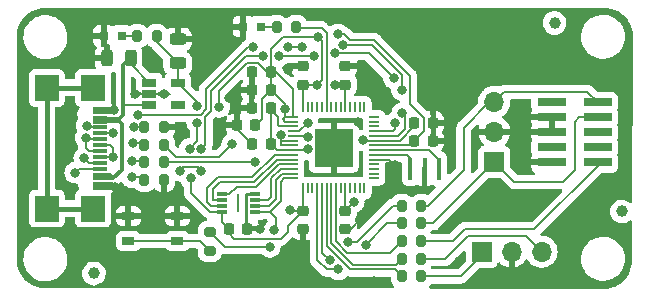
<source format=gbr>
%TF.GenerationSoftware,KiCad,Pcbnew,(6.0.7)*%
%TF.CreationDate,2023-03-22T16:10:42+01:00*%
%TF.ProjectId,PicoLink,5069636f-4c69-46e6-9b2e-6b696361645f,rev?*%
%TF.SameCoordinates,Original*%
%TF.FileFunction,Copper,L1,Top*%
%TF.FilePolarity,Positive*%
%FSLAX46Y46*%
G04 Gerber Fmt 4.6, Leading zero omitted, Abs format (unit mm)*
G04 Created by KiCad (PCBNEW (6.0.7)) date 2023-03-22 16:10:42*
%MOMM*%
%LPD*%
G01*
G04 APERTURE LIST*
G04 Aperture macros list*
%AMRoundRect*
0 Rectangle with rounded corners*
0 $1 Rounding radius*
0 $2 $3 $4 $5 $6 $7 $8 $9 X,Y pos of 4 corners*
0 Add a 4 corners polygon primitive as box body*
4,1,4,$2,$3,$4,$5,$6,$7,$8,$9,$2,$3,0*
0 Add four circle primitives for the rounded corners*
1,1,$1+$1,$2,$3*
1,1,$1+$1,$4,$5*
1,1,$1+$1,$6,$7*
1,1,$1+$1,$8,$9*
0 Add four rect primitives between the rounded corners*
20,1,$1+$1,$2,$3,$4,$5,0*
20,1,$1+$1,$4,$5,$6,$7,0*
20,1,$1+$1,$6,$7,$8,$9,0*
20,1,$1+$1,$8,$9,$2,$3,0*%
G04 Aperture macros list end*
%TA.AperFunction,SMDPad,CuDef*%
%ADD10R,1.150000X0.300000*%
%TD*%
%TA.AperFunction,SMDPad,CuDef*%
%ADD11R,2.000000X2.180000*%
%TD*%
%TA.AperFunction,SMDPad,CuDef*%
%ADD12RoundRect,0.200000X-0.200000X-0.275000X0.200000X-0.275000X0.200000X0.275000X-0.200000X0.275000X0*%
%TD*%
%TA.AperFunction,SMDPad,CuDef*%
%ADD13RoundRect,0.225000X0.225000X0.250000X-0.225000X0.250000X-0.225000X-0.250000X0.225000X-0.250000X0*%
%TD*%
%TA.AperFunction,SMDPad,CuDef*%
%ADD14RoundRect,0.225000X-0.225000X-0.250000X0.225000X-0.250000X0.225000X0.250000X-0.225000X0.250000X0*%
%TD*%
%TA.AperFunction,SMDPad,CuDef*%
%ADD15RoundRect,0.250000X0.450000X-0.250000X0.450000X0.250000X-0.450000X0.250000X-0.450000X-0.250000X0*%
%TD*%
%TA.AperFunction,SMDPad,CuDef*%
%ADD16RoundRect,0.225000X-0.250000X0.225000X-0.250000X-0.225000X0.250000X-0.225000X0.250000X0.225000X0*%
%TD*%
%TA.AperFunction,SMDPad,CuDef*%
%ADD17RoundRect,0.200000X0.200000X0.275000X-0.200000X0.275000X-0.200000X-0.275000X0.200000X-0.275000X0*%
%TD*%
%TA.AperFunction,SMDPad,CuDef*%
%ADD18C,1.000000*%
%TD*%
%TA.AperFunction,SMDPad,CuDef*%
%ADD19R,0.800000X0.800000*%
%TD*%
%TA.AperFunction,ComponentPad*%
%ADD20R,1.700000X1.700000*%
%TD*%
%TA.AperFunction,ComponentPad*%
%ADD21O,1.700000X1.700000*%
%TD*%
%TA.AperFunction,SMDPad,CuDef*%
%ADD22RoundRect,0.225000X0.250000X-0.225000X0.250000X0.225000X-0.250000X0.225000X-0.250000X-0.225000X0*%
%TD*%
%TA.AperFunction,SMDPad,CuDef*%
%ADD23RoundRect,0.200000X-0.275000X0.200000X-0.275000X-0.200000X0.275000X-0.200000X0.275000X0.200000X0*%
%TD*%
%TA.AperFunction,SMDPad,CuDef*%
%ADD24R,0.900000X0.300000*%
%TD*%
%TA.AperFunction,SMDPad,CuDef*%
%ADD25R,0.250000X1.650000*%
%TD*%
%TA.AperFunction,SMDPad,CuDef*%
%ADD26R,2.400000X0.740000*%
%TD*%
%TA.AperFunction,SMDPad,CuDef*%
%ADD27RoundRect,0.050000X0.050000X-0.387500X0.050000X0.387500X-0.050000X0.387500X-0.050000X-0.387500X0*%
%TD*%
%TA.AperFunction,SMDPad,CuDef*%
%ADD28RoundRect,0.050000X0.387500X-0.050000X0.387500X0.050000X-0.387500X0.050000X-0.387500X-0.050000X0*%
%TD*%
%TA.AperFunction,SMDPad,CuDef*%
%ADD29R,3.200000X3.200000*%
%TD*%
%TA.AperFunction,SMDPad,CuDef*%
%ADD30RoundRect,0.250000X0.250000X0.450000X-0.250000X0.450000X-0.250000X-0.450000X0.250000X-0.450000X0*%
%TD*%
%TA.AperFunction,SMDPad,CuDef*%
%ADD31R,1.050000X0.650000*%
%TD*%
%TA.AperFunction,SMDPad,CuDef*%
%ADD32R,0.400000X1.900000*%
%TD*%
%TA.AperFunction,SMDPad,CuDef*%
%ADD33R,1.200000X0.650000*%
%TD*%
%TA.AperFunction,ViaPad*%
%ADD34C,0.800000*%
%TD*%
%TA.AperFunction,Conductor*%
%ADD35C,0.200000*%
%TD*%
%TA.AperFunction,Conductor*%
%ADD36C,0.300000*%
%TD*%
%TA.AperFunction,Conductor*%
%ADD37C,0.250000*%
%TD*%
%TA.AperFunction,Conductor*%
%ADD38C,0.500000*%
%TD*%
%TA.AperFunction,Conductor*%
%ADD39C,0.400000*%
%TD*%
G04 APERTURE END LIST*
D10*
%TO.P,J1,A1,GND*%
%TO.N,GND*%
X94187500Y-118750000D03*
%TO.P,J1,A4,VBUS*%
%TO.N,+5V*%
X94212500Y-119550000D03*
%TO.P,J1,A5,CC1*%
%TO.N,Net-(J1-PadA5)*%
X94212500Y-120850000D03*
%TO.P,J1,A6,D+*%
%TO.N,Net-(J1-PadA6)*%
X94212500Y-121850000D03*
%TO.P,J1,A7,D-*%
%TO.N,Net-(J1-PadA7)*%
X94212500Y-122350000D03*
%TO.P,J1,A8,SBU1*%
%TO.N,SWD_DIO*%
X94212500Y-123350000D03*
%TO.P,J1,A9,VBUS*%
%TO.N,+5V*%
X94212500Y-124650000D03*
%TO.P,J1,A12,GND*%
%TO.N,GND*%
X94212500Y-125450000D03*
%TO.P,J1,B1,GND*%
X94212500Y-125150000D03*
%TO.P,J1,B4,VBUS*%
%TO.N,+5V*%
X94212500Y-124350000D03*
%TO.P,J1,B5,CC2*%
%TO.N,Net-(J1-PadB5)*%
X94212500Y-123850000D03*
%TO.P,J1,B6,D+*%
%TO.N,Net-(J1-PadA6)*%
X94212500Y-122850000D03*
%TO.P,J1,B7,D-*%
%TO.N,Net-(J1-PadA7)*%
X94212500Y-121350000D03*
%TO.P,J1,B8,SBU2*%
%TO.N,SWD_CLK*%
X94212500Y-120350000D03*
%TO.P,J1,B9,VBUS*%
%TO.N,+5V*%
X94212500Y-119850000D03*
%TO.P,J1,B12,GND*%
%TO.N,GND*%
X94187500Y-119050000D03*
D11*
%TO.P,J1,S1,SHIELD*%
%TO.N,unconnected-(J1-PadS1)*%
X89707500Y-116990000D03*
X89707500Y-127210000D03*
X93637500Y-127210000D03*
X93637500Y-116990000D03*
%TD*%
D12*
%TO.P,R4,1*%
%TO.N,Net-(J1-PadA6)*%
X97975000Y-123300000D03*
%TO.P,R4,2*%
%TO.N,Net-(R4-Pad2)*%
X99625000Y-123300000D03*
%TD*%
D13*
%TO.P,C9,1*%
%TO.N,Net-(C11-Pad1)*%
X108675156Y-118660476D03*
%TO.P,C9,2*%
%TO.N,GND*%
X107125156Y-118660476D03*
%TD*%
D14*
%TO.P,C5,1*%
%TO.N,+3.3V*%
X105150156Y-128960476D03*
%TO.P,C5,2*%
%TO.N,GND*%
X106700156Y-128960476D03*
%TD*%
D15*
%TO.P,C15,1*%
%TO.N,+3.3V*%
X100800000Y-114900000D03*
%TO.P,C15,2*%
%TO.N,GND*%
X100800000Y-112900000D03*
%TD*%
D16*
%TO.P,C10,1*%
%TO.N,+3.3V*%
X111400156Y-127385476D03*
%TO.P,C10,2*%
%TO.N,GND*%
X111400156Y-128935476D03*
%TD*%
D17*
%TO.P,R18,1*%
%TO.N,LED*%
X110825156Y-111800000D03*
%TO.P,R18,2*%
%TO.N,Net-(D5-Pad2)*%
X109175156Y-111800000D03*
%TD*%
D18*
%TO.P,FID3,*%
%TO.N,*%
X138400156Y-127460476D03*
%TD*%
D12*
%TO.P,R15,1*%
%TO.N,TGT_SWCLK*%
X119775156Y-128460476D03*
%TO.P,R15,2*%
%TO.N,Net-(J5-Pad1)*%
X121425156Y-128460476D03*
%TD*%
D19*
%TO.P,D5,1,K*%
%TO.N,GND*%
X106350156Y-111800000D03*
%TO.P,D5,2,A*%
%TO.N,Net-(D5-Pad2)*%
X107850156Y-111800000D03*
%TD*%
D20*
%TO.P,J6,1,Pin_1*%
%TO.N,Net-(J6-Pad1)*%
X126520156Y-130860476D03*
D21*
%TO.P,J6,2,Pin_2*%
%TO.N,GND*%
X129060156Y-130860476D03*
%TO.P,J6,3,Pin_3*%
%TO.N,Net-(J6-Pad3)*%
X131600156Y-130860476D03*
%TD*%
D19*
%TO.P,D1,1,K*%
%TO.N,GND*%
X94550000Y-112600000D03*
%TO.P,D1,2,A*%
%TO.N,Net-(D1-Pad2)*%
X96050000Y-112600000D03*
%TD*%
D14*
%TO.P,C4,1*%
%TO.N,+3.3V*%
X120825156Y-121460476D03*
%TO.P,C4,2*%
%TO.N,GND*%
X122375156Y-121460476D03*
%TD*%
D12*
%TO.P,R10,1*%
%TO.N,TGT_TX*%
X119775156Y-132960476D03*
%TO.P,R10,2*%
%TO.N,Net-(J6-Pad1)*%
X121425156Y-132960476D03*
%TD*%
D17*
%TO.P,R2,1*%
%TO.N,GND*%
X99625000Y-124800000D03*
%TO.P,R2,2*%
%TO.N,Net-(J1-PadB5)*%
X97975000Y-124800000D03*
%TD*%
D20*
%TO.P,J5,1,Pin_1*%
%TO.N,Net-(J5-Pad1)*%
X127600156Y-123260476D03*
D21*
%TO.P,J5,2,Pin_2*%
%TO.N,GND*%
X127600156Y-120720476D03*
%TO.P,J5,3,Pin_3*%
%TO.N,Net-(J5-Pad3)*%
X127600156Y-118180476D03*
%TD*%
D22*
%TO.P,C12,1*%
%TO.N,+3.3V*%
X115000156Y-116735476D03*
%TO.P,C12,2*%
%TO.N,GND*%
X115000156Y-115185476D03*
%TD*%
D13*
%TO.P,C2,1*%
%TO.N,+3.3V*%
X108675156Y-117160476D03*
%TO.P,C2,2*%
%TO.N,GND*%
X107125156Y-117160476D03*
%TD*%
D23*
%TO.P,R7,1*%
%TO.N,Net-(R7-Pad1)*%
X103500000Y-129175000D03*
%TO.P,R7,2*%
%TO.N,Net-(R7-Pad2)*%
X103500000Y-130825000D03*
%TD*%
D14*
%TO.P,C8,1*%
%TO.N,Net-(C11-Pad1)*%
X120825156Y-119960476D03*
%TO.P,C8,2*%
%TO.N,GND*%
X122375156Y-119960476D03*
%TD*%
D24*
%TO.P,U1,1,~{CS}*%
%TO.N,Net-(R7-Pad1)*%
X107325156Y-127510476D03*
%TO.P,U1,2,D0(IO1)*%
%TO.N,Net-(U1-Pad2)*%
X107325156Y-127010476D03*
%TO.P,U1,3,~{WP}_(IO2)*%
%TO.N,Net-(U1-Pad3)*%
X107325156Y-126510476D03*
%TO.P,U1,4,GND*%
%TO.N,GND*%
X107325156Y-126010476D03*
%TO.P,U1,5,DI_(IO0)*%
%TO.N,Net-(U1-Pad5)*%
X104525156Y-126010476D03*
%TO.P,U1,6,CLK*%
%TO.N,Net-(U1-Pad6)*%
X104525156Y-126510476D03*
%TO.P,U1,7,~{R-H}_(IO3)*%
%TO.N,Net-(U1-Pad7)*%
X104525156Y-127010476D03*
%TO.P,U1,8,VCC*%
%TO.N,+3.3V*%
X104525156Y-127510476D03*
D25*
%TO.P,U1,9*%
%TO.N,unconnected-(U1-Pad9)*%
X105925156Y-126760476D03*
%TD*%
D12*
%TO.P,R16,1*%
%TO.N,TGT_SWDIO*%
X119775156Y-126960476D03*
%TO.P,R16,2*%
%TO.N,Net-(J5-Pad3)*%
X121425156Y-126960476D03*
%TD*%
D17*
%TO.P,R5,1*%
%TO.N,GND*%
X99625000Y-120300000D03*
%TO.P,R5,2*%
%TO.N,Net-(J1-PadA5)*%
X97975000Y-120300000D03*
%TD*%
D12*
%TO.P,R3,1*%
%TO.N,Net-(J1-PadA7)*%
X97975000Y-121800000D03*
%TO.P,R3,2*%
%TO.N,Net-(R3-Pad2)*%
X99625000Y-121800000D03*
%TD*%
D22*
%TO.P,C3,1*%
%TO.N,+3.3V*%
X111400156Y-116735476D03*
%TO.P,C3,2*%
%TO.N,GND*%
X111400156Y-115185476D03*
%TD*%
D13*
%TO.P,C6,1*%
%TO.N,+3.3V*%
X108675156Y-115660476D03*
%TO.P,C6,2*%
%TO.N,GND*%
X107125156Y-115660476D03*
%TD*%
%TO.P,C13,1*%
%TO.N,+3.3V*%
X107375156Y-120160476D03*
%TO.P,C13,2*%
%TO.N,GND*%
X105825156Y-120160476D03*
%TD*%
D26*
%TO.P,U3,1,Vcc*%
%TO.N,unconnected-(U3-Pad1)*%
X132450156Y-118220476D03*
%TO.P,U3,2,SWDIO/TMS*%
%TO.N,Net-(J5-Pad3)*%
X136350156Y-118220476D03*
%TO.P,U3,3,GND*%
%TO.N,GND*%
X132450156Y-119490476D03*
%TO.P,U3,4,SWDCLK/TCLK*%
%TO.N,Net-(J5-Pad1)*%
X136350156Y-119490476D03*
%TO.P,U3,5,GND*%
%TO.N,GND*%
X132450156Y-120760476D03*
%TO.P,U3,6,SWO/TDO*%
%TO.N,unconnected-(U3-Pad6)*%
X136350156Y-120760476D03*
%TO.P,U3,7,KEY*%
%TO.N,unconnected-(U3-Pad7)*%
X132450156Y-122030476D03*
%TO.P,U3,8,NC/TDI*%
%TO.N,unconnected-(U3-Pad8)*%
X136350156Y-122030476D03*
%TO.P,U3,9,GND*%
%TO.N,GND*%
X132450156Y-123300476D03*
%TO.P,U3,10,nRESET*%
%TO.N,Net-(U3-Pad10)*%
X136350156Y-123300476D03*
%TD*%
D27*
%TO.P,RP2040,1,VDD*%
%TO.N,+3.3V*%
X111400156Y-125497976D03*
%TO.P,RP2040,2,GPIO0*%
%TO.N,unconnected-(RP2040-Pad2)*%
X111800156Y-125497976D03*
%TO.P,RP2040,3,GPIO1*%
%TO.N,unconnected-(RP2040-Pad3)*%
X112200156Y-125497976D03*
%TO.P,RP2040,4,GPIO2*%
%TO.N,TGT_SWCLK*%
X112600156Y-125497976D03*
%TO.P,RP2040,5,GPIO3*%
%TO.N,TGT_SWDIO*%
X113000156Y-125497976D03*
%TO.P,RP2040,6,GPIO4*%
%TO.N,TGT_TX*%
X113400156Y-125497976D03*
%TO.P,RP2040,7,GPIO5*%
%TO.N,TGT_RX*%
X113800156Y-125497976D03*
%TO.P,RP2040,8,GPIO6*%
%TO.N,TGT_RESET*%
X114200156Y-125497976D03*
%TO.P,RP2040,9,GPIO7*%
%TO.N,unconnected-(RP2040-Pad9)*%
X114600156Y-125497976D03*
%TO.P,RP2040,10,VDD*%
%TO.N,+3.3V*%
X115000156Y-125497976D03*
%TO.P,RP2040,11,GPIO8*%
%TO.N,unconnected-(RP2040-Pad11)*%
X115400156Y-125497976D03*
%TO.P,RP2040,12,GPIO9*%
%TO.N,unconnected-(RP2040-Pad12)*%
X115800156Y-125497976D03*
%TO.P,RP2040,13,GPIO10*%
%TO.N,unconnected-(RP2040-Pad13)*%
X116200156Y-125497976D03*
%TO.P,RP2040,14,GPIO11*%
%TO.N,unconnected-(RP2040-Pad14)*%
X116600156Y-125497976D03*
D28*
%TO.P,RP2040,15,GPIO12*%
%TO.N,unconnected-(RP2040-Pad15)*%
X117437656Y-124660476D03*
%TO.P,RP2040,16,GPIO13*%
%TO.N,unconnected-(RP2040-Pad16)*%
X117437656Y-124260476D03*
%TO.P,RP2040,17,GPIO14*%
%TO.N,unconnected-(RP2040-Pad17)*%
X117437656Y-123860476D03*
%TO.P,RP2040,18,GPIO15*%
%TO.N,unconnected-(RP2040-Pad18)*%
X117437656Y-123460476D03*
%TO.P,RP2040,19,TESTEN*%
%TO.N,GND*%
X117437656Y-123060476D03*
%TO.P,RP2040,20,XIN*%
%TO.N,Net-(RP2040-Pad20)*%
X117437656Y-122660476D03*
%TO.P,RP2040,21,XOUT*%
%TO.N,Net-(RP2040-Pad21)*%
X117437656Y-122260476D03*
%TO.P,RP2040,22,VDD*%
%TO.N,+3.3V*%
X117437656Y-121860476D03*
%TO.P,RP2040,23,DVVD*%
%TO.N,Net-(C11-Pad1)*%
X117437656Y-121460476D03*
%TO.P,RP2040,24,SWCLK*%
%TO.N,SWD_CLK*%
X117437656Y-121060476D03*
%TO.P,RP2040,25,SWDIO*%
%TO.N,SWD_DIO*%
X117437656Y-120660476D03*
%TO.P,RP2040,26,RUN*%
%TO.N,Reset*%
X117437656Y-120260476D03*
%TO.P,RP2040,27,GPIO16*%
%TO.N,unconnected-(RP2040-Pad27)*%
X117437656Y-119860476D03*
%TO.P,RP2040,28,GPIO17*%
%TO.N,unconnected-(RP2040-Pad28)*%
X117437656Y-119460476D03*
D27*
%TO.P,RP2040,29,GPIO18*%
%TO.N,unconnected-(RP2040-Pad29)*%
X116600156Y-118622976D03*
%TO.P,RP2040,30,GPIO19*%
%TO.N,unconnected-(RP2040-Pad30)*%
X116200156Y-118622976D03*
%TO.P,RP2040,31,GPIO20*%
%TO.N,unconnected-(RP2040-Pad31)*%
X115800156Y-118622976D03*
%TO.P,RP2040,32,GPIO21*%
%TO.N,unconnected-(RP2040-Pad32)*%
X115400156Y-118622976D03*
%TO.P,RP2040,33,VDD*%
%TO.N,+3.3V*%
X115000156Y-118622976D03*
%TO.P,RP2040,34,GPIO22*%
%TO.N,unconnected-(RP2040-Pad34)*%
X114600156Y-118622976D03*
%TO.P,RP2040,35,GPIO23*%
%TO.N,unconnected-(RP2040-Pad35)*%
X114200156Y-118622976D03*
%TO.P,RP2040,36,GPIO24*%
%TO.N,unconnected-(RP2040-Pad36)*%
X113800156Y-118622976D03*
%TO.P,RP2040,37,GPIO25*%
%TO.N,LED*%
X113400156Y-118622976D03*
%TO.P,RP2040,38,GPIO26/ADC0*%
%TO.N,unconnected-(RP2040-Pad38)*%
X113000156Y-118622976D03*
%TO.P,RP2040,39,GPIO27/ADC1*%
%TO.N,unconnected-(RP2040-Pad39)*%
X112600156Y-118622976D03*
%TO.P,RP2040,40,GPIO28/ADC2*%
%TO.N,unconnected-(RP2040-Pad40)*%
X112200156Y-118622976D03*
%TO.P,RP2040,41,GPIO29/ADC3*%
%TO.N,unconnected-(RP2040-Pad41)*%
X111800156Y-118622976D03*
%TO.P,RP2040,42,VDD*%
%TO.N,+3.3V*%
X111400156Y-118622976D03*
D28*
%TO.P,RP2040,43,AVDD*%
X110562656Y-119460476D03*
%TO.P,RP2040,44,VREG_VIN*%
X110562656Y-119860476D03*
%TO.P,RP2040,45,VREG_VOUT*%
%TO.N,Net-(C11-Pad1)*%
X110562656Y-120260476D03*
%TO.P,RP2040,46,USB_DM*%
%TO.N,Net-(R3-Pad2)*%
X110562656Y-120660476D03*
%TO.P,RP2040,47,USB_DP*%
%TO.N,Net-(R4-Pad2)*%
X110562656Y-121060476D03*
%TO.P,RP2040,48,USB_VDD*%
%TO.N,+3.3V*%
X110562656Y-121460476D03*
%TO.P,RP2040,49,VDD*%
X110562656Y-121860476D03*
%TO.P,RP2040,50,DVVD*%
%TO.N,Net-(C11-Pad1)*%
X110562656Y-122260476D03*
%TO.P,RP2040,51,SPI_SD3*%
%TO.N,Net-(U1-Pad7)*%
X110562656Y-122660476D03*
%TO.P,RP2040,52,SPI_SCLK*%
%TO.N,Net-(U1-Pad6)*%
X110562656Y-123060476D03*
%TO.P,RP2040,53,SPI_SD0*%
%TO.N,Net-(U1-Pad5)*%
X110562656Y-123460476D03*
%TO.P,RP2040,54,SPI_SD2*%
%TO.N,Net-(U1-Pad3)*%
X110562656Y-123860476D03*
%TO.P,RP2040,55,SPI_SD1*%
%TO.N,Net-(U1-Pad2)*%
X110562656Y-124260476D03*
%TO.P,RP2040,56,SPI_SS_N*%
%TO.N,Net-(R7-Pad1)*%
X110562656Y-124660476D03*
D29*
%TO.P,RP2040,57,VSS*%
%TO.N,GND*%
X114000156Y-122060476D03*
%TD*%
D30*
%TO.P,C14,1*%
%TO.N,+5V*%
X96800000Y-114500000D03*
%TO.P,C14,2*%
%TO.N,GND*%
X94800000Y-114500000D03*
%TD*%
D18*
%TO.P,FID2,*%
%TO.N,*%
X93700000Y-132700000D03*
%TD*%
%TO.P,FID1,*%
%TO.N,*%
X132700000Y-111500000D03*
%TD*%
D31*
%TO.P,SW1,1,1*%
%TO.N,Net-(R7-Pad2)*%
X100775000Y-129975000D03*
%TO.P,SW1,2,2*%
X96625000Y-129975000D03*
%TO.P,SW1,3,K*%
%TO.N,GND*%
X100775000Y-127825000D03*
%TO.P,SW1,4,A*%
X96625000Y-127825000D03*
%TD*%
D17*
%TO.P,R8,1*%
%TO.N,+3.3V*%
X99025000Y-112600000D03*
%TO.P,R8,2*%
%TO.N,Net-(D1-Pad2)*%
X97375000Y-112600000D03*
%TD*%
D32*
%TO.P,Y1,1,1*%
%TO.N,Net-(RP2040-Pad20)*%
X120500156Y-123860476D03*
%TO.P,Y1,2,2*%
%TO.N,GND*%
X121700156Y-123860476D03*
%TO.P,Y1,3,3*%
%TO.N,Net-(RP2040-Pad21)*%
X122900156Y-123860476D03*
%TD*%
D13*
%TO.P,C11,1*%
%TO.N,Net-(C11-Pad1)*%
X108675156Y-121760476D03*
%TO.P,C11,2*%
%TO.N,GND*%
X107125156Y-121760476D03*
%TD*%
D12*
%TO.P,R11,1*%
%TO.N,TGT_RX*%
X119775156Y-131460476D03*
%TO.P,R11,2*%
%TO.N,Net-(J6-Pad3)*%
X121425156Y-131460476D03*
%TD*%
D33*
%TO.P,U5,1,VIN*%
%TO.N,+5V*%
X98400000Y-116550000D03*
%TO.P,U5,2,GND*%
%TO.N,GND*%
X98400000Y-117500000D03*
%TO.P,U5,3,EN*%
%TO.N,+5V*%
X98400000Y-118450000D03*
%TO.P,U5,4,NC*%
%TO.N,unconnected-(U5-Pad4)*%
X100800000Y-118450000D03*
%TO.P,U5,5,VOUT*%
%TO.N,+3.3V*%
X100800000Y-116550000D03*
%TD*%
D16*
%TO.P,C7,1*%
%TO.N,+3.3V*%
X115000156Y-127385476D03*
%TO.P,C7,2*%
%TO.N,GND*%
X115000156Y-128935476D03*
%TD*%
D12*
%TO.P,R9,1*%
%TO.N,TGT_RESET*%
X119775156Y-129960476D03*
%TO.P,R9,2*%
%TO.N,Net-(U3-Pad10)*%
X121425156Y-129960476D03*
%TD*%
D34*
%TO.N,Net-(R7-Pad1)*%
X108971848Y-129060976D03*
%TO.N,GND*%
X96800000Y-131400000D03*
X99600000Y-117500000D03*
X96700000Y-110800000D03*
X119200156Y-123560476D03*
X100000000Y-126300000D03*
X122400156Y-110960476D03*
X127400156Y-133360476D03*
X93700000Y-130500000D03*
X95500000Y-125400000D03*
X134100156Y-115060476D03*
X113000156Y-133360476D03*
X101100000Y-120800000D03*
X91300000Y-121900000D03*
X130700156Y-114860476D03*
X110500156Y-130760476D03*
X105100156Y-117860476D03*
X87900000Y-122800000D03*
X124600156Y-131660476D03*
X87800000Y-119000000D03*
X134100000Y-128700000D03*
X98500000Y-114700000D03*
X87700000Y-128300000D03*
X110100156Y-115460476D03*
X92700000Y-110800000D03*
X116400156Y-127960476D03*
X129100156Y-110860476D03*
X102000000Y-131300000D03*
X119200156Y-110760476D03*
X107800156Y-128960476D03*
X129200156Y-126960476D03*
X125300156Y-127460476D03*
X138400156Y-124060476D03*
X133800156Y-133460476D03*
X91400000Y-119200000D03*
X100800000Y-110800000D03*
X103000000Y-133200000D03*
X127500000Y-125500000D03*
X99800000Y-133200000D03*
X109800156Y-133060476D03*
X106300156Y-133060476D03*
X123600000Y-117500000D03*
X131800156Y-126260476D03*
X119000156Y-125660476D03*
X123800156Y-121560476D03*
X99900000Y-131300000D03*
X117400156Y-133360476D03*
X102800000Y-115400000D03*
X98200000Y-126300000D03*
X138400156Y-116160476D03*
X117500156Y-117160476D03*
X127300156Y-114960476D03*
X116600156Y-115660476D03*
X97200000Y-117500000D03*
X125900156Y-110860476D03*
X116100156Y-119860476D03*
X97100000Y-133200000D03*
X104400156Y-113660476D03*
X92700000Y-114600000D03*
X121900156Y-114360476D03*
X115700156Y-110860476D03*
X138500156Y-118160476D03*
X96400000Y-126300000D03*
X95400000Y-118900000D03*
X136400000Y-126600000D03*
X135200156Y-127760476D03*
X92000000Y-129100000D03*
X103900000Y-111000000D03*
X130800156Y-133460476D03*
%TO.N,+3.3V*%
X102439136Y-119956997D03*
X110300156Y-127360476D03*
X101800654Y-122160351D03*
X112700656Y-112652058D03*
X102400000Y-118557997D03*
X109527191Y-120965845D03*
X115700156Y-126660476D03*
X101900156Y-124659476D03*
X114352466Y-112459984D03*
X104299500Y-118600000D03*
X109900156Y-118760476D03*
X112600156Y-116760476D03*
X114099656Y-116760476D03*
%TO.N,Net-(C11-Pad1)*%
X111800654Y-122200000D03*
X116495716Y-121448776D03*
%TO.N,Net-(J1-PadB5)*%
X96900000Y-124550000D03*
X92117330Y-124165819D03*
%TO.N,Net-(J1-PadA7)*%
X97000000Y-121700000D03*
X93000000Y-121200000D03*
%TO.N,Net-(R3-Pad2)*%
X111800156Y-119960476D03*
X105400156Y-121760476D03*
%TO.N,Net-(J1-PadA6)*%
X95288172Y-122870258D03*
X96900000Y-123150500D03*
%TO.N,Net-(R4-Pad2)*%
X107300156Y-123260476D03*
X111800156Y-121160476D03*
%TO.N,Net-(J1-PadA5)*%
X97100000Y-120300000D03*
X95288172Y-120829742D03*
%TO.N,Net-(R7-Pad1)*%
X108600156Y-130459976D03*
%TO.N,TGT_SWCLK*%
X114405534Y-132355098D03*
X116700156Y-130260976D03*
%TO.N,TGT_SWDIO*%
X115227621Y-130033011D03*
X113655534Y-131605098D03*
%TO.N,SWD_DIO*%
X119192761Y-119958453D03*
X102800156Y-122160976D03*
X102800156Y-123999500D03*
X119076156Y-116166737D03*
X107975656Y-114260476D03*
X92874455Y-122940141D03*
X109400156Y-114260476D03*
X114099656Y-114060476D03*
X112300156Y-114260476D03*
X101000000Y-123999500D03*
%TO.N,SWD_CLK*%
X97444193Y-119257497D03*
X114804241Y-113351558D03*
X119793957Y-119159976D03*
X93073487Y-120203203D03*
X107154926Y-113560976D03*
X110106911Y-113553721D03*
X119775656Y-117160476D03*
X111300156Y-113560476D03*
%TD*%
D35*
%TO.N,Net-(R7-Pad1)*%
X109100000Y-128028949D02*
X108581527Y-127510476D01*
X109100000Y-128932824D02*
X109100000Y-128028949D01*
X108971848Y-129060976D02*
X109100000Y-128932824D01*
%TO.N,GND*%
X118700156Y-123060476D02*
X119200156Y-123560476D01*
D36*
X95250000Y-125150000D02*
X95500000Y-125400000D01*
D35*
X117437656Y-123060476D02*
X118700156Y-123060476D01*
X115425156Y-128935476D02*
X116400156Y-127960476D01*
X98400000Y-117500000D02*
X97200000Y-117500000D01*
X110424656Y-115185476D02*
X110375156Y-115185476D01*
D36*
X94212500Y-125150000D02*
X95250000Y-125150000D01*
D35*
X105825156Y-120460476D02*
X107125156Y-121760476D01*
D37*
X106575156Y-126010476D02*
X106550156Y-126035476D01*
D35*
X132410156Y-120720476D02*
X132450156Y-120760476D01*
D36*
X94187500Y-118750000D02*
X95250000Y-118750000D01*
D37*
X106550156Y-128810476D02*
X106700156Y-128960476D01*
X106550156Y-126035476D02*
X106550156Y-128810476D01*
D36*
X95250000Y-118750000D02*
X95400000Y-118900000D01*
X95250000Y-119050000D02*
X95400000Y-118900000D01*
X95450000Y-125450000D02*
X95500000Y-125400000D01*
X94187500Y-119050000D02*
X95250000Y-119050000D01*
D37*
X107325156Y-126010476D02*
X106575156Y-126010476D01*
D35*
X111400156Y-115185476D02*
X110424656Y-115185476D01*
X105825156Y-120160476D02*
X105825156Y-120460476D01*
X98400000Y-117500000D02*
X99600000Y-117500000D01*
X115000156Y-128935476D02*
X115425156Y-128935476D01*
D36*
X94212500Y-125450000D02*
X95450000Y-125450000D01*
D35*
X127600156Y-120720476D02*
X132410156Y-120720476D01*
D37*
X106700156Y-128960476D02*
X107800156Y-128960476D01*
D35*
X110375156Y-115185476D02*
X110100156Y-115460476D01*
%TO.N,+3.3V*%
X108675156Y-115660476D02*
X108675156Y-113724844D01*
X114352466Y-112459984D02*
X114902617Y-112459984D01*
X117416612Y-112951558D02*
X120475656Y-116010601D01*
X110100156Y-128685476D02*
X111400156Y-127385476D01*
X113000156Y-116360476D02*
X112600156Y-116760476D01*
X109900156Y-118385476D02*
X108675156Y-117160476D01*
X102439136Y-119956997D02*
X102439136Y-121521869D01*
X101900156Y-125860476D02*
X101900156Y-124659476D01*
X121625156Y-120660476D02*
X120825156Y-121460476D01*
X113000156Y-112951558D02*
X112700656Y-112652058D01*
X115000156Y-125497976D02*
X115000156Y-127385476D01*
X121625156Y-119525156D02*
X121625156Y-120660476D01*
X108675156Y-115660476D02*
X108342618Y-115660476D01*
X109900156Y-118760476D02*
X109900156Y-118385476D01*
X115700156Y-126685476D02*
X115000156Y-127385476D01*
X107900156Y-117935476D02*
X107900156Y-119635476D01*
X104299500Y-117268670D02*
X104299500Y-118600000D01*
X113000156Y-113970526D02*
X113000156Y-116360476D01*
X108675156Y-115660476D02*
X108675156Y-117160476D01*
X109500156Y-120992880D02*
X109527191Y-120965845D01*
X104525156Y-127510476D02*
X104525156Y-128335476D01*
X111400156Y-116735476D02*
X112575156Y-116735476D01*
X110562656Y-119460476D02*
X110562656Y-117122976D01*
X114902617Y-112459984D02*
X115394191Y-112951558D01*
X103550156Y-127510476D02*
X101900156Y-125860476D01*
X114975156Y-116760476D02*
X115000156Y-116735476D01*
X109900156Y-118760476D02*
X109900156Y-119460476D01*
X109600156Y-121460476D02*
X109500156Y-121360476D01*
X106682694Y-114885476D02*
X104299500Y-117268670D01*
X109747942Y-112652058D02*
X112700656Y-112652058D01*
X120425156Y-121860476D02*
X120825156Y-121460476D01*
X107900156Y-119635476D02*
X107375156Y-120160476D01*
X110562656Y-119860476D02*
X109900156Y-119860476D01*
X110100156Y-129160476D02*
X110100156Y-128685476D01*
X109500156Y-121360476D02*
X109500156Y-120992880D01*
X102400000Y-118150000D02*
X102400000Y-118557997D01*
X117437656Y-121860476D02*
X120425156Y-121860476D01*
X108675156Y-117160476D02*
X107900156Y-117935476D01*
X105600156Y-129760476D02*
X109500156Y-129760476D01*
X109500156Y-129760476D02*
X110100156Y-129160476D01*
X104525156Y-127510476D02*
X103550156Y-127510476D01*
X99025000Y-113125000D02*
X99025000Y-112600000D01*
X108675156Y-113724844D02*
X109747942Y-112652058D01*
X105150156Y-129310476D02*
X105600156Y-129760476D01*
X110325156Y-127385476D02*
X110300156Y-127360476D01*
X104525156Y-128335476D02*
X105150156Y-128960476D01*
X100800000Y-114900000D02*
X100800000Y-116550000D01*
X120475656Y-116010601D02*
X120475656Y-118375656D01*
X100800000Y-114900000D02*
X99025000Y-113125000D01*
X109900156Y-119860476D02*
X109700156Y-119660476D01*
X111400156Y-127385476D02*
X110325156Y-127385476D01*
X109500156Y-121860476D02*
X109500156Y-121360476D01*
X110562656Y-117122976D02*
X109100156Y-115660476D01*
X102439136Y-121521869D02*
X101800654Y-122160351D01*
X111400156Y-125497976D02*
X111400156Y-127385476D01*
X120475656Y-118375656D02*
X121625156Y-119525156D01*
X115000156Y-116735476D02*
X115000156Y-118622976D01*
X115394191Y-112951558D02*
X117416612Y-112951558D01*
X107567618Y-114885476D02*
X106682694Y-114885476D01*
X108342618Y-115660476D02*
X107567618Y-114885476D01*
X105150156Y-128960476D02*
X105150156Y-129310476D01*
X110562656Y-121460476D02*
X109600156Y-121460476D01*
X112575156Y-116735476D02*
X112600156Y-116760476D01*
X115700156Y-126660476D02*
X115700156Y-126685476D01*
X114099656Y-116760476D02*
X114975156Y-116760476D01*
X111400156Y-116735476D02*
X111400156Y-118622976D01*
X109900156Y-119460476D02*
X110562656Y-119460476D01*
X109700156Y-119660476D02*
X109900156Y-119460476D01*
X109100156Y-115660476D02*
X108675156Y-115660476D01*
X110562656Y-121860476D02*
X109500156Y-121860476D01*
X113000156Y-113970526D02*
X113000156Y-112951558D01*
X100800000Y-116550000D02*
X102400000Y-118150000D01*
%TO.N,Net-(C11-Pad1)*%
X108675156Y-119885476D02*
X108675156Y-120235476D01*
X109300156Y-120160476D02*
X109400156Y-120260476D01*
X120825156Y-120243014D02*
X120825156Y-119960476D01*
X119607694Y-121460476D02*
X120825156Y-120243014D01*
X110562656Y-122260476D02*
X111740178Y-122260476D01*
X108675156Y-118660476D02*
X108675156Y-118835476D01*
X111740178Y-122260476D02*
X111800654Y-122200000D01*
X109400156Y-120260476D02*
X110562656Y-120260476D01*
X109175156Y-122260476D02*
X108675156Y-121760476D01*
X116495716Y-121448776D02*
X116507416Y-121460476D01*
X108675156Y-118835476D02*
X109300156Y-119460476D01*
X110562656Y-122260476D02*
X109175156Y-122260476D01*
X116507416Y-121460476D02*
X117437656Y-121460476D01*
X108675156Y-120235476D02*
X108675156Y-121760476D01*
X117437656Y-121460476D02*
X119607694Y-121460476D01*
X108675156Y-118660476D02*
X108675156Y-119885476D01*
X108675156Y-118905451D02*
X108675156Y-118660476D01*
X109300156Y-119460476D02*
X109300156Y-120160476D01*
%TO.N,Net-(D1-Pad2)*%
X96050000Y-112600000D02*
X97375000Y-112600000D01*
%TO.N,Net-(D5-Pad2)*%
X107850156Y-111800000D02*
X109175156Y-111800000D01*
%TO.N,Net-(J5-Pad1)*%
X134770156Y-119490476D02*
X136350156Y-119490476D01*
X133400156Y-124960476D02*
X134400156Y-123960476D01*
X129300156Y-124960476D02*
X133400156Y-124960476D01*
X121425156Y-128460476D02*
X122400156Y-128460476D01*
X127600156Y-123260476D02*
X129300156Y-124960476D01*
X134400156Y-119860476D02*
X134770156Y-119490476D01*
X122400156Y-128460476D02*
X127600156Y-123260476D01*
X134400156Y-123960476D02*
X134400156Y-119860476D01*
%TO.N,Net-(J5-Pad3)*%
X135460156Y-117330476D02*
X136350156Y-118220476D01*
X127180156Y-118180476D02*
X127600156Y-118180476D01*
X121425156Y-126960476D02*
X122000156Y-126960476D01*
X125000156Y-120360476D02*
X127180156Y-118180476D01*
X128450156Y-117330476D02*
X135460156Y-117330476D01*
X122000156Y-126960476D02*
X125000156Y-123960476D01*
X127600156Y-118180476D02*
X128450156Y-117330476D01*
X125000156Y-123960476D02*
X125000156Y-120360476D01*
%TO.N,Net-(J6-Pad1)*%
X121425156Y-132960476D02*
X124745156Y-132960476D01*
X126520156Y-131185476D02*
X126520156Y-130860476D01*
X124745156Y-132960476D02*
X126520156Y-131185476D01*
%TO.N,Net-(J6-Pad3)*%
X130300156Y-129560476D02*
X131600156Y-130860476D01*
X125345156Y-129560476D02*
X130300156Y-129560476D01*
X123445156Y-131460476D02*
X125345156Y-129560476D01*
X121425156Y-131460476D02*
X123445156Y-131460476D01*
%TO.N,Net-(J1-PadB5)*%
X97725000Y-124550000D02*
X97975000Y-124800000D01*
X96900000Y-124550000D02*
X97725000Y-124550000D01*
X94212500Y-123850000D02*
X92433149Y-123850000D01*
X92433149Y-123850000D02*
X92117330Y-124165819D01*
%TO.N,Net-(J1-PadA7)*%
X97000000Y-121700000D02*
X97875000Y-121700000D01*
X93150000Y-121350000D02*
X93000000Y-121200000D01*
X97875000Y-121700000D02*
X97975000Y-121800000D01*
X94212500Y-121350000D02*
X93150000Y-121350000D01*
X94212500Y-122350000D02*
X93250000Y-122350000D01*
X93250000Y-122350000D02*
X93000000Y-122100000D01*
X93000000Y-122100000D02*
X93000000Y-121200000D01*
%TO.N,Net-(R3-Pad2)*%
X111100156Y-120660476D02*
X110562656Y-120660476D01*
X99625000Y-121800000D02*
X100685976Y-122860976D01*
X111800156Y-119960476D02*
X111100156Y-120660476D01*
X104299656Y-122860976D02*
X105400156Y-121760476D01*
X100685976Y-122860976D02*
X104299656Y-122860976D01*
%TO.N,Net-(J1-PadA6)*%
X95288172Y-122100672D02*
X95288172Y-122870258D01*
X96900000Y-123150500D02*
X97825500Y-123150500D01*
X94212500Y-121850000D02*
X95037500Y-121850000D01*
X94212500Y-122850000D02*
X95267914Y-122850000D01*
X95267914Y-122850000D02*
X95288172Y-122870258D01*
X95037500Y-121850000D02*
X95288172Y-122100672D01*
X97825500Y-123150500D02*
X97975000Y-123300000D01*
%TO.N,Net-(R4-Pad2)*%
X111800156Y-121160476D02*
X111700156Y-121060476D01*
X99625000Y-123300000D02*
X107260632Y-123300000D01*
X107260632Y-123300000D02*
X107300156Y-123260476D01*
X111700156Y-121060476D02*
X110562656Y-121060476D01*
%TO.N,Net-(J1-PadA5)*%
X97100000Y-120300000D02*
X97975000Y-120300000D01*
X95267914Y-120850000D02*
X95288172Y-120829742D01*
X94212500Y-120850000D02*
X95267914Y-120850000D01*
%TO.N,Net-(R7-Pad1)*%
X108600156Y-130459976D02*
X104784976Y-130459976D01*
X110562656Y-124660476D02*
X109831528Y-124660476D01*
X109831528Y-124660476D02*
X109500156Y-124991848D01*
X107325156Y-127510476D02*
X108581527Y-127510476D01*
X108581527Y-127510476D02*
X109500156Y-126591847D01*
X109500156Y-124991848D02*
X109500156Y-126591847D01*
X104784976Y-130459976D02*
X103500000Y-129175000D01*
%TO.N,Net-(R7-Pad2)*%
X96625000Y-129975000D02*
X100775000Y-129975000D01*
X102650000Y-129975000D02*
X103500000Y-130825000D01*
X100775000Y-129975000D02*
X102650000Y-129975000D01*
%TO.N,TGT_TX*%
X113400156Y-130360476D02*
X115400156Y-132360476D01*
X115400156Y-132360476D02*
X119175156Y-132360476D01*
X113400156Y-125497976D02*
X113400156Y-130360476D01*
X119175156Y-132360476D02*
X119775156Y-132960476D01*
%TO.N,TGT_RX*%
X115600156Y-131960476D02*
X119275156Y-131960476D01*
X119275156Y-131960476D02*
X119775156Y-131460476D01*
X113800156Y-125497976D02*
X113800156Y-130160476D01*
X113800156Y-130160476D02*
X115600156Y-131960476D01*
%TO.N,TGT_SWCLK*%
X114405534Y-132355098D02*
X114400156Y-132360476D01*
X113400156Y-132360476D02*
X112600156Y-131560476D01*
X112600156Y-131560476D02*
X112600156Y-125497976D01*
X118500656Y-128460476D02*
X119775156Y-128460476D01*
X116700156Y-130260976D02*
X118500656Y-128460476D01*
X114400156Y-132360476D02*
X113400156Y-132360476D01*
%TO.N,TGT_SWDIO*%
X113000156Y-125497976D02*
X113000156Y-130949720D01*
X119010706Y-126960476D02*
X115938171Y-130033011D01*
X113000156Y-130949720D02*
X113655534Y-131605098D01*
X115227621Y-130033011D02*
X115938171Y-130033011D01*
X119775156Y-126960476D02*
X119400156Y-126960476D01*
X119500156Y-126960476D02*
X119400156Y-126960476D01*
X119400156Y-126960476D02*
X119010706Y-126960476D01*
%TO.N,LED*%
X113400156Y-112361608D02*
X112990606Y-111952058D01*
X110977214Y-111952058D02*
X110825156Y-111800000D01*
X112990606Y-111952058D02*
X110977214Y-111952058D01*
X113400156Y-118622976D02*
X113400156Y-112361608D01*
%TO.N,TGT_RESET*%
X114200156Y-125497976D02*
X114200156Y-129994790D01*
X115165842Y-130960476D02*
X118775156Y-130960476D01*
X114200156Y-129994790D02*
X115165842Y-130960476D01*
X118775156Y-130960476D02*
X119775156Y-129960476D01*
D36*
%TO.N,+5V*%
X95350000Y-124650000D02*
X96038172Y-123961828D01*
X94212500Y-124350000D02*
X95050000Y-124350000D01*
D35*
X96800000Y-114950000D02*
X96800000Y-114500000D01*
X98400000Y-116550000D02*
X96800000Y-114950000D01*
D36*
X96038172Y-123961828D02*
X96038172Y-120036090D01*
X95752082Y-119750000D02*
X96200000Y-119302082D01*
X94212500Y-124650000D02*
X95350000Y-124650000D01*
D35*
X98400000Y-118450000D02*
X96250000Y-118450000D01*
D36*
X96038172Y-120036090D02*
X95752082Y-119750000D01*
X96200000Y-119302082D02*
X96200000Y-118400000D01*
X96200000Y-115100000D02*
X96800000Y-114500000D01*
D38*
X94212500Y-119750000D02*
X95752082Y-119750000D01*
D36*
X96200000Y-118400000D02*
X96200000Y-115100000D01*
X95050000Y-124350000D02*
X95350000Y-124650000D01*
D35*
X96250000Y-118450000D02*
X96200000Y-118400000D01*
%TO.N,SWD_DIO*%
X101000000Y-123999500D02*
X101000000Y-123900000D01*
X116969895Y-114060476D02*
X119076156Y-116166737D01*
X103600000Y-117260632D02*
X106600156Y-114260476D01*
X119192761Y-120467871D02*
X119192761Y-119958453D01*
X106600156Y-114260476D02*
X107975656Y-114260476D01*
X117437656Y-120660476D02*
X119000156Y-120660476D01*
X101000000Y-123900000D02*
X101200000Y-123700000D01*
X102500656Y-123700000D02*
X102800156Y-123999500D01*
X94212500Y-123350000D02*
X93284314Y-123350000D01*
X114099656Y-114060476D02*
X116969895Y-114060476D01*
X102800156Y-122160976D02*
X103139136Y-121821996D01*
X101200000Y-123700000D02*
X102500656Y-123700000D01*
X103600000Y-118965686D02*
X103600000Y-117260632D01*
X119000156Y-120660476D02*
X119192761Y-120467871D01*
X93284314Y-123350000D02*
X92874455Y-122940141D01*
X103139136Y-121821996D02*
X103139136Y-119426550D01*
X109400156Y-114260476D02*
X112300156Y-114260476D01*
X103139136Y-119426550D02*
X103600000Y-118965686D01*
%TO.N,SWD_CLK*%
X93220284Y-120350000D02*
X93073487Y-120203203D01*
X119775656Y-115876287D02*
X117250927Y-113351558D01*
X117250927Y-113351558D02*
X114804241Y-113351558D01*
X119775656Y-117160476D02*
X119775656Y-115876287D01*
X120000156Y-120502328D02*
X120000156Y-119366175D01*
X117437656Y-121060476D02*
X119442008Y-121060476D01*
X94212500Y-120350000D02*
X93220284Y-120350000D01*
X110106911Y-113553721D02*
X110113666Y-113560476D01*
X103200000Y-117094946D02*
X103200000Y-118800000D01*
X120000156Y-119366175D02*
X119793957Y-119159976D01*
X110113666Y-113560476D02*
X111300156Y-113560476D01*
X107154926Y-113560976D02*
X106733970Y-113560976D01*
X119442008Y-121060476D02*
X120000156Y-120502328D01*
X106733970Y-113560976D02*
X103200000Y-117094946D01*
X110106911Y-113553721D02*
X110114166Y-113560976D01*
X102742503Y-119257497D02*
X103200000Y-118800000D01*
X97444193Y-119257497D02*
X102742503Y-119257497D01*
D39*
%TO.N,unconnected-(J1-PadS1)*%
X89707500Y-116990000D02*
X93637500Y-116990000D01*
X89707500Y-127210000D02*
X93637500Y-127210000D01*
X89707500Y-127210000D02*
X89707500Y-116990000D01*
D35*
%TO.N,Net-(U1-Pad7)*%
X109003099Y-122660476D02*
X110562656Y-122660476D01*
X103650156Y-127010476D02*
X103300156Y-126660476D01*
X104525156Y-127010476D02*
X103650156Y-127010476D01*
X103300156Y-125469790D02*
X104209470Y-124560476D01*
X103300156Y-126660476D02*
X103300156Y-125469790D01*
X104209470Y-124560476D02*
X107103099Y-124560476D01*
X107103099Y-124560476D02*
X109003099Y-122660476D01*
%TO.N,Net-(U1-Pad6)*%
X104525156Y-126510476D02*
X103825156Y-126510476D01*
X109168785Y-123060476D02*
X110562656Y-123060476D01*
X103825156Y-126510476D02*
X103775156Y-126460476D01*
X103775156Y-126460476D02*
X103775156Y-125560476D01*
X103775156Y-125560476D02*
X104375156Y-124960476D01*
X107268785Y-124960476D02*
X109168785Y-123060476D01*
X104375156Y-124960476D02*
X107268785Y-124960476D01*
%TO.N,Net-(U1-Pad5)*%
X105775156Y-125360476D02*
X107434471Y-125360476D01*
X104525156Y-126010476D02*
X105125156Y-126010476D01*
X105125156Y-126010476D02*
X105775156Y-125360476D01*
X107434471Y-125360476D02*
X109334471Y-123460476D01*
X109334471Y-123460476D02*
X110562656Y-123460476D01*
%TO.N,Net-(U1-Pad3)*%
X108700156Y-124660476D02*
X108700156Y-126260476D01*
X110562656Y-123860476D02*
X109500156Y-123860476D01*
X108700156Y-126260476D02*
X108450156Y-126510476D01*
X108450156Y-126510476D02*
X107325156Y-126510476D01*
X109500156Y-123860476D02*
X108700156Y-124660476D01*
%TO.N,Net-(U1-Pad2)*%
X109100156Y-126426162D02*
X108515842Y-127010476D01*
X108515842Y-127010476D02*
X107325156Y-127010476D01*
X109665842Y-124260476D02*
X109100156Y-124826162D01*
X109100156Y-124826162D02*
X109100156Y-126426162D01*
X110562656Y-124260476D02*
X109665842Y-124260476D01*
%TO.N,Net-(U3-Pad10)*%
X131000156Y-128960476D02*
X125100156Y-128960476D01*
X124100156Y-129960476D02*
X125100156Y-128960476D01*
X121425156Y-129960476D02*
X124100156Y-129960476D01*
X136350156Y-123300476D02*
X136350156Y-123610476D01*
X136350156Y-123610476D02*
X131000156Y-128960476D01*
%TO.N,Net-(RP2040-Pad20)*%
X120200156Y-122660476D02*
X120500156Y-122960476D01*
X117437656Y-122660476D02*
X120200156Y-122660476D01*
X120500156Y-122960476D02*
X120500156Y-123860476D01*
%TO.N,Net-(RP2040-Pad21)*%
X122900156Y-123110476D02*
X122900156Y-123860476D01*
X117437656Y-122260476D02*
X122050156Y-122260476D01*
X122050156Y-122260476D02*
X122900156Y-123110476D01*
%TD*%
%TA.AperFunction,Conductor*%
%TO.N,GND*%
G36*
X136900143Y-110219578D02*
G01*
X136919497Y-110221078D01*
X136928832Y-110222531D01*
X136943277Y-110224780D01*
X136960476Y-110222531D01*
X136984412Y-110221697D01*
X137230216Y-110236560D01*
X137245302Y-110238391D01*
X137514413Y-110287703D01*
X137529152Y-110291336D01*
X137790331Y-110372718D01*
X137804554Y-110378112D01*
X138054009Y-110490378D01*
X138067480Y-110497448D01*
X138096835Y-110515193D01*
X138301583Y-110638964D01*
X138314105Y-110647607D01*
X138529441Y-110816307D01*
X138540830Y-110826396D01*
X138560178Y-110845743D01*
X138677799Y-110963361D01*
X138734265Y-111019826D01*
X138744353Y-111031213D01*
X138799178Y-111101190D01*
X138913062Y-111246548D01*
X138921706Y-111259070D01*
X138949074Y-111304343D01*
X139063224Y-111493167D01*
X139070295Y-111506639D01*
X139182566Y-111756090D01*
X139187962Y-111770317D01*
X139269347Y-112031485D01*
X139272988Y-112046258D01*
X139322299Y-112315327D01*
X139324133Y-112330432D01*
X139338545Y-112568680D01*
X139337276Y-112595667D01*
X139337233Y-112595940D01*
X139337233Y-112595946D01*
X139335852Y-112604815D01*
X139338200Y-112622768D01*
X139339761Y-112634705D01*
X139340823Y-112651707D01*
X139333745Y-113996438D01*
X139267514Y-126579598D01*
X139267342Y-126612234D01*
X139246982Y-126680249D01*
X139193082Y-126726459D01*
X139122756Y-126736192D01*
X139061029Y-126708656D01*
X138994854Y-126653912D01*
X138962336Y-126627011D01*
X138789741Y-126533689D01*
X138687386Y-126502005D01*
X138608195Y-126477491D01*
X138608192Y-126477490D01*
X138602308Y-126475669D01*
X138596183Y-126475025D01*
X138596182Y-126475025D01*
X138413303Y-126455803D01*
X138413302Y-126455803D01*
X138407175Y-126455159D01*
X138284539Y-126466320D01*
X138217915Y-126472383D01*
X138217914Y-126472383D01*
X138211774Y-126472942D01*
X138205860Y-126474683D01*
X138205858Y-126474683D01*
X138113051Y-126501998D01*
X138023549Y-126528340D01*
X138018084Y-126531197D01*
X137855128Y-126616388D01*
X137855124Y-126616391D01*
X137849668Y-126619243D01*
X137844868Y-126623103D01*
X137844867Y-126623103D01*
X137810482Y-126650749D01*
X137696756Y-126742187D01*
X137570636Y-126892492D01*
X137567672Y-126897884D01*
X137567669Y-126897888D01*
X137510696Y-127001522D01*
X137476112Y-127064430D01*
X137416784Y-127251454D01*
X137394913Y-127446439D01*
X137411331Y-127641959D01*
X137465414Y-127830567D01*
X137468232Y-127836050D01*
X137552279Y-127999589D01*
X137552282Y-127999593D01*
X137555100Y-128005077D01*
X137676974Y-128158845D01*
X137681667Y-128162839D01*
X137681668Y-128162840D01*
X137818429Y-128279232D01*
X137826394Y-128286011D01*
X137831772Y-128289017D01*
X137831774Y-128289018D01*
X137868088Y-128309313D01*
X137997669Y-128381733D01*
X138184274Y-128442365D01*
X138379102Y-128465597D01*
X138385237Y-128465125D01*
X138385239Y-128465125D01*
X138568590Y-128451017D01*
X138568594Y-128451016D01*
X138574732Y-128450544D01*
X138763712Y-128397779D01*
X138938845Y-128309313D01*
X138968671Y-128286011D01*
X139054788Y-128218729D01*
X139120782Y-128192552D01*
X139190453Y-128206210D01*
X139241680Y-128255366D01*
X139258359Y-128318682D01*
X139253909Y-129164217D01*
X139241340Y-131552288D01*
X139241302Y-131559493D01*
X139239805Y-131578207D01*
X139235852Y-131603594D01*
X139238101Y-131620794D01*
X139238935Y-131644728D01*
X139226814Y-131845150D01*
X139224070Y-131890525D01*
X139222236Y-131905630D01*
X139177620Y-132149104D01*
X139172930Y-132174695D01*
X139169290Y-132189465D01*
X139087910Y-132450632D01*
X139082517Y-132464851D01*
X138970246Y-132714308D01*
X138963177Y-132727777D01*
X138828697Y-132950234D01*
X138821663Y-132961870D01*
X138813021Y-132974390D01*
X138740876Y-133066477D01*
X138644317Y-133189725D01*
X138634227Y-133201114D01*
X138440803Y-133394537D01*
X138429414Y-133404627D01*
X138214075Y-133573332D01*
X138201557Y-133581972D01*
X137967457Y-133723487D01*
X137953992Y-133730554D01*
X137704537Y-133842821D01*
X137690310Y-133848216D01*
X137429151Y-133929593D01*
X137414379Y-133933234D01*
X137145311Y-133982539D01*
X137130211Y-133984372D01*
X136891555Y-133998803D01*
X136865121Y-133997558D01*
X136864697Y-133997553D01*
X136855829Y-133996172D01*
X136846926Y-133997336D01*
X136824664Y-134000246D01*
X136808170Y-134001309D01*
X122184070Y-133982611D01*
X122115975Y-133962522D01*
X122069551Y-133908807D01*
X122059537Y-133838520D01*
X122089112Y-133773977D01*
X122095136Y-133767516D01*
X122186795Y-133675857D01*
X122214746Y-133629704D01*
X122267141Y-133581799D01*
X122322521Y-133568976D01*
X124697020Y-133568976D01*
X124713463Y-133570054D01*
X124745156Y-133574226D01*
X124753345Y-133573148D01*
X124785030Y-133568977D01*
X124785040Y-133568976D01*
X124785041Y-133568976D01*
X124886612Y-133555604D01*
X124895819Y-133554392D01*
X124895820Y-133554392D01*
X124904007Y-133553314D01*
X125052032Y-133492000D01*
X125147228Y-133418953D01*
X125147231Y-133418950D01*
X125179143Y-133394463D01*
X125184173Y-133387908D01*
X125198608Y-133369097D01*
X125209475Y-133356706D01*
X126310300Y-132255881D01*
X126372612Y-132221855D01*
X126399395Y-132218976D01*
X127418290Y-132218976D01*
X127480472Y-132212221D01*
X127616861Y-132161091D01*
X127733417Y-132073737D01*
X127820771Y-131957181D01*
X127851990Y-131873905D01*
X127864954Y-131839324D01*
X127907596Y-131782560D01*
X127974157Y-131757860D01*
X128043506Y-131773068D01*
X128078173Y-131801056D01*
X128103374Y-131830149D01*
X128110736Y-131837359D01*
X128274590Y-131973392D01*
X128283037Y-131979307D01*
X128466912Y-132086755D01*
X128476198Y-132091205D01*
X128675157Y-132167179D01*
X128685055Y-132170055D01*
X128788406Y-132191082D01*
X128802455Y-132189886D01*
X128806156Y-132179541D01*
X128806156Y-130732476D01*
X128826158Y-130664355D01*
X128879814Y-130617862D01*
X128932156Y-130606476D01*
X129188156Y-130606476D01*
X129256277Y-130626478D01*
X129302770Y-130680134D01*
X129314156Y-130732476D01*
X129314156Y-132178993D01*
X129318220Y-132192835D01*
X129331634Y-132194869D01*
X129338340Y-132194010D01*
X129348418Y-132191868D01*
X129552411Y-132130667D01*
X129561998Y-132126909D01*
X129753251Y-132033215D01*
X129762101Y-132027940D01*
X129935484Y-131904268D01*
X129943356Y-131897615D01*
X130094208Y-131747288D01*
X130100886Y-131739441D01*
X130228178Y-131562295D01*
X130229435Y-131563198D01*
X130276529Y-131519838D01*
X130346467Y-131507621D01*
X130411907Y-131535154D01*
X130439735Y-131566987D01*
X130456733Y-131594725D01*
X130500143Y-131665564D01*
X130646406Y-131834414D01*
X130818282Y-131977108D01*
X131011156Y-132089814D01*
X131219848Y-132169506D01*
X131224916Y-132170537D01*
X131224919Y-132170538D01*
X131282201Y-132182192D01*
X131438753Y-132214043D01*
X131443928Y-132214233D01*
X131443930Y-132214233D01*
X131656829Y-132222040D01*
X131656833Y-132222040D01*
X131661993Y-132222229D01*
X131667113Y-132221573D01*
X131667115Y-132221573D01*
X131878444Y-132194501D01*
X131878445Y-132194501D01*
X131883572Y-132193844D01*
X131888522Y-132192359D01*
X132092585Y-132131137D01*
X132092590Y-132131135D01*
X132097540Y-132129650D01*
X132298150Y-132031372D01*
X132480016Y-131901649D01*
X132638252Y-131743965D01*
X132652057Y-131724754D01*
X132765591Y-131566753D01*
X132768609Y-131562553D01*
X132772014Y-131555665D01*
X132798164Y-131502753D01*
X134937165Y-131502753D01*
X134962781Y-131771245D01*
X134963866Y-131775679D01*
X134963867Y-131775685D01*
X135025698Y-132028368D01*
X135026887Y-132033226D01*
X135128141Y-132283209D01*
X135153592Y-132326676D01*
X135257846Y-132504728D01*
X135264421Y-132515958D01*
X135296029Y-132555482D01*
X135384842Y-132666536D01*
X135432872Y-132726595D01*
X135629965Y-132910710D01*
X135851572Y-133064444D01*
X135855655Y-133066475D01*
X135855658Y-133066477D01*
X135951731Y-133114272D01*
X136093050Y-133184577D01*
X136097384Y-133185998D01*
X136097387Y-133185999D01*
X136345009Y-133267174D01*
X136345015Y-133267175D01*
X136349342Y-133268594D01*
X136353833Y-133269374D01*
X136353834Y-133269374D01*
X136611296Y-133314077D01*
X136611304Y-133314078D01*
X136615077Y-133314733D01*
X136618914Y-133314924D01*
X136698734Y-133318898D01*
X136698742Y-133318898D01*
X136700305Y-133318976D01*
X136868668Y-133318976D01*
X136870936Y-133318811D01*
X136870948Y-133318811D01*
X137002040Y-133309299D01*
X137069160Y-133304429D01*
X137073615Y-133303445D01*
X137073618Y-133303445D01*
X137328068Y-133247267D01*
X137328072Y-133247266D01*
X137332528Y-133246282D01*
X137465974Y-133195724D01*
X137580474Y-133152344D01*
X137580477Y-133152343D01*
X137584744Y-133150726D01*
X137820524Y-133019762D01*
X137967639Y-132907487D01*
X138031297Y-132858905D01*
X138031298Y-132858904D01*
X138034929Y-132856133D01*
X138090303Y-132799489D01*
X138158510Y-132729716D01*
X138223468Y-132663268D01*
X138382190Y-132445206D01*
X138441764Y-132331974D01*
X138505646Y-132210555D01*
X138505649Y-132210549D01*
X138507771Y-132206515D01*
X138512944Y-132191868D01*
X138596058Y-131956509D01*
X138596058Y-131956508D01*
X138597581Y-131952196D01*
X138633349Y-131770721D01*
X138648856Y-131692048D01*
X138648857Y-131692042D01*
X138649737Y-131687576D01*
X138649964Y-131683020D01*
X138662920Y-131422768D01*
X138662920Y-131422762D01*
X138663147Y-131418199D01*
X138637531Y-131149707D01*
X138635992Y-131143415D01*
X138574511Y-130892164D01*
X138573425Y-130887726D01*
X138472171Y-130637743D01*
X138345367Y-130421178D01*
X138338201Y-130408939D01*
X138338200Y-130408938D01*
X138335891Y-130404994D01*
X138218084Y-130257684D01*
X138170292Y-130197923D01*
X138170291Y-130197921D01*
X138167440Y-130194357D01*
X137970347Y-130010242D01*
X137748740Y-129856508D01*
X137744657Y-129854477D01*
X137744654Y-129854475D01*
X137579762Y-129772443D01*
X137507262Y-129736375D01*
X137502928Y-129734954D01*
X137502925Y-129734953D01*
X137255303Y-129653778D01*
X137255297Y-129653777D01*
X137250970Y-129652358D01*
X137246478Y-129651578D01*
X136989016Y-129606875D01*
X136989008Y-129606874D01*
X136985235Y-129606219D01*
X136966434Y-129605283D01*
X136901578Y-129602054D01*
X136901570Y-129602054D01*
X136900007Y-129601976D01*
X136731644Y-129601976D01*
X136729376Y-129602141D01*
X136729364Y-129602141D01*
X136598272Y-129611653D01*
X136531152Y-129616523D01*
X136526697Y-129617507D01*
X136526694Y-129617507D01*
X136272244Y-129673685D01*
X136272240Y-129673686D01*
X136267784Y-129674670D01*
X136141676Y-129722448D01*
X136019838Y-129768608D01*
X136019835Y-129768609D01*
X136015568Y-129770226D01*
X136011577Y-129772443D01*
X135794283Y-129893139D01*
X135779788Y-129901190D01*
X135565383Y-130064819D01*
X135562190Y-130068085D01*
X135562188Y-130068087D01*
X135523551Y-130107611D01*
X135376844Y-130257684D01*
X135218122Y-130475746D01*
X135167883Y-130571235D01*
X135094666Y-130710397D01*
X135094663Y-130710403D01*
X135092541Y-130714437D01*
X135091021Y-130718742D01*
X135091019Y-130718746D01*
X135018636Y-130923716D01*
X135002731Y-130968756D01*
X134983076Y-131068477D01*
X134958379Y-131193783D01*
X134950575Y-131233376D01*
X134950348Y-131237929D01*
X134950348Y-131237932D01*
X134938758Y-131470757D01*
X134937165Y-131502753D01*
X132798164Y-131502753D01*
X132865292Y-131366929D01*
X132865293Y-131366927D01*
X132867586Y-131362287D01*
X132932526Y-131148545D01*
X132961685Y-130927066D01*
X132961784Y-130923019D01*
X132963230Y-130863841D01*
X132963230Y-130863837D01*
X132963312Y-130860476D01*
X132945008Y-130637837D01*
X132890587Y-130421178D01*
X132801510Y-130216316D01*
X132731186Y-130107611D01*
X132682978Y-130033093D01*
X132682976Y-130033090D01*
X132680170Y-130028753D01*
X132529826Y-129863527D01*
X132525775Y-129860328D01*
X132525771Y-129860324D01*
X132358570Y-129728276D01*
X132358566Y-129728274D01*
X132354515Y-129725074D01*
X132158945Y-129617114D01*
X132154076Y-129615390D01*
X132154072Y-129615388D01*
X131953243Y-129544271D01*
X131953239Y-129544270D01*
X131948368Y-129542545D01*
X131943275Y-129541638D01*
X131943272Y-129541637D01*
X131733529Y-129504276D01*
X131733523Y-129504275D01*
X131728440Y-129503370D01*
X131621755Y-129502067D01*
X131553885Y-129481234D01*
X131508051Y-129427015D01*
X131498806Y-129356623D01*
X131529085Y-129292407D01*
X131534200Y-129286981D01*
X136605300Y-124215881D01*
X136667612Y-124181855D01*
X136694395Y-124178976D01*
X137598290Y-124178976D01*
X137660472Y-124172221D01*
X137796861Y-124121091D01*
X137913417Y-124033737D01*
X138000771Y-123917181D01*
X138051901Y-123780792D01*
X138058656Y-123718610D01*
X138058656Y-122882342D01*
X138051901Y-122820160D01*
X138049129Y-122812764D01*
X138049127Y-122812758D01*
X138010494Y-122709705D01*
X138005311Y-122638898D01*
X138010494Y-122621247D01*
X138049127Y-122518194D01*
X138049129Y-122518188D01*
X138051901Y-122510792D01*
X138058656Y-122448610D01*
X138058656Y-121612342D01*
X138051901Y-121550160D01*
X138049129Y-121542764D01*
X138049127Y-121542758D01*
X138010494Y-121439705D01*
X138005311Y-121368898D01*
X138010494Y-121351247D01*
X138049127Y-121248194D01*
X138049129Y-121248188D01*
X138051901Y-121240792D01*
X138058656Y-121178610D01*
X138058656Y-120342342D01*
X138051901Y-120280160D01*
X138049129Y-120272764D01*
X138049127Y-120272758D01*
X138010494Y-120169705D01*
X138005311Y-120098898D01*
X138010494Y-120081247D01*
X138049127Y-119978194D01*
X138049129Y-119978188D01*
X138051901Y-119970792D01*
X138058656Y-119908610D01*
X138058656Y-119072342D01*
X138051901Y-119010160D01*
X138049129Y-119002764D01*
X138049127Y-119002758D01*
X138010494Y-118899705D01*
X138005311Y-118828898D01*
X138010494Y-118811247D01*
X138049127Y-118708194D01*
X138049129Y-118708188D01*
X138051901Y-118700792D01*
X138058656Y-118638610D01*
X138058656Y-117802342D01*
X138051901Y-117740160D01*
X138000771Y-117603771D01*
X137913417Y-117487215D01*
X137796861Y-117399861D01*
X137660472Y-117348731D01*
X137598290Y-117341976D01*
X136384395Y-117341976D01*
X136316274Y-117321974D01*
X136295300Y-117305071D01*
X135924471Y-116934242D01*
X135913604Y-116921851D01*
X135899169Y-116903039D01*
X135894143Y-116896489D01*
X135862231Y-116872002D01*
X135862228Y-116871999D01*
X135832889Y-116849486D01*
X135773585Y-116803980D01*
X135773582Y-116803978D01*
X135767032Y-116798952D01*
X135619007Y-116737638D01*
X135610820Y-116736560D01*
X135610819Y-116736560D01*
X135593127Y-116734231D01*
X135500049Y-116721977D01*
X135500047Y-116721977D01*
X135500041Y-116721976D01*
X135500039Y-116721976D01*
X135500030Y-116721975D01*
X135468345Y-116717804D01*
X135460156Y-116716726D01*
X135428463Y-116720898D01*
X135412020Y-116721976D01*
X128498300Y-116721976D01*
X128481854Y-116720898D01*
X128458344Y-116717803D01*
X128450156Y-116716725D01*
X128291306Y-116737638D01*
X128283679Y-116740797D01*
X128283676Y-116740798D01*
X128251104Y-116754290D01*
X128143280Y-116798952D01*
X128079301Y-116848045D01*
X128013084Y-116873645D01*
X127960539Y-116866855D01*
X127953243Y-116864271D01*
X127953239Y-116864270D01*
X127948368Y-116862545D01*
X127943275Y-116861638D01*
X127943272Y-116861637D01*
X127733529Y-116824276D01*
X127733523Y-116824275D01*
X127728440Y-116823370D01*
X127654608Y-116822468D01*
X127510237Y-116820704D01*
X127510235Y-116820704D01*
X127505067Y-116820641D01*
X127284247Y-116854431D01*
X127071912Y-116923833D01*
X126873763Y-117026983D01*
X126869630Y-117030086D01*
X126869627Y-117030088D01*
X126736120Y-117130328D01*
X126695121Y-117161111D01*
X126631310Y-117227885D01*
X126588602Y-117272577D01*
X126540785Y-117322614D01*
X126414899Y-117507156D01*
X126386688Y-117567932D01*
X126324304Y-117702328D01*
X126320844Y-117709781D01*
X126261145Y-117925046D01*
X126237407Y-118147171D01*
X126237704Y-118152323D01*
X126237704Y-118152327D01*
X126240452Y-118199979D01*
X126224405Y-118269138D01*
X126203756Y-118296327D01*
X124603922Y-119896161D01*
X124591531Y-119907028D01*
X124566169Y-119926489D01*
X124541682Y-119958401D01*
X124541679Y-119958404D01*
X124526009Y-119978826D01*
X124474464Y-120046000D01*
X124468632Y-120053600D01*
X124452647Y-120092191D01*
X124428535Y-120150404D01*
X124408714Y-120198255D01*
X124407318Y-120201626D01*
X124399320Y-120262379D01*
X124391656Y-120320591D01*
X124391656Y-120320596D01*
X124389235Y-120338990D01*
X124386406Y-120360476D01*
X124387484Y-120368664D01*
X124390578Y-120392166D01*
X124391656Y-120408612D01*
X124391656Y-123656237D01*
X124371654Y-123724358D01*
X124354751Y-123745332D01*
X123823751Y-124276332D01*
X123761439Y-124310358D01*
X123690624Y-124305293D01*
X123633788Y-124262746D01*
X123608977Y-124196226D01*
X123608656Y-124187237D01*
X123608656Y-122862342D01*
X123601901Y-122800160D01*
X123550771Y-122663771D01*
X123463417Y-122547215D01*
X123346861Y-122459861D01*
X123210472Y-122408731D01*
X123207489Y-122408407D01*
X123147730Y-122374268D01*
X123114909Y-122311313D01*
X123121335Y-122240608D01*
X123149348Y-122197885D01*
X123174141Y-122173048D01*
X123183154Y-122161636D01*
X123265160Y-122028596D01*
X123271307Y-122015415D01*
X123320647Y-121866662D01*
X123323514Y-121853286D01*
X123332828Y-121762379D01*
X123333156Y-121755963D01*
X123333156Y-121732591D01*
X123328681Y-121717352D01*
X123327291Y-121716147D01*
X123319608Y-121714476D01*
X122347147Y-121714476D01*
X122298929Y-121704885D01*
X122263339Y-121690143D01*
X122209007Y-121667638D01*
X122209264Y-121667019D01*
X122153922Y-121633286D01*
X122122901Y-121569425D01*
X122121156Y-121548531D01*
X122121156Y-121188361D01*
X122629156Y-121188361D01*
X122633631Y-121203600D01*
X122635021Y-121204805D01*
X122642704Y-121206476D01*
X123315041Y-121206476D01*
X123330280Y-121202001D01*
X123331485Y-121200611D01*
X123333156Y-121192928D01*
X123333156Y-121165038D01*
X123332819Y-121158523D01*
X123323262Y-121066419D01*
X123320368Y-121053020D01*
X123270775Y-120904369D01*
X123264601Y-120891191D01*
X123193860Y-120776874D01*
X123175022Y-120708422D01*
X123193744Y-120644455D01*
X123265160Y-120528596D01*
X123271307Y-120515415D01*
X123320647Y-120366662D01*
X123323514Y-120353286D01*
X123332828Y-120262379D01*
X123333156Y-120255963D01*
X123333156Y-120232591D01*
X123328681Y-120217352D01*
X123327291Y-120216147D01*
X123319608Y-120214476D01*
X122647271Y-120214476D01*
X122632032Y-120218951D01*
X122630827Y-120220341D01*
X122629156Y-120228024D01*
X122629156Y-121188361D01*
X122121156Y-121188361D01*
X122121156Y-121056420D01*
X122141158Y-120988299D01*
X122147193Y-120979717D01*
X122151651Y-120973908D01*
X122151656Y-120973899D01*
X122156680Y-120967352D01*
X122217994Y-120819327D01*
X122221399Y-120793460D01*
X122223583Y-120776874D01*
X122233656Y-120700362D01*
X122233656Y-120700356D01*
X122237828Y-120668665D01*
X122238906Y-120660476D01*
X122234734Y-120628783D01*
X122233656Y-120612340D01*
X122233656Y-119688361D01*
X122629156Y-119688361D01*
X122633631Y-119703600D01*
X122635021Y-119704805D01*
X122642704Y-119706476D01*
X123315041Y-119706476D01*
X123330280Y-119702001D01*
X123331485Y-119700611D01*
X123333156Y-119692928D01*
X123333156Y-119665038D01*
X123332819Y-119658523D01*
X123323262Y-119566419D01*
X123320368Y-119553020D01*
X123270775Y-119404369D01*
X123264601Y-119391190D01*
X123182368Y-119258303D01*
X123173332Y-119246902D01*
X123062727Y-119136490D01*
X123051316Y-119127478D01*
X122918276Y-119045472D01*
X122905095Y-119039325D01*
X122756342Y-118989985D01*
X122742966Y-118987118D01*
X122652059Y-118977804D01*
X122647030Y-118977547D01*
X122632032Y-118981951D01*
X122630827Y-118983341D01*
X122629156Y-118991024D01*
X122629156Y-119688361D01*
X122233656Y-119688361D01*
X122233656Y-119573292D01*
X122234734Y-119556846D01*
X122237828Y-119533344D01*
X122238906Y-119525156D01*
X122233656Y-119485278D01*
X122233656Y-119485271D01*
X122221261Y-119391118D01*
X122219072Y-119374494D01*
X122217994Y-119366306D01*
X122156680Y-119218281D01*
X122147195Y-119205920D01*
X122121593Y-119139701D01*
X122121156Y-119129215D01*
X122121156Y-118995591D01*
X122116681Y-118980352D01*
X122115291Y-118979147D01*
X122107608Y-118977476D01*
X122104718Y-118977476D01*
X122098204Y-118977813D01*
X122013065Y-118986648D01*
X121943244Y-118973784D01*
X121910965Y-118950416D01*
X121121061Y-118160512D01*
X121087035Y-118098200D01*
X121084156Y-118071417D01*
X121084156Y-116058737D01*
X121085234Y-116042291D01*
X121085293Y-116041847D01*
X121089406Y-116010601D01*
X121084156Y-115970721D01*
X121084156Y-115970716D01*
X121068494Y-115851751D01*
X121063946Y-115840771D01*
X121007180Y-115703725D01*
X120934134Y-115608530D01*
X120934130Y-115608526D01*
X120934127Y-115608522D01*
X120914672Y-115583167D01*
X120914669Y-115583164D01*
X120909643Y-115576614D01*
X120898329Y-115567932D01*
X120884277Y-115557149D01*
X120871886Y-115546282D01*
X118632692Y-113307089D01*
X118028355Y-112702753D01*
X134937165Y-112702753D01*
X134962781Y-112971245D01*
X134963866Y-112975679D01*
X134963867Y-112975685D01*
X135008204Y-113156876D01*
X135026887Y-113233226D01*
X135128141Y-113483209D01*
X135264421Y-113715958D01*
X135293194Y-113751937D01*
X135413272Y-113902086D01*
X135432872Y-113926595D01*
X135629965Y-114110710D01*
X135851572Y-114264444D01*
X135855655Y-114266475D01*
X135855658Y-114266477D01*
X135931019Y-114303968D01*
X136093050Y-114384577D01*
X136097384Y-114385998D01*
X136097387Y-114385999D01*
X136345009Y-114467174D01*
X136345015Y-114467175D01*
X136349342Y-114468594D01*
X136353833Y-114469374D01*
X136353834Y-114469374D01*
X136611296Y-114514077D01*
X136611304Y-114514078D01*
X136615077Y-114514733D01*
X136618914Y-114514924D01*
X136698734Y-114518898D01*
X136698742Y-114518898D01*
X136700305Y-114518976D01*
X136868668Y-114518976D01*
X136870936Y-114518811D01*
X136870948Y-114518811D01*
X137002040Y-114509299D01*
X137069160Y-114504429D01*
X137073615Y-114503445D01*
X137073618Y-114503445D01*
X137328068Y-114447267D01*
X137328072Y-114447266D01*
X137332528Y-114446282D01*
X137458636Y-114398504D01*
X137580474Y-114352344D01*
X137580477Y-114352343D01*
X137584744Y-114350726D01*
X137820524Y-114219762D01*
X138034929Y-114056133D01*
X138223468Y-113863268D01*
X138382190Y-113645206D01*
X138435946Y-113543033D01*
X138505646Y-113410555D01*
X138505649Y-113410549D01*
X138507771Y-113406515D01*
X138525708Y-113355724D01*
X138596058Y-113156509D01*
X138596058Y-113156508D01*
X138597581Y-113152196D01*
X138641053Y-112931635D01*
X138648856Y-112892048D01*
X138648857Y-112892042D01*
X138649737Y-112887576D01*
X138650009Y-112882110D01*
X138662920Y-112622768D01*
X138662920Y-112622762D01*
X138663147Y-112618199D01*
X138637531Y-112349707D01*
X138635921Y-112343124D01*
X138574511Y-112092164D01*
X138573425Y-112087726D01*
X138472171Y-111837743D01*
X138335891Y-111604994D01*
X138218084Y-111457684D01*
X138170292Y-111397923D01*
X138170291Y-111397921D01*
X138167440Y-111394357D01*
X137970347Y-111210242D01*
X137748740Y-111056508D01*
X137744657Y-111054477D01*
X137744654Y-111054475D01*
X137579762Y-110972443D01*
X137507262Y-110936375D01*
X137502928Y-110934954D01*
X137502925Y-110934953D01*
X137255303Y-110853778D01*
X137255297Y-110853777D01*
X137250970Y-110852358D01*
X137246478Y-110851578D01*
X136989016Y-110806875D01*
X136989008Y-110806874D01*
X136985235Y-110806219D01*
X136973973Y-110805658D01*
X136901578Y-110802054D01*
X136901570Y-110802054D01*
X136900007Y-110801976D01*
X136731644Y-110801976D01*
X136729376Y-110802141D01*
X136729364Y-110802141D01*
X136598272Y-110811653D01*
X136531152Y-110816523D01*
X136526697Y-110817507D01*
X136526694Y-110817507D01*
X136272244Y-110873685D01*
X136272240Y-110873686D01*
X136267784Y-110874670D01*
X136141676Y-110922448D01*
X136019838Y-110968608D01*
X136019835Y-110968609D01*
X136015568Y-110970226D01*
X135779788Y-111101190D01*
X135776156Y-111103962D01*
X135572915Y-111259071D01*
X135565383Y-111264819D01*
X135562190Y-111268085D01*
X135562188Y-111268087D01*
X135489464Y-111342480D01*
X135376844Y-111457684D01*
X135218122Y-111675746D01*
X135178022Y-111751964D01*
X135094666Y-111910397D01*
X135094663Y-111910403D01*
X135092541Y-111914437D01*
X135091021Y-111918742D01*
X135091019Y-111918746D01*
X135007473Y-112155328D01*
X135002731Y-112168756D01*
X134988053Y-112243226D01*
X134952214Y-112425062D01*
X134950575Y-112433376D01*
X134950348Y-112437929D01*
X134950348Y-112437932D01*
X134937690Y-112692213D01*
X134937165Y-112702753D01*
X118028355Y-112702753D01*
X117880934Y-112555332D01*
X117870066Y-112542941D01*
X117855626Y-112524122D01*
X117855625Y-112524121D01*
X117850599Y-112517571D01*
X117844049Y-112512545D01*
X117844046Y-112512542D01*
X117787951Y-112469499D01*
X117730041Y-112425062D01*
X117730039Y-112425061D01*
X117723488Y-112420034D01*
X117575463Y-112358720D01*
X117567276Y-112357642D01*
X117567275Y-112357642D01*
X117540597Y-112354130D01*
X117456505Y-112343059D01*
X117456503Y-112343059D01*
X117456497Y-112343058D01*
X117456495Y-112343058D01*
X117456486Y-112343057D01*
X117424801Y-112338886D01*
X117416612Y-112337808D01*
X117384919Y-112341980D01*
X117368476Y-112343058D01*
X115698430Y-112343058D01*
X115630309Y-112323056D01*
X115609335Y-112306153D01*
X115366932Y-112063750D01*
X115356065Y-112051359D01*
X115341630Y-112032547D01*
X115336604Y-112025997D01*
X115304692Y-112001510D01*
X115304689Y-112001507D01*
X115253443Y-111962184D01*
X115216046Y-111933488D01*
X115216044Y-111933487D01*
X115209493Y-111928460D01*
X115061468Y-111867146D01*
X115062311Y-111865110D01*
X115011077Y-111833715D01*
X114992619Y-111813215D01*
X114963719Y-111781118D01*
X114949078Y-111770480D01*
X114814560Y-111672747D01*
X114814559Y-111672746D01*
X114809218Y-111668866D01*
X114803190Y-111666182D01*
X114803188Y-111666181D01*
X114640785Y-111593875D01*
X114640784Y-111593875D01*
X114634754Y-111591190D01*
X114541354Y-111571337D01*
X114454410Y-111552856D01*
X114454405Y-111552856D01*
X114447953Y-111551484D01*
X114256979Y-111551484D01*
X114250527Y-111552856D01*
X114250522Y-111552856D01*
X114163578Y-111571337D01*
X114070178Y-111591190D01*
X114064148Y-111593875D01*
X114064147Y-111593875D01*
X113901744Y-111666181D01*
X113901742Y-111666182D01*
X113895714Y-111668866D01*
X113792942Y-111743534D01*
X113726078Y-111767391D01*
X113656926Y-111751311D01*
X113629789Y-111730692D01*
X113454921Y-111555824D01*
X113444054Y-111543433D01*
X113429619Y-111524621D01*
X113424593Y-111518071D01*
X113392681Y-111493584D01*
X113392678Y-111493581D01*
X113382750Y-111485963D01*
X131694757Y-111485963D01*
X131711175Y-111681483D01*
X131765258Y-111870091D01*
X131771120Y-111881497D01*
X131852123Y-112039113D01*
X131852126Y-112039117D01*
X131854944Y-112044601D01*
X131976818Y-112198369D01*
X131981511Y-112202363D01*
X131981512Y-112202364D01*
X132118964Y-112319344D01*
X132126238Y-112325535D01*
X132131616Y-112328541D01*
X132131618Y-112328542D01*
X132161544Y-112345267D01*
X132297513Y-112421257D01*
X132484118Y-112481889D01*
X132678946Y-112505121D01*
X132685081Y-112504649D01*
X132685083Y-112504649D01*
X132868434Y-112490541D01*
X132868438Y-112490540D01*
X132874576Y-112490068D01*
X133063556Y-112437303D01*
X133238689Y-112348837D01*
X133246002Y-112343124D01*
X133372019Y-112244669D01*
X133393303Y-112228040D01*
X133410360Y-112208280D01*
X133459054Y-112151866D01*
X133521509Y-112079511D01*
X133539837Y-112047249D01*
X133579600Y-111977253D01*
X133618425Y-111908909D01*
X133680358Y-111722732D01*
X133704949Y-111528071D01*
X133705341Y-111500000D01*
X133686194Y-111304728D01*
X133684413Y-111298829D01*
X133684412Y-111298824D01*
X133631265Y-111122793D01*
X133629484Y-111116894D01*
X133537370Y-110943653D01*
X133413361Y-110791602D01*
X133262180Y-110666535D01*
X133089585Y-110573213D01*
X132995868Y-110544203D01*
X132908039Y-110517015D01*
X132908036Y-110517014D01*
X132902152Y-110515193D01*
X132896027Y-110514549D01*
X132896026Y-110514549D01*
X132713147Y-110495327D01*
X132713146Y-110495327D01*
X132707019Y-110494683D01*
X132584383Y-110505844D01*
X132517759Y-110511907D01*
X132517758Y-110511907D01*
X132511618Y-110512466D01*
X132505704Y-110514207D01*
X132505702Y-110514207D01*
X132376734Y-110552165D01*
X132323393Y-110567864D01*
X132317928Y-110570721D01*
X132154972Y-110655912D01*
X132154968Y-110655915D01*
X132149512Y-110658767D01*
X132144712Y-110662627D01*
X132144711Y-110662627D01*
X132110326Y-110690273D01*
X131996600Y-110781711D01*
X131870480Y-110932016D01*
X131867516Y-110937408D01*
X131867513Y-110937412D01*
X131822206Y-111019826D01*
X131775956Y-111103954D01*
X131774095Y-111109821D01*
X131774094Y-111109823D01*
X131762507Y-111146351D01*
X131716628Y-111290978D01*
X131694757Y-111485963D01*
X113382750Y-111485963D01*
X113350707Y-111461375D01*
X113304035Y-111425562D01*
X113304033Y-111425561D01*
X113297482Y-111420534D01*
X113149457Y-111359220D01*
X113141270Y-111358142D01*
X113141269Y-111358142D01*
X113130064Y-111356667D01*
X113093596Y-111351866D01*
X113030491Y-111343558D01*
X113030488Y-111343558D01*
X113030480Y-111343557D01*
X112998795Y-111339386D01*
X112990606Y-111338308D01*
X112958913Y-111342480D01*
X112942470Y-111343558D01*
X111803363Y-111343558D01*
X111735242Y-111323556D01*
X111688749Y-111269900D01*
X111683129Y-111255237D01*
X111677900Y-111238550D01*
X111677899Y-111238548D01*
X111675628Y-111231301D01*
X111586795Y-111084619D01*
X111465537Y-110963361D01*
X111318855Y-110874528D01*
X111311608Y-110872257D01*
X111311606Y-110872256D01*
X111226393Y-110845552D01*
X111155218Y-110823247D01*
X111081791Y-110816500D01*
X111078893Y-110816500D01*
X110824491Y-110816501D01*
X110568522Y-110816501D01*
X110565664Y-110816764D01*
X110565655Y-110816764D01*
X110530152Y-110820026D01*
X110495094Y-110823247D01*
X110488716Y-110825246D01*
X110488715Y-110825246D01*
X110338706Y-110872256D01*
X110338704Y-110872257D01*
X110331457Y-110874528D01*
X110184775Y-110963361D01*
X110089251Y-111058885D01*
X110026939Y-111092911D01*
X109956124Y-111087846D01*
X109911061Y-111058885D01*
X109815537Y-110963361D01*
X109668855Y-110874528D01*
X109661608Y-110872257D01*
X109661606Y-110872256D01*
X109576393Y-110845552D01*
X109505218Y-110823247D01*
X109431791Y-110816500D01*
X109428893Y-110816500D01*
X109174491Y-110816501D01*
X108918522Y-110816501D01*
X108915664Y-110816764D01*
X108915655Y-110816764D01*
X108880152Y-110820026D01*
X108845094Y-110823247D01*
X108838716Y-110825246D01*
X108838715Y-110825246D01*
X108688706Y-110872256D01*
X108688704Y-110872257D01*
X108681457Y-110874528D01*
X108594323Y-110927298D01*
X108586808Y-110931849D01*
X108518178Y-110950028D01*
X108477310Y-110942056D01*
X108360472Y-110898255D01*
X108302893Y-110892000D01*
X108301687Y-110891869D01*
X108298290Y-110891500D01*
X107402022Y-110891500D01*
X107398625Y-110891869D01*
X107397419Y-110892000D01*
X107339840Y-110898255D01*
X107203451Y-110949385D01*
X107190056Y-110959424D01*
X107175304Y-110970480D01*
X107108798Y-110995328D01*
X107039415Y-110980275D01*
X107024174Y-110970480D01*
X107003805Y-110955214D01*
X106988210Y-110946676D01*
X106867762Y-110901522D01*
X106852507Y-110897895D01*
X106801642Y-110892369D01*
X106794828Y-110892000D01*
X106622271Y-110892000D01*
X106607032Y-110896475D01*
X106605827Y-110897865D01*
X106604156Y-110905548D01*
X106604156Y-112689884D01*
X106615016Y-112726870D01*
X106615016Y-112797867D01*
X106576632Y-112857593D01*
X106568184Y-112864302D01*
X106543673Y-112882110D01*
X106539252Y-112887020D01*
X106539251Y-112887021D01*
X106467514Y-112966693D01*
X106415886Y-113024032D01*
X106412584Y-113029750D01*
X106408701Y-113035095D01*
X106407797Y-113034438D01*
X106381469Y-113064462D01*
X106331898Y-113102499D01*
X106331895Y-113102502D01*
X106299983Y-113126989D01*
X106294953Y-113133544D01*
X106280518Y-113152355D01*
X106269651Y-113164746D01*
X102803766Y-116630631D01*
X102791375Y-116641498D01*
X102766013Y-116660959D01*
X102741526Y-116692871D01*
X102741523Y-116692874D01*
X102729464Y-116708589D01*
X102680390Y-116772544D01*
X102668476Y-116788070D01*
X102607162Y-116936095D01*
X102607162Y-116936096D01*
X102605414Y-116949372D01*
X102594788Y-117030088D01*
X102591500Y-117055061D01*
X102591500Y-117055066D01*
X102586250Y-117094946D01*
X102588263Y-117110233D01*
X102590422Y-117126636D01*
X102591500Y-117143082D01*
X102591500Y-117176761D01*
X102571498Y-117244882D01*
X102517842Y-117291375D01*
X102447568Y-117301479D01*
X102382988Y-117271985D01*
X102376405Y-117265856D01*
X101945405Y-116834856D01*
X101911379Y-116772544D01*
X101908500Y-116745761D01*
X101908500Y-116176866D01*
X101901745Y-116114684D01*
X101850615Y-115978295D01*
X101845230Y-115971110D01*
X101845229Y-115971108D01*
X101763547Y-115862120D01*
X101738699Y-115795613D01*
X101753752Y-115726231D01*
X101775200Y-115697537D01*
X101775565Y-115697172D01*
X101849305Y-115623303D01*
X101892464Y-115553286D01*
X101938275Y-115478968D01*
X101938276Y-115478966D01*
X101942115Y-115472738D01*
X101980285Y-115357658D01*
X101995632Y-115311389D01*
X101995632Y-115311387D01*
X101997797Y-115304861D01*
X102008500Y-115200400D01*
X102008500Y-114599600D01*
X102006774Y-114582964D01*
X101998238Y-114500692D01*
X101998237Y-114500688D01*
X101997526Y-114493834D01*
X101995177Y-114486791D01*
X101943868Y-114333002D01*
X101941550Y-114326054D01*
X101848478Y-114175652D01*
X101723303Y-114050695D01*
X101652352Y-114006960D01*
X101604860Y-113954189D01*
X101593436Y-113884117D01*
X101621710Y-113818994D01*
X101652166Y-113792557D01*
X101717807Y-113751937D01*
X101729208Y-113742901D01*
X101843739Y-113628171D01*
X101852751Y-113616760D01*
X101937816Y-113478757D01*
X101943963Y-113465576D01*
X101995138Y-113311290D01*
X101998005Y-113297914D01*
X102007672Y-113203562D01*
X102008000Y-113197146D01*
X102008000Y-113172115D01*
X102003525Y-113156876D01*
X102002135Y-113155671D01*
X101994452Y-113154000D01*
X100672000Y-113154000D01*
X100603879Y-113133998D01*
X100557386Y-113080342D01*
X100546000Y-113028000D01*
X100546000Y-112627885D01*
X101054000Y-112627885D01*
X101058475Y-112643124D01*
X101059865Y-112644329D01*
X101067548Y-112646000D01*
X101989884Y-112646000D01*
X102005123Y-112641525D01*
X102006328Y-112640135D01*
X102007999Y-112632452D01*
X102007999Y-112602905D01*
X102007662Y-112596386D01*
X101997743Y-112500794D01*
X101994851Y-112487400D01*
X101943412Y-112333216D01*
X101937239Y-112320038D01*
X101890599Y-112244669D01*
X105442157Y-112244669D01*
X105442527Y-112251490D01*
X105448051Y-112302352D01*
X105451677Y-112317604D01*
X105496832Y-112438054D01*
X105505370Y-112453649D01*
X105581871Y-112555724D01*
X105594432Y-112568285D01*
X105696507Y-112644786D01*
X105712102Y-112653324D01*
X105832550Y-112698478D01*
X105847805Y-112702105D01*
X105898670Y-112707631D01*
X105905484Y-112708000D01*
X106078041Y-112708000D01*
X106093280Y-112703525D01*
X106094485Y-112702135D01*
X106096156Y-112694452D01*
X106096156Y-112072115D01*
X106091681Y-112056876D01*
X106090291Y-112055671D01*
X106082608Y-112054000D01*
X105460272Y-112054000D01*
X105445033Y-112058475D01*
X105443828Y-112059865D01*
X105442157Y-112067548D01*
X105442157Y-112244669D01*
X101890599Y-112244669D01*
X101851937Y-112182193D01*
X101842901Y-112170792D01*
X101728171Y-112056261D01*
X101716760Y-112047249D01*
X101578757Y-111962184D01*
X101565576Y-111956037D01*
X101411290Y-111904862D01*
X101397914Y-111901995D01*
X101303562Y-111892328D01*
X101297145Y-111892000D01*
X101072115Y-111892000D01*
X101056876Y-111896475D01*
X101055671Y-111897865D01*
X101054000Y-111905548D01*
X101054000Y-112627885D01*
X100546000Y-112627885D01*
X100546000Y-111910116D01*
X100541525Y-111894877D01*
X100540135Y-111893672D01*
X100532452Y-111892001D01*
X100302905Y-111892001D01*
X100296386Y-111892338D01*
X100200794Y-111902257D01*
X100187400Y-111905149D01*
X100033216Y-111956588D01*
X100020038Y-111962761D01*
X99992866Y-111979576D01*
X99924415Y-111998414D01*
X99856645Y-111977253D01*
X99818789Y-111937705D01*
X99786639Y-111884619D01*
X99665381Y-111763361D01*
X99518699Y-111674528D01*
X99511452Y-111672257D01*
X99511450Y-111672256D01*
X99411555Y-111640951D01*
X99355062Y-111623247D01*
X99281635Y-111616500D01*
X99278737Y-111616500D01*
X99024335Y-111616501D01*
X98768366Y-111616501D01*
X98765508Y-111616764D01*
X98765499Y-111616764D01*
X98729996Y-111620026D01*
X98694938Y-111623247D01*
X98688560Y-111625246D01*
X98688559Y-111625246D01*
X98538550Y-111672256D01*
X98538548Y-111672257D01*
X98531301Y-111674528D01*
X98384619Y-111763361D01*
X98289095Y-111858885D01*
X98226783Y-111892911D01*
X98155968Y-111887846D01*
X98110905Y-111858885D01*
X98015381Y-111763361D01*
X97868699Y-111674528D01*
X97861452Y-111672257D01*
X97861450Y-111672256D01*
X97761555Y-111640951D01*
X97705062Y-111623247D01*
X97631635Y-111616500D01*
X97628737Y-111616500D01*
X97374335Y-111616501D01*
X97118366Y-111616501D01*
X97115508Y-111616764D01*
X97115499Y-111616764D01*
X97079996Y-111620026D01*
X97044938Y-111623247D01*
X97038560Y-111625246D01*
X97038559Y-111625246D01*
X96888550Y-111672256D01*
X96888548Y-111672257D01*
X96881301Y-111674528D01*
X96801706Y-111722732D01*
X96786652Y-111731849D01*
X96718022Y-111750028D01*
X96677154Y-111742056D01*
X96560316Y-111698255D01*
X96498134Y-111691500D01*
X95601866Y-111691500D01*
X95539684Y-111698255D01*
X95403295Y-111749385D01*
X95389900Y-111759424D01*
X95375148Y-111770480D01*
X95308642Y-111795328D01*
X95239259Y-111780275D01*
X95224018Y-111770480D01*
X95203649Y-111755214D01*
X95188054Y-111746676D01*
X95067606Y-111701522D01*
X95052351Y-111697895D01*
X95001486Y-111692369D01*
X94994672Y-111692000D01*
X94822115Y-111692000D01*
X94806876Y-111696475D01*
X94805671Y-111697865D01*
X94804000Y-111705548D01*
X94804000Y-113233885D01*
X94808475Y-113249124D01*
X94809865Y-113250329D01*
X94817548Y-113252000D01*
X94928000Y-113252000D01*
X94996121Y-113272002D01*
X95042614Y-113325658D01*
X95054000Y-113378000D01*
X95054000Y-114628000D01*
X95033998Y-114696121D01*
X94980342Y-114742614D01*
X94928000Y-114754000D01*
X93810116Y-114754000D01*
X93794877Y-114758475D01*
X93793672Y-114759865D01*
X93792001Y-114767548D01*
X93792001Y-114997095D01*
X93792338Y-115003614D01*
X93802257Y-115099206D01*
X93805149Y-115112600D01*
X93842856Y-115225624D01*
X93845440Y-115296574D01*
X93809256Y-115357658D01*
X93745792Y-115389482D01*
X93723332Y-115391500D01*
X92589366Y-115391500D01*
X92527184Y-115398255D01*
X92390795Y-115449385D01*
X92274239Y-115536739D01*
X92186885Y-115653295D01*
X92135755Y-115789684D01*
X92129000Y-115851866D01*
X92129000Y-116155500D01*
X92108998Y-116223621D01*
X92055342Y-116270114D01*
X92003000Y-116281500D01*
X91342000Y-116281500D01*
X91273879Y-116261498D01*
X91227386Y-116207842D01*
X91216000Y-116155500D01*
X91216000Y-115851866D01*
X91209245Y-115789684D01*
X91158115Y-115653295D01*
X91070761Y-115536739D01*
X90954205Y-115449385D01*
X90817816Y-115398255D01*
X90755634Y-115391500D01*
X88659366Y-115391500D01*
X88597184Y-115398255D01*
X88460795Y-115449385D01*
X88344239Y-115536739D01*
X88256885Y-115653295D01*
X88205755Y-115789684D01*
X88199000Y-115851866D01*
X88199000Y-118128134D01*
X88205755Y-118190316D01*
X88256885Y-118326705D01*
X88344239Y-118443261D01*
X88460795Y-118530615D01*
X88597184Y-118581745D01*
X88659366Y-118588500D01*
X88873000Y-118588500D01*
X88941121Y-118608502D01*
X88987614Y-118662158D01*
X88999000Y-118714500D01*
X88999000Y-125485500D01*
X88978998Y-125553621D01*
X88925342Y-125600114D01*
X88873000Y-125611500D01*
X88659366Y-125611500D01*
X88597184Y-125618255D01*
X88460795Y-125669385D01*
X88344239Y-125756739D01*
X88256885Y-125873295D01*
X88205755Y-126009684D01*
X88199000Y-126071866D01*
X88199000Y-128348134D01*
X88205755Y-128410316D01*
X88256885Y-128546705D01*
X88344239Y-128663261D01*
X88460795Y-128750615D01*
X88597184Y-128801745D01*
X88659366Y-128808500D01*
X90755634Y-128808500D01*
X90817816Y-128801745D01*
X90954205Y-128750615D01*
X91070761Y-128663261D01*
X91158115Y-128546705D01*
X91209245Y-128410316D01*
X91216000Y-128348134D01*
X91216000Y-128044500D01*
X91236002Y-127976379D01*
X91289658Y-127929886D01*
X91342000Y-127918500D01*
X92003000Y-127918500D01*
X92071121Y-127938502D01*
X92117614Y-127992158D01*
X92129000Y-128044500D01*
X92129000Y-128348134D01*
X92135755Y-128410316D01*
X92186885Y-128546705D01*
X92274239Y-128663261D01*
X92390795Y-128750615D01*
X92527184Y-128801745D01*
X92589366Y-128808500D01*
X94685634Y-128808500D01*
X94747816Y-128801745D01*
X94884205Y-128750615D01*
X95000761Y-128663261D01*
X95088115Y-128546705D01*
X95139245Y-128410316D01*
X95146000Y-128348134D01*
X95146000Y-128194669D01*
X95592001Y-128194669D01*
X95592371Y-128201490D01*
X95597895Y-128252352D01*
X95601521Y-128267604D01*
X95646676Y-128388054D01*
X95655214Y-128403649D01*
X95731715Y-128505724D01*
X95744276Y-128518285D01*
X95846351Y-128594786D01*
X95861946Y-128603324D01*
X95982394Y-128648478D01*
X95997649Y-128652105D01*
X96048514Y-128657631D01*
X96055328Y-128658000D01*
X96352885Y-128658000D01*
X96368124Y-128653525D01*
X96369329Y-128652135D01*
X96371000Y-128644452D01*
X96371000Y-128639884D01*
X96879000Y-128639884D01*
X96883475Y-128655123D01*
X96884865Y-128656328D01*
X96892548Y-128657999D01*
X97194669Y-128657999D01*
X97201490Y-128657629D01*
X97252352Y-128652105D01*
X97267604Y-128648479D01*
X97388054Y-128603324D01*
X97403649Y-128594786D01*
X97505724Y-128518285D01*
X97518285Y-128505724D01*
X97594786Y-128403649D01*
X97603324Y-128388054D01*
X97648478Y-128267606D01*
X97652105Y-128252351D01*
X97657631Y-128201486D01*
X97658000Y-128194672D01*
X97658000Y-128194669D01*
X99742001Y-128194669D01*
X99742371Y-128201490D01*
X99747895Y-128252352D01*
X99751521Y-128267604D01*
X99796676Y-128388054D01*
X99805214Y-128403649D01*
X99881715Y-128505724D01*
X99894276Y-128518285D01*
X99996351Y-128594786D01*
X100011946Y-128603324D01*
X100132394Y-128648478D01*
X100147649Y-128652105D01*
X100198514Y-128657631D01*
X100205328Y-128658000D01*
X100502885Y-128658000D01*
X100518124Y-128653525D01*
X100519329Y-128652135D01*
X100521000Y-128644452D01*
X100521000Y-128639884D01*
X101029000Y-128639884D01*
X101033475Y-128655123D01*
X101034865Y-128656328D01*
X101042548Y-128657999D01*
X101344669Y-128657999D01*
X101351490Y-128657629D01*
X101402352Y-128652105D01*
X101417604Y-128648479D01*
X101538054Y-128603324D01*
X101553649Y-128594786D01*
X101655724Y-128518285D01*
X101668285Y-128505724D01*
X101744786Y-128403649D01*
X101753324Y-128388054D01*
X101798478Y-128267606D01*
X101802105Y-128252351D01*
X101807631Y-128201486D01*
X101808000Y-128194672D01*
X101808000Y-128097115D01*
X101803525Y-128081876D01*
X101802135Y-128080671D01*
X101794452Y-128079000D01*
X101047115Y-128079000D01*
X101031876Y-128083475D01*
X101030671Y-128084865D01*
X101029000Y-128092548D01*
X101029000Y-128639884D01*
X100521000Y-128639884D01*
X100521000Y-128097115D01*
X100516525Y-128081876D01*
X100515135Y-128080671D01*
X100507452Y-128079000D01*
X99760116Y-128079000D01*
X99744877Y-128083475D01*
X99743672Y-128084865D01*
X99742001Y-128092548D01*
X99742001Y-128194669D01*
X97658000Y-128194669D01*
X97658000Y-128097115D01*
X97653525Y-128081876D01*
X97652135Y-128080671D01*
X97644452Y-128079000D01*
X96897115Y-128079000D01*
X96881876Y-128083475D01*
X96880671Y-128084865D01*
X96879000Y-128092548D01*
X96879000Y-128639884D01*
X96371000Y-128639884D01*
X96371000Y-128097115D01*
X96366525Y-128081876D01*
X96365135Y-128080671D01*
X96357452Y-128079000D01*
X95610116Y-128079000D01*
X95594877Y-128083475D01*
X95593672Y-128084865D01*
X95592001Y-128092548D01*
X95592001Y-128194669D01*
X95146000Y-128194669D01*
X95146000Y-127552885D01*
X95592000Y-127552885D01*
X95596475Y-127568124D01*
X95597865Y-127569329D01*
X95605548Y-127571000D01*
X96352885Y-127571000D01*
X96368124Y-127566525D01*
X96369329Y-127565135D01*
X96371000Y-127557452D01*
X96371000Y-127552885D01*
X96879000Y-127552885D01*
X96883475Y-127568124D01*
X96884865Y-127569329D01*
X96892548Y-127571000D01*
X97639884Y-127571000D01*
X97655123Y-127566525D01*
X97656328Y-127565135D01*
X97657999Y-127557452D01*
X97657999Y-127552885D01*
X99742000Y-127552885D01*
X99746475Y-127568124D01*
X99747865Y-127569329D01*
X99755548Y-127571000D01*
X100502885Y-127571000D01*
X100518124Y-127566525D01*
X100519329Y-127565135D01*
X100521000Y-127557452D01*
X100521000Y-127552885D01*
X101029000Y-127552885D01*
X101033475Y-127568124D01*
X101034865Y-127569329D01*
X101042548Y-127571000D01*
X101789884Y-127571000D01*
X101805123Y-127566525D01*
X101806328Y-127565135D01*
X101807999Y-127557452D01*
X101807999Y-127455331D01*
X101807629Y-127448510D01*
X101802105Y-127397648D01*
X101798479Y-127382396D01*
X101753324Y-127261946D01*
X101744786Y-127246351D01*
X101668285Y-127144276D01*
X101655724Y-127131715D01*
X101553649Y-127055214D01*
X101538054Y-127046676D01*
X101417606Y-127001522D01*
X101402351Y-126997895D01*
X101351486Y-126992369D01*
X101344672Y-126992000D01*
X101047115Y-126992000D01*
X101031876Y-126996475D01*
X101030671Y-126997865D01*
X101029000Y-127005548D01*
X101029000Y-127552885D01*
X100521000Y-127552885D01*
X100521000Y-127010116D01*
X100516525Y-126994877D01*
X100515135Y-126993672D01*
X100507452Y-126992001D01*
X100205331Y-126992001D01*
X100198510Y-126992371D01*
X100147648Y-126997895D01*
X100132396Y-127001521D01*
X100011946Y-127046676D01*
X99996351Y-127055214D01*
X99894276Y-127131715D01*
X99881715Y-127144276D01*
X99805214Y-127246351D01*
X99796676Y-127261946D01*
X99751522Y-127382394D01*
X99747895Y-127397649D01*
X99742369Y-127448514D01*
X99742000Y-127455328D01*
X99742000Y-127552885D01*
X97657999Y-127552885D01*
X97657999Y-127455331D01*
X97657629Y-127448510D01*
X97652105Y-127397648D01*
X97648479Y-127382396D01*
X97603324Y-127261946D01*
X97594786Y-127246351D01*
X97518285Y-127144276D01*
X97505724Y-127131715D01*
X97403649Y-127055214D01*
X97388054Y-127046676D01*
X97267606Y-127001522D01*
X97252351Y-126997895D01*
X97201486Y-126992369D01*
X97194672Y-126992000D01*
X96897115Y-126992000D01*
X96881876Y-126996475D01*
X96880671Y-126997865D01*
X96879000Y-127005548D01*
X96879000Y-127552885D01*
X96371000Y-127552885D01*
X96371000Y-127010116D01*
X96366525Y-126994877D01*
X96365135Y-126993672D01*
X96357452Y-126992001D01*
X96055331Y-126992001D01*
X96048510Y-126992371D01*
X95997648Y-126997895D01*
X95982396Y-127001521D01*
X95861946Y-127046676D01*
X95846351Y-127055214D01*
X95744276Y-127131715D01*
X95731715Y-127144276D01*
X95655214Y-127246351D01*
X95646676Y-127261946D01*
X95601522Y-127382394D01*
X95597895Y-127397649D01*
X95592369Y-127448514D01*
X95592000Y-127455328D01*
X95592000Y-127552885D01*
X95146000Y-127552885D01*
X95146000Y-126071866D01*
X95141586Y-126031235D01*
X95154114Y-125961354D01*
X95166023Y-125942063D01*
X95232286Y-125853648D01*
X95240824Y-125838054D01*
X95285978Y-125717606D01*
X95289605Y-125702351D01*
X95295131Y-125651486D01*
X95295500Y-125644672D01*
X95295500Y-125618115D01*
X95291025Y-125602876D01*
X95289635Y-125601671D01*
X95281952Y-125600000D01*
X94380615Y-125600000D01*
X94358832Y-125606396D01*
X94323334Y-125611500D01*
X94188500Y-125611500D01*
X94120379Y-125591498D01*
X94073886Y-125537842D01*
X94062500Y-125485500D01*
X94062500Y-125434500D01*
X94082502Y-125366379D01*
X94136158Y-125319886D01*
X94188500Y-125308500D01*
X95267944Y-125308500D01*
X95279800Y-125309059D01*
X95279803Y-125309059D01*
X95287537Y-125310788D01*
X95296562Y-125310504D01*
X95320238Y-125311994D01*
X95329152Y-125313406D01*
X95375141Y-125309059D01*
X95386996Y-125308500D01*
X95391432Y-125308500D01*
X95395832Y-125307944D01*
X95407664Y-125307012D01*
X95453831Y-125305562D01*
X95462497Y-125303045D01*
X95485799Y-125298599D01*
X95486119Y-125298569D01*
X95494789Y-125297749D01*
X95502247Y-125295064D01*
X95503361Y-125294870D01*
X95506125Y-125294206D01*
X95507192Y-125293878D01*
X95507203Y-125293875D01*
X95515064Y-125292882D01*
X95558020Y-125275874D01*
X95569231Y-125272035D01*
X95613600Y-125259145D01*
X95621378Y-125254545D01*
X95642823Y-125244454D01*
X95651329Y-125241392D01*
X95657885Y-125236937D01*
X95658921Y-125236469D01*
X95661420Y-125235146D01*
X95662384Y-125234555D01*
X95662390Y-125234551D01*
X95669756Y-125231635D01*
X95707129Y-125204482D01*
X95717048Y-125197967D01*
X95749977Y-125178493D01*
X95749981Y-125178490D01*
X95756807Y-125174453D01*
X95763191Y-125168069D01*
X95781463Y-125152952D01*
X95782377Y-125152331D01*
X95782378Y-125152330D01*
X95788935Y-125147874D01*
X95794177Y-125141928D01*
X95795051Y-125141228D01*
X95797166Y-125139303D01*
X95797944Y-125138500D01*
X95804357Y-125133841D01*
X95833803Y-125098247D01*
X95841792Y-125089468D01*
X95928949Y-125002311D01*
X95991261Y-124968285D01*
X96062076Y-124973350D01*
X96118912Y-125015897D01*
X96127163Y-125028406D01*
X96160960Y-125086944D01*
X96165378Y-125091851D01*
X96165379Y-125091852D01*
X96259545Y-125196434D01*
X96288747Y-125228866D01*
X96348153Y-125272027D01*
X96401503Y-125310788D01*
X96443248Y-125341118D01*
X96449276Y-125343802D01*
X96449278Y-125343803D01*
X96611681Y-125416109D01*
X96617712Y-125418794D01*
X96691603Y-125434500D01*
X96798056Y-125457128D01*
X96798061Y-125457128D01*
X96804513Y-125458500D01*
X96995487Y-125458500D01*
X97001940Y-125457128D01*
X97001944Y-125457128D01*
X97048262Y-125447282D01*
X97070408Y-125442575D01*
X97141198Y-125447977D01*
X97197830Y-125490794D01*
X97204381Y-125500553D01*
X97209239Y-125508574D01*
X97213361Y-125515381D01*
X97334619Y-125636639D01*
X97481301Y-125725472D01*
X97488548Y-125727743D01*
X97488550Y-125727744D01*
X97554836Y-125748517D01*
X97644938Y-125776753D01*
X97718365Y-125783500D01*
X97721263Y-125783500D01*
X97975665Y-125783499D01*
X98231634Y-125783499D01*
X98234492Y-125783236D01*
X98234501Y-125783236D01*
X98270004Y-125779974D01*
X98305062Y-125776753D01*
X98313030Y-125774256D01*
X98461450Y-125727744D01*
X98461452Y-125727743D01*
X98468699Y-125725472D01*
X98615381Y-125636639D01*
X98711259Y-125540761D01*
X98773571Y-125506735D01*
X98844386Y-125511800D01*
X98889449Y-125540761D01*
X98979557Y-125630869D01*
X98991426Y-125640176D01*
X99125012Y-125721079D01*
X99138757Y-125727285D01*
X99288644Y-125774256D01*
X99301694Y-125776869D01*
X99356586Y-125781913D01*
X99368124Y-125778525D01*
X99369329Y-125777135D01*
X99371000Y-125769452D01*
X99371000Y-124672000D01*
X99391002Y-124603879D01*
X99444658Y-124557386D01*
X99497000Y-124546000D01*
X99753000Y-124546000D01*
X99821121Y-124566002D01*
X99867614Y-124619658D01*
X99879000Y-124672000D01*
X99879000Y-125764884D01*
X99883475Y-125780123D01*
X99884865Y-125781328D01*
X99889294Y-125782291D01*
X99948315Y-125776868D01*
X99961351Y-125774257D01*
X100111243Y-125727285D01*
X100124988Y-125721079D01*
X100258574Y-125640176D01*
X100270443Y-125630869D01*
X100380869Y-125520443D01*
X100390176Y-125508574D01*
X100471079Y-125374988D01*
X100477285Y-125361243D01*
X100524256Y-125211356D01*
X100526869Y-125198306D01*
X100532734Y-125134479D01*
X100533000Y-125128691D01*
X100533000Y-124980078D01*
X100553002Y-124911957D01*
X100606658Y-124865464D01*
X100676932Y-124855360D01*
X100705398Y-124863573D01*
X100705400Y-124863568D01*
X100705542Y-124863614D01*
X100710252Y-124864973D01*
X100711677Y-124865608D01*
X100711685Y-124865611D01*
X100717712Y-124868294D01*
X100811113Y-124888147D01*
X100898056Y-124906628D01*
X100898061Y-124906628D01*
X100904513Y-124908000D01*
X100934109Y-124908000D01*
X101002230Y-124928002D01*
X101048723Y-124981658D01*
X101053942Y-124995064D01*
X101065629Y-125031032D01*
X101161116Y-125196420D01*
X101165534Y-125201327D01*
X101165535Y-125201328D01*
X101259292Y-125305456D01*
X101290010Y-125369463D01*
X101291656Y-125389766D01*
X101291656Y-125812340D01*
X101290578Y-125828783D01*
X101286406Y-125860476D01*
X101291656Y-125900356D01*
X101291656Y-125900361D01*
X101297147Y-125942063D01*
X101301743Y-125976974D01*
X101301743Y-125976976D01*
X101306049Y-126009684D01*
X101307318Y-126019327D01*
X101368632Y-126167352D01*
X101373659Y-126173903D01*
X101373660Y-126173905D01*
X101441676Y-126262545D01*
X101441682Y-126262551D01*
X101466169Y-126294463D01*
X101472724Y-126299493D01*
X101491535Y-126313928D01*
X101503926Y-126324795D01*
X103085841Y-127906710D01*
X103096708Y-127919101D01*
X103116169Y-127944463D01*
X103122719Y-127949489D01*
X103148081Y-127968950D01*
X103148084Y-127968953D01*
X103217474Y-128022198D01*
X103241584Y-128040698D01*
X103283452Y-128098036D01*
X103287674Y-128168907D01*
X103252911Y-128230810D01*
X103190198Y-128264091D01*
X103170866Y-128266501D01*
X103168366Y-128266501D01*
X103165506Y-128266764D01*
X103165501Y-128266764D01*
X103139798Y-128269126D01*
X103094938Y-128273247D01*
X103088560Y-128275246D01*
X103088559Y-128275246D01*
X102938550Y-128322256D01*
X102938548Y-128322257D01*
X102931301Y-128324528D01*
X102784619Y-128413361D01*
X102663361Y-128534619D01*
X102574528Y-128681301D01*
X102572257Y-128688548D01*
X102572256Y-128688550D01*
X102563070Y-128717862D01*
X102523247Y-128844938D01*
X102516500Y-128918365D01*
X102516501Y-129141869D01*
X102516501Y-129240500D01*
X102496499Y-129308620D01*
X102442844Y-129355113D01*
X102390501Y-129366500D01*
X101786066Y-129366500D01*
X101717945Y-129346498D01*
X101685242Y-129316068D01*
X101663261Y-129286739D01*
X101546705Y-129199385D01*
X101410316Y-129148255D01*
X101348134Y-129141500D01*
X100201866Y-129141500D01*
X100139684Y-129148255D01*
X100003295Y-129199385D01*
X99886739Y-129286739D01*
X99864759Y-129316067D01*
X99807900Y-129358580D01*
X99763934Y-129366500D01*
X97636066Y-129366500D01*
X97567945Y-129346498D01*
X97535242Y-129316068D01*
X97513261Y-129286739D01*
X97396705Y-129199385D01*
X97260316Y-129148255D01*
X97198134Y-129141500D01*
X96051866Y-129141500D01*
X95989684Y-129148255D01*
X95853295Y-129199385D01*
X95736739Y-129286739D01*
X95649385Y-129403295D01*
X95598255Y-129539684D01*
X95591500Y-129601866D01*
X95591500Y-130348134D01*
X95598255Y-130410316D01*
X95649385Y-130546705D01*
X95736739Y-130663261D01*
X95853295Y-130750615D01*
X95989684Y-130801745D01*
X96051866Y-130808500D01*
X97198134Y-130808500D01*
X97260316Y-130801745D01*
X97396705Y-130750615D01*
X97513261Y-130663261D01*
X97535241Y-130633933D01*
X97592100Y-130591420D01*
X97636066Y-130583500D01*
X99763934Y-130583500D01*
X99832055Y-130603502D01*
X99864758Y-130633932D01*
X99886739Y-130663261D01*
X100003295Y-130750615D01*
X100139684Y-130801745D01*
X100201866Y-130808500D01*
X101348134Y-130808500D01*
X101410316Y-130801745D01*
X101546705Y-130750615D01*
X101663261Y-130663261D01*
X101685241Y-130633933D01*
X101742100Y-130591420D01*
X101786066Y-130583500D01*
X102345761Y-130583500D01*
X102413882Y-130603502D01*
X102434856Y-130620405D01*
X102479595Y-130665144D01*
X102513621Y-130727456D01*
X102516500Y-130754239D01*
X102516501Y-130923019D01*
X102516501Y-131081634D01*
X102516764Y-131084492D01*
X102516764Y-131084501D01*
X102519122Y-131110165D01*
X102523247Y-131155062D01*
X102525246Y-131161440D01*
X102525246Y-131161441D01*
X102552126Y-131247213D01*
X102574528Y-131318699D01*
X102663361Y-131465381D01*
X102784619Y-131586639D01*
X102931301Y-131675472D01*
X102938548Y-131677743D01*
X102938550Y-131677744D01*
X102984195Y-131692048D01*
X103094938Y-131726753D01*
X103168365Y-131733500D01*
X103171263Y-131733500D01*
X103500860Y-131733499D01*
X103831634Y-131733499D01*
X103834492Y-131733236D01*
X103834501Y-131733236D01*
X103870004Y-131729974D01*
X103905062Y-131726753D01*
X103918493Y-131722544D01*
X104061450Y-131677744D01*
X104061452Y-131677743D01*
X104068699Y-131675472D01*
X104215381Y-131586639D01*
X104336639Y-131465381D01*
X104425472Y-131318699D01*
X104445817Y-131253779D01*
X104474754Y-131161442D01*
X104474755Y-131161439D01*
X104476753Y-131155062D01*
X104477218Y-131149999D01*
X104509925Y-131087665D01*
X104571665Y-131052612D01*
X104626041Y-131053456D01*
X104626126Y-131052814D01*
X104631669Y-131053544D01*
X104631671Y-131053544D01*
X104745091Y-131068476D01*
X104745096Y-131068476D01*
X104745105Y-131068477D01*
X104776788Y-131072648D01*
X104784976Y-131073726D01*
X104816669Y-131069554D01*
X104833112Y-131068476D01*
X107869446Y-131068476D01*
X107937567Y-131088478D01*
X107963082Y-131110165D01*
X107988903Y-131138842D01*
X108143404Y-131251094D01*
X108149432Y-131253778D01*
X108149434Y-131253779D01*
X108311837Y-131326085D01*
X108317868Y-131328770D01*
X108411269Y-131348623D01*
X108498212Y-131367104D01*
X108498217Y-131367104D01*
X108504669Y-131368476D01*
X108695643Y-131368476D01*
X108702095Y-131367104D01*
X108702100Y-131367104D01*
X108789043Y-131348623D01*
X108882444Y-131328770D01*
X108888475Y-131326085D01*
X109050878Y-131253779D01*
X109050880Y-131253778D01*
X109056908Y-131251094D01*
X109211409Y-131138842D01*
X109260338Y-131084501D01*
X109334777Y-131001828D01*
X109334778Y-131001827D01*
X109339196Y-130996920D01*
X109434683Y-130831532D01*
X109493698Y-130649904D01*
X109494967Y-130637837D01*
X109512606Y-130470007D01*
X109539619Y-130404351D01*
X109597841Y-130363721D01*
X109621467Y-130358256D01*
X109622174Y-130358163D01*
X109639613Y-130355867D01*
X109639614Y-130355867D01*
X109650819Y-130354392D01*
X109650820Y-130354392D01*
X109659007Y-130353314D01*
X109807032Y-130292000D01*
X109902228Y-130218953D01*
X109902231Y-130218950D01*
X109934143Y-130194463D01*
X109939173Y-130187908D01*
X109953608Y-130169097D01*
X109964475Y-130156706D01*
X110448003Y-129673178D01*
X110510315Y-129639152D01*
X110581130Y-129644217D01*
X110626116Y-129673100D01*
X110687585Y-129734462D01*
X110698996Y-129743474D01*
X110832036Y-129825480D01*
X110845217Y-129831627D01*
X110993970Y-129880967D01*
X111007346Y-129883834D01*
X111098253Y-129893148D01*
X111104669Y-129893476D01*
X111128041Y-129893476D01*
X111143280Y-129889001D01*
X111144485Y-129887611D01*
X111146156Y-129879928D01*
X111146156Y-128807476D01*
X111166158Y-128739355D01*
X111219814Y-128692862D01*
X111272156Y-128681476D01*
X111528156Y-128681476D01*
X111596277Y-128701478D01*
X111642770Y-128755134D01*
X111654156Y-128807476D01*
X111654156Y-129875361D01*
X111658631Y-129890600D01*
X111660021Y-129891805D01*
X111667704Y-129893476D01*
X111695594Y-129893476D01*
X111702109Y-129893139D01*
X111794213Y-129883582D01*
X111807615Y-129880687D01*
X111825781Y-129874627D01*
X111896730Y-129872043D01*
X111957814Y-129908227D01*
X111989638Y-129971692D01*
X111991656Y-129994151D01*
X111991656Y-131512340D01*
X111990578Y-131528783D01*
X111986406Y-131560476D01*
X111991656Y-131600356D01*
X111991656Y-131600361D01*
X111997362Y-131643699D01*
X112004159Y-131695327D01*
X112007318Y-131719327D01*
X112068632Y-131867352D01*
X112073659Y-131873903D01*
X112073660Y-131873905D01*
X112141676Y-131962545D01*
X112141682Y-131962551D01*
X112166169Y-131994463D01*
X112172724Y-131999493D01*
X112191535Y-132013928D01*
X112203926Y-132024795D01*
X112935841Y-132756710D01*
X112946708Y-132769101D01*
X112966169Y-132794463D01*
X112972719Y-132799489D01*
X112998077Y-132818947D01*
X112998093Y-132818961D01*
X113042278Y-132852865D01*
X113093280Y-132892000D01*
X113241305Y-132953314D01*
X113249492Y-132954392D01*
X113249493Y-132954392D01*
X113260698Y-132955867D01*
X113291894Y-132959974D01*
X113360271Y-132968976D01*
X113360274Y-132968976D01*
X113360282Y-132968977D01*
X113391967Y-132973148D01*
X113400156Y-132974226D01*
X113431849Y-132970054D01*
X113448292Y-132968976D01*
X113679667Y-132968976D01*
X113747788Y-132988978D01*
X113773304Y-133010667D01*
X113789857Y-133029052D01*
X113789864Y-133029058D01*
X113794281Y-133033964D01*
X113799623Y-133037845D01*
X113799625Y-133037847D01*
X113943440Y-133142335D01*
X113948782Y-133146216D01*
X113954810Y-133148900D01*
X113954812Y-133148901D01*
X114117215Y-133221207D01*
X114123246Y-133223892D01*
X114194855Y-133239113D01*
X114303590Y-133262226D01*
X114303595Y-133262226D01*
X114310047Y-133263598D01*
X114501021Y-133263598D01*
X114507473Y-133262226D01*
X114507478Y-133262226D01*
X114616213Y-133239113D01*
X114687822Y-133223892D01*
X114693853Y-133221207D01*
X114856256Y-133148901D01*
X114856258Y-133148900D01*
X114862286Y-133146216D01*
X114869964Y-133140638D01*
X115004854Y-133042634D01*
X115016787Y-133033964D01*
X115021210Y-133029052D01*
X115071084Y-132973662D01*
X115131531Y-132936423D01*
X115202515Y-132937775D01*
X115212936Y-132941563D01*
X115241305Y-132953314D01*
X115249492Y-132954392D01*
X115249493Y-132954392D01*
X115260698Y-132955867D01*
X115291894Y-132959974D01*
X115360271Y-132968976D01*
X115360274Y-132968976D01*
X115360282Y-132968977D01*
X115391967Y-132973148D01*
X115400156Y-132974226D01*
X115431849Y-132970054D01*
X115448292Y-132968976D01*
X118740657Y-132968976D01*
X118808778Y-132988978D01*
X118855271Y-133042634D01*
X118866657Y-133094976D01*
X118866657Y-133292110D01*
X118866920Y-133294968D01*
X118866920Y-133294977D01*
X118869110Y-133318811D01*
X118873403Y-133365538D01*
X118875402Y-133371916D01*
X118875402Y-133371917D01*
X118919570Y-133512855D01*
X118924684Y-133529175D01*
X119013517Y-133675857D01*
X119101120Y-133763460D01*
X119135146Y-133825772D01*
X119130081Y-133896587D01*
X119087534Y-133953423D01*
X119021014Y-133978234D01*
X119011864Y-133978555D01*
X93823607Y-133946350D01*
X93755512Y-133926261D01*
X93709088Y-133872546D01*
X93699074Y-133802259D01*
X93728649Y-133737716D01*
X93788424Y-133699409D01*
X93814100Y-133694721D01*
X93837924Y-133692888D01*
X93868433Y-133690541D01*
X93868436Y-133690540D01*
X93874576Y-133690068D01*
X94063556Y-133637303D01*
X94238689Y-133548837D01*
X94263856Y-133529175D01*
X94388453Y-133431829D01*
X94393303Y-133428040D01*
X94401150Y-133418950D01*
X94517485Y-133284173D01*
X94517485Y-133284172D01*
X94521509Y-133279511D01*
X94528518Y-133267174D01*
X94573476Y-133188033D01*
X94618425Y-133108909D01*
X94680358Y-132922732D01*
X94704949Y-132728071D01*
X94705155Y-132713340D01*
X94705292Y-132703523D01*
X94705292Y-132703519D01*
X94705341Y-132700000D01*
X94686194Y-132504728D01*
X94684413Y-132498829D01*
X94684412Y-132498824D01*
X94631265Y-132322793D01*
X94629484Y-132316894D01*
X94537370Y-132143653D01*
X94413361Y-131991602D01*
X94262180Y-131866535D01*
X94089585Y-131773213D01*
X93961293Y-131733500D01*
X93908039Y-131717015D01*
X93908036Y-131717014D01*
X93902152Y-131715193D01*
X93896027Y-131714549D01*
X93896026Y-131714549D01*
X93713147Y-131695327D01*
X93713146Y-131695327D01*
X93707019Y-131694683D01*
X93584383Y-131705844D01*
X93517759Y-131711907D01*
X93517758Y-131711907D01*
X93511618Y-131712466D01*
X93505704Y-131714207D01*
X93505702Y-131714207D01*
X93376734Y-131752165D01*
X93323393Y-131767864D01*
X93317928Y-131770721D01*
X93154972Y-131855912D01*
X93154968Y-131855915D01*
X93149512Y-131858767D01*
X93144712Y-131862627D01*
X93144711Y-131862627D01*
X93130684Y-131873905D01*
X92996600Y-131981711D01*
X92870480Y-132132016D01*
X92867516Y-132137408D01*
X92867513Y-132137412D01*
X92822876Y-132218607D01*
X92775956Y-132303954D01*
X92716628Y-132490978D01*
X92694757Y-132685963D01*
X92711175Y-132881483D01*
X92765258Y-133070091D01*
X92768076Y-133075574D01*
X92852123Y-133239113D01*
X92852126Y-133239117D01*
X92854944Y-133244601D01*
X92976818Y-133398369D01*
X92981511Y-133402363D01*
X92981512Y-133402364D01*
X93121495Y-133521498D01*
X93126238Y-133525535D01*
X93131616Y-133528541D01*
X93131618Y-133528542D01*
X93172897Y-133551612D01*
X93297513Y-133621257D01*
X93484118Y-133681889D01*
X93527267Y-133687034D01*
X93593421Y-133694923D01*
X93658694Y-133722851D01*
X93698507Y-133781634D01*
X93700219Y-133852610D01*
X93663286Y-133913244D01*
X93599436Y-133944286D01*
X93578345Y-133946037D01*
X91782626Y-133943741D01*
X89600221Y-133940950D01*
X89580999Y-133939450D01*
X89565760Y-133937078D01*
X89556884Y-133935696D01*
X89539686Y-133937945D01*
X89515745Y-133938778D01*
X89269953Y-133923911D01*
X89254848Y-133922077D01*
X88985783Y-133872770D01*
X88971010Y-133869129D01*
X88709844Y-133787747D01*
X88695627Y-133782356D01*
X88446160Y-133670080D01*
X88432704Y-133663017D01*
X88198603Y-133521498D01*
X88186081Y-133512855D01*
X87970744Y-133344149D01*
X87959356Y-133334059D01*
X87765935Y-133140638D01*
X87755853Y-133129259D01*
X87587134Y-132913905D01*
X87578508Y-132901408D01*
X87436982Y-132667294D01*
X87429914Y-132653827D01*
X87317645Y-132404372D01*
X87312250Y-132390146D01*
X87230870Y-132128987D01*
X87227229Y-132114213D01*
X87177923Y-131845150D01*
X87176089Y-131830046D01*
X87161659Y-131591472D01*
X87162918Y-131564703D01*
X87162920Y-131564534D01*
X87164301Y-131555665D01*
X87163137Y-131546762D01*
X87163137Y-131546757D01*
X87162551Y-131542277D01*
X87737009Y-131542277D01*
X87762625Y-131810769D01*
X87763710Y-131815203D01*
X87763711Y-131815209D01*
X87817163Y-132033649D01*
X87826731Y-132072750D01*
X87927985Y-132322733D01*
X88064265Y-132555482D01*
X88173527Y-132692107D01*
X88229863Y-132762551D01*
X88232716Y-132766119D01*
X88429809Y-132950234D01*
X88651416Y-133103968D01*
X88655499Y-133105999D01*
X88655502Y-133106001D01*
X88725126Y-133140638D01*
X88892894Y-133224101D01*
X88897228Y-133225522D01*
X88897231Y-133225523D01*
X89144853Y-133306698D01*
X89144859Y-133306699D01*
X89149186Y-133308118D01*
X89153677Y-133308898D01*
X89153678Y-133308898D01*
X89411140Y-133353601D01*
X89411148Y-133353602D01*
X89414921Y-133354257D01*
X89418758Y-133354448D01*
X89498578Y-133358422D01*
X89498586Y-133358422D01*
X89500149Y-133358500D01*
X89668512Y-133358500D01*
X89670780Y-133358335D01*
X89670792Y-133358335D01*
X89801884Y-133348823D01*
X89869004Y-133343953D01*
X89873459Y-133342969D01*
X89873462Y-133342969D01*
X90127912Y-133286791D01*
X90127916Y-133286790D01*
X90132372Y-133285806D01*
X90258480Y-133238028D01*
X90380318Y-133191868D01*
X90380321Y-133191867D01*
X90384588Y-133190250D01*
X90620368Y-133059286D01*
X90779585Y-132937775D01*
X90831141Y-132898429D01*
X90831142Y-132898428D01*
X90834773Y-132895657D01*
X90854631Y-132875344D01*
X90970603Y-132756710D01*
X91023312Y-132702792D01*
X91182034Y-132484730D01*
X91267233Y-132322793D01*
X91305490Y-132250079D01*
X91305493Y-132250073D01*
X91307615Y-132246039D01*
X91316024Y-132222229D01*
X91395902Y-131996033D01*
X91395902Y-131996032D01*
X91397425Y-131991720D01*
X91433987Y-131806217D01*
X91448700Y-131731572D01*
X91448701Y-131731566D01*
X91449581Y-131727100D01*
X91450310Y-131712466D01*
X91462764Y-131462292D01*
X91462764Y-131462286D01*
X91462991Y-131457723D01*
X91437375Y-131189231D01*
X91430576Y-131161442D01*
X91374355Y-130931688D01*
X91373269Y-130927250D01*
X91272015Y-130677267D01*
X91135735Y-130444518D01*
X91016290Y-130295160D01*
X90970136Y-130237447D01*
X90970135Y-130237445D01*
X90967284Y-130233881D01*
X90770191Y-130049766D01*
X90548584Y-129896032D01*
X90544501Y-129894001D01*
X90544498Y-129893999D01*
X90379606Y-129811967D01*
X90307106Y-129775899D01*
X90302772Y-129774478D01*
X90302769Y-129774477D01*
X90055147Y-129693302D01*
X90055141Y-129693301D01*
X90050814Y-129691882D01*
X90046322Y-129691102D01*
X89788860Y-129646399D01*
X89788852Y-129646398D01*
X89785079Y-129645743D01*
X89773817Y-129645182D01*
X89701422Y-129641578D01*
X89701414Y-129641578D01*
X89699851Y-129641500D01*
X89531488Y-129641500D01*
X89529220Y-129641665D01*
X89529208Y-129641665D01*
X89398116Y-129651177D01*
X89330996Y-129656047D01*
X89326541Y-129657031D01*
X89326538Y-129657031D01*
X89072088Y-129713209D01*
X89072084Y-129713210D01*
X89067628Y-129714194D01*
X89003714Y-129738409D01*
X88819682Y-129808132D01*
X88819679Y-129808133D01*
X88815412Y-129809750D01*
X88579632Y-129940714D01*
X88365227Y-130104343D01*
X88362034Y-130107609D01*
X88362032Y-130107611D01*
X88302044Y-130168976D01*
X88176688Y-130297208D01*
X88017966Y-130515270D01*
X87977902Y-130591420D01*
X87894510Y-130749921D01*
X87894507Y-130749927D01*
X87892385Y-130753961D01*
X87890865Y-130758266D01*
X87890863Y-130758270D01*
X87816532Y-130968756D01*
X87802575Y-131008280D01*
X87786768Y-131088478D01*
X87754188Y-131253779D01*
X87750419Y-131272900D01*
X87750192Y-131277453D01*
X87750192Y-131277456D01*
X87737364Y-131535154D01*
X87737009Y-131542277D01*
X87162551Y-131542277D01*
X87160174Y-131524095D01*
X87159110Y-131507759D01*
X87159110Y-112742277D01*
X87737009Y-112742277D01*
X87762625Y-113010769D01*
X87763710Y-113015203D01*
X87763711Y-113015209D01*
X87822057Y-113253649D01*
X87826731Y-113272750D01*
X87927985Y-113522733D01*
X87997334Y-113641172D01*
X88056899Y-113742901D01*
X88064265Y-113755482D01*
X88067118Y-113759049D01*
X88184686Y-113906060D01*
X88232716Y-113966119D01*
X88429809Y-114150234D01*
X88651416Y-114303968D01*
X88655499Y-114305999D01*
X88655502Y-114306001D01*
X88709777Y-114333002D01*
X88892894Y-114424101D01*
X88897228Y-114425522D01*
X88897231Y-114425523D01*
X89144853Y-114506698D01*
X89144859Y-114506699D01*
X89149186Y-114508118D01*
X89153677Y-114508898D01*
X89153678Y-114508898D01*
X89411140Y-114553601D01*
X89411148Y-114553602D01*
X89414921Y-114554257D01*
X89418758Y-114554448D01*
X89498578Y-114558422D01*
X89498586Y-114558422D01*
X89500149Y-114558500D01*
X89668512Y-114558500D01*
X89670780Y-114558335D01*
X89670792Y-114558335D01*
X89801884Y-114548823D01*
X89869004Y-114543953D01*
X89873459Y-114542969D01*
X89873462Y-114542969D01*
X90127912Y-114486791D01*
X90127916Y-114486790D01*
X90132372Y-114485806D01*
X90258480Y-114438028D01*
X90380318Y-114391868D01*
X90380321Y-114391867D01*
X90384588Y-114390250D01*
X90620368Y-114259286D01*
X90834773Y-114095657D01*
X90873411Y-114056133D01*
X91020117Y-113906060D01*
X91023312Y-113902792D01*
X91182034Y-113684730D01*
X91264036Y-113528870D01*
X91305490Y-113450079D01*
X91305493Y-113450073D01*
X91307615Y-113446039D01*
X91309545Y-113440576D01*
X91395902Y-113196033D01*
X91395902Y-113196032D01*
X91397425Y-113191720D01*
X91425514Y-113049205D01*
X91426408Y-113044669D01*
X93642001Y-113044669D01*
X93642371Y-113051490D01*
X93647895Y-113102352D01*
X93651521Y-113117604D01*
X93696676Y-113238054D01*
X93705214Y-113253649D01*
X93781715Y-113355724D01*
X93794276Y-113368285D01*
X93897475Y-113445628D01*
X93939990Y-113502487D01*
X93945016Y-113573305D01*
X93929170Y-113612570D01*
X93862184Y-113721243D01*
X93856037Y-113734424D01*
X93804862Y-113888710D01*
X93801995Y-113902086D01*
X93792328Y-113996438D01*
X93792000Y-114002855D01*
X93792000Y-114227885D01*
X93796475Y-114243124D01*
X93797865Y-114244329D01*
X93805548Y-114246000D01*
X94527885Y-114246000D01*
X94543124Y-114241525D01*
X94544329Y-114240135D01*
X94546000Y-114232452D01*
X94546000Y-113566115D01*
X94541525Y-113550876D01*
X94540135Y-113549671D01*
X94532452Y-113548000D01*
X94422000Y-113548000D01*
X94353879Y-113527998D01*
X94307386Y-113474342D01*
X94296000Y-113422000D01*
X94296000Y-112872115D01*
X94291525Y-112856876D01*
X94290135Y-112855671D01*
X94282452Y-112854000D01*
X93660116Y-112854000D01*
X93644877Y-112858475D01*
X93643672Y-112859865D01*
X93642001Y-112867548D01*
X93642001Y-113044669D01*
X91426408Y-113044669D01*
X91448700Y-112931572D01*
X91448701Y-112931566D01*
X91449581Y-112927100D01*
X91451326Y-112892048D01*
X91462764Y-112662292D01*
X91462764Y-112662286D01*
X91462991Y-112657723D01*
X91437375Y-112389231D01*
X91430683Y-112361880D01*
X91422364Y-112327885D01*
X93642000Y-112327885D01*
X93646475Y-112343124D01*
X93647865Y-112344329D01*
X93655548Y-112346000D01*
X94277885Y-112346000D01*
X94293124Y-112341525D01*
X94294329Y-112340135D01*
X94296000Y-112332452D01*
X94296000Y-111710116D01*
X94291525Y-111694877D01*
X94290135Y-111693672D01*
X94282452Y-111692001D01*
X94105331Y-111692001D01*
X94098510Y-111692371D01*
X94047648Y-111697895D01*
X94032396Y-111701521D01*
X93911946Y-111746676D01*
X93896351Y-111755214D01*
X93794276Y-111831715D01*
X93781715Y-111844276D01*
X93705214Y-111946351D01*
X93696676Y-111961946D01*
X93651522Y-112082394D01*
X93647895Y-112097649D01*
X93642369Y-112148514D01*
X93642000Y-112155328D01*
X93642000Y-112327885D01*
X91422364Y-112327885D01*
X91374355Y-112131688D01*
X91373269Y-112127250D01*
X91272015Y-111877267D01*
X91174144Y-111710116D01*
X91138045Y-111648463D01*
X91138044Y-111648462D01*
X91135735Y-111644518D01*
X91042461Y-111527885D01*
X105442156Y-111527885D01*
X105446631Y-111543124D01*
X105448021Y-111544329D01*
X105455704Y-111546000D01*
X106078041Y-111546000D01*
X106093280Y-111541525D01*
X106094485Y-111540135D01*
X106096156Y-111532452D01*
X106096156Y-110910116D01*
X106091681Y-110894877D01*
X106090291Y-110893672D01*
X106082608Y-110892001D01*
X105905487Y-110892001D01*
X105898666Y-110892371D01*
X105847804Y-110897895D01*
X105832552Y-110901521D01*
X105712102Y-110946676D01*
X105696507Y-110955214D01*
X105594432Y-111031715D01*
X105581871Y-111044276D01*
X105505370Y-111146351D01*
X105496832Y-111161946D01*
X105451678Y-111282394D01*
X105448051Y-111297649D01*
X105442525Y-111348514D01*
X105442156Y-111355328D01*
X105442156Y-111527885D01*
X91042461Y-111527885D01*
X91016617Y-111495569D01*
X90970136Y-111437447D01*
X90970135Y-111437445D01*
X90967284Y-111433881D01*
X90770191Y-111249766D01*
X90548584Y-111096032D01*
X90544501Y-111094001D01*
X90544498Y-111093999D01*
X90418296Y-111031215D01*
X90307106Y-110975899D01*
X90302772Y-110974478D01*
X90302769Y-110974477D01*
X90055147Y-110893302D01*
X90055141Y-110893301D01*
X90050814Y-110891882D01*
X90046322Y-110891102D01*
X89788860Y-110846399D01*
X89788852Y-110846398D01*
X89785079Y-110845743D01*
X89773817Y-110845182D01*
X89701422Y-110841578D01*
X89701414Y-110841578D01*
X89699851Y-110841500D01*
X89531488Y-110841500D01*
X89529220Y-110841665D01*
X89529208Y-110841665D01*
X89398116Y-110851177D01*
X89330996Y-110856047D01*
X89326541Y-110857031D01*
X89326538Y-110857031D01*
X89072088Y-110913209D01*
X89072084Y-110913210D01*
X89067628Y-110914194D01*
X88948245Y-110959424D01*
X88819682Y-111008132D01*
X88819679Y-111008133D01*
X88815412Y-111009750D01*
X88579632Y-111140714D01*
X88516047Y-111189241D01*
X88372459Y-111298824D01*
X88365227Y-111304343D01*
X88362034Y-111307609D01*
X88362032Y-111307611D01*
X88312635Y-111358142D01*
X88176688Y-111497208D01*
X88017966Y-111715270D01*
X87988919Y-111770480D01*
X87894510Y-111949921D01*
X87894507Y-111949927D01*
X87892385Y-111953961D01*
X87890865Y-111958266D01*
X87890863Y-111958270D01*
X87806075Y-112198369D01*
X87802575Y-112208280D01*
X87780685Y-112319344D01*
X87759091Y-112428904D01*
X87750419Y-112472900D01*
X87750192Y-112477453D01*
X87750192Y-112477456D01*
X87737846Y-112725472D01*
X87737009Y-112742277D01*
X87159110Y-112742277D01*
X87159110Y-112653250D01*
X87160856Y-112632345D01*
X87163380Y-112617344D01*
X87163380Y-112617341D01*
X87164186Y-112612552D01*
X87164339Y-112600000D01*
X87163650Y-112595186D01*
X87163649Y-112595177D01*
X87162479Y-112587006D01*
X87161437Y-112561540D01*
X87176087Y-112319344D01*
X87177921Y-112304240D01*
X87227229Y-112035176D01*
X87230870Y-112020403D01*
X87250231Y-111958270D01*
X87312254Y-111759233D01*
X87317648Y-111745011D01*
X87318979Y-111742055D01*
X87429914Y-111495567D01*
X87436984Y-111482096D01*
X87511917Y-111358142D01*
X87578501Y-111247999D01*
X87587143Y-111235478D01*
X87590416Y-111231301D01*
X87755851Y-111020140D01*
X87765941Y-111008752D01*
X87959362Y-110815331D01*
X87970751Y-110805241D01*
X87974919Y-110801976D01*
X88045963Y-110746316D01*
X88186079Y-110636543D01*
X88198600Y-110627900D01*
X88420915Y-110493506D01*
X88432699Y-110486382D01*
X88446172Y-110479311D01*
X88695627Y-110367042D01*
X88709850Y-110361648D01*
X88971010Y-110280268D01*
X88985784Y-110276627D01*
X89254848Y-110227320D01*
X89269953Y-110225486D01*
X89508557Y-110211054D01*
X89535187Y-110212306D01*
X89535459Y-110212309D01*
X89544332Y-110213691D01*
X89553234Y-110212527D01*
X89553238Y-110212527D01*
X89575817Y-110209574D01*
X89592183Y-110208510D01*
X136900143Y-110219578D01*
G37*
%TD.AperFunction*%
%TA.AperFunction,Conductor*%
G36*
X125079688Y-130790659D02*
G01*
X125136524Y-130833206D01*
X125161335Y-130899726D01*
X125161656Y-130908715D01*
X125161656Y-131631237D01*
X125141654Y-131699358D01*
X125124751Y-131720332D01*
X124530012Y-132315071D01*
X124467700Y-132349097D01*
X124440917Y-132351976D01*
X122322521Y-132351976D01*
X122254400Y-132331974D01*
X122214745Y-132291247D01*
X122209878Y-132283209D01*
X122205358Y-132275746D01*
X122187179Y-132207117D01*
X122205358Y-132145205D01*
X122206298Y-132143653D01*
X122214746Y-132129704D01*
X122267142Y-132081799D01*
X122322521Y-132068976D01*
X123397020Y-132068976D01*
X123413463Y-132070054D01*
X123445156Y-132074226D01*
X123453345Y-132073148D01*
X123485030Y-132068977D01*
X123485040Y-132068976D01*
X123485041Y-132068976D01*
X123584613Y-132055867D01*
X123595820Y-132054392D01*
X123595822Y-132054391D01*
X123604007Y-132053314D01*
X123752032Y-131992000D01*
X123771440Y-131977108D01*
X123847228Y-131918953D01*
X123847231Y-131918950D01*
X123879143Y-131894463D01*
X123897558Y-131870465D01*
X123898608Y-131869097D01*
X123909475Y-131856706D01*
X124946561Y-130819620D01*
X125008873Y-130785594D01*
X125079688Y-130790659D01*
G37*
%TD.AperFunction*%
%TA.AperFunction,Conductor*%
G36*
X128114038Y-124638978D02*
G01*
X128135012Y-124655881D01*
X128835841Y-125356710D01*
X128846708Y-125369101D01*
X128866169Y-125394463D01*
X128872719Y-125399489D01*
X128898081Y-125418950D01*
X128898084Y-125418953D01*
X128964336Y-125469790D01*
X128993280Y-125492000D01*
X129067293Y-125522657D01*
X129133675Y-125550154D01*
X129133678Y-125550155D01*
X129141305Y-125553314D01*
X129143478Y-125553600D01*
X129149493Y-125554392D01*
X129149497Y-125554393D01*
X129260263Y-125568975D01*
X129260271Y-125568976D01*
X129260272Y-125568976D01*
X129260282Y-125568977D01*
X129291967Y-125573148D01*
X129300156Y-125574226D01*
X129331849Y-125570054D01*
X129348292Y-125568976D01*
X133226917Y-125568976D01*
X133295038Y-125588978D01*
X133341531Y-125642634D01*
X133351635Y-125712908D01*
X133322141Y-125777488D01*
X133316012Y-125784071D01*
X130785012Y-128315071D01*
X130722700Y-128349097D01*
X130695917Y-128351976D01*
X125148300Y-128351976D01*
X125131854Y-128350898D01*
X125118173Y-128349097D01*
X125100156Y-128346725D01*
X124941305Y-128367638D01*
X124933676Y-128370798D01*
X124923569Y-128374985D01*
X124793280Y-128428952D01*
X124747461Y-128464110D01*
X124698093Y-128501991D01*
X124698077Y-128502005D01*
X124672722Y-128521460D01*
X124672719Y-128521463D01*
X124666169Y-128526489D01*
X124661139Y-128533044D01*
X124646704Y-128551855D01*
X124635837Y-128564246D01*
X123885012Y-129315071D01*
X123822700Y-129349097D01*
X123795917Y-129351976D01*
X122322521Y-129351976D01*
X122254400Y-129331974D01*
X122214745Y-129291247D01*
X122212162Y-129286981D01*
X122205358Y-129275746D01*
X122187179Y-129207117D01*
X122205358Y-129145205D01*
X122214746Y-129129704D01*
X122267142Y-129081799D01*
X122322521Y-129068976D01*
X122352020Y-129068976D01*
X122368463Y-129070054D01*
X122400156Y-129074226D01*
X122408345Y-129073148D01*
X122440030Y-129068977D01*
X122440040Y-129068976D01*
X122440041Y-129068976D01*
X122539613Y-129055867D01*
X122550820Y-129054392D01*
X122550822Y-129054391D01*
X122559007Y-129053314D01*
X122707032Y-128992000D01*
X122802228Y-128918953D01*
X122802231Y-128918950D01*
X122834143Y-128894463D01*
X122839173Y-128887908D01*
X122853608Y-128869097D01*
X122864475Y-128856706D01*
X127065300Y-124655881D01*
X127127612Y-124621855D01*
X127154395Y-124618976D01*
X128045917Y-124618976D01*
X128114038Y-124638978D01*
G37*
%TD.AperFunction*%
%TA.AperFunction,Conductor*%
G36*
X108345409Y-128138978D02*
G01*
X108366383Y-128155881D01*
X108390660Y-128180158D01*
X108424686Y-128242470D01*
X108419621Y-128313285D01*
X108375627Y-128371188D01*
X108365942Y-128378225D01*
X108360595Y-128382110D01*
X108356174Y-128387020D01*
X108356173Y-128387021D01*
X108237983Y-128518285D01*
X108232808Y-128524032D01*
X108208336Y-128566419D01*
X108142009Y-128681301D01*
X108137321Y-128689420D01*
X108078306Y-128871048D01*
X108077616Y-128877609D01*
X108077616Y-128877611D01*
X108060638Y-129039147D01*
X108033625Y-129104803D01*
X107975403Y-129145433D01*
X107935328Y-129151976D01*
X106572156Y-129151976D01*
X106504035Y-129131974D01*
X106457542Y-129078318D01*
X106446156Y-129025976D01*
X106446156Y-128832476D01*
X106466158Y-128764355D01*
X106519814Y-128717862D01*
X106572156Y-128706476D01*
X107640041Y-128706476D01*
X107655280Y-128702001D01*
X107656485Y-128700611D01*
X107658156Y-128692928D01*
X107658156Y-128665038D01*
X107657819Y-128658523D01*
X107648262Y-128566419D01*
X107645368Y-128553020D01*
X107595775Y-128404369D01*
X107589602Y-128391193D01*
X107571091Y-128361278D01*
X107552254Y-128292826D01*
X107573416Y-128225057D01*
X107627857Y-128179486D01*
X107678236Y-128168976D01*
X107823290Y-128168976D01*
X107826687Y-128168607D01*
X107877622Y-128163074D01*
X107877624Y-128163074D01*
X107885472Y-128162221D01*
X107892865Y-128159449D01*
X107892867Y-128159449D01*
X107979440Y-128126994D01*
X108023669Y-128118976D01*
X108277288Y-128118976D01*
X108345409Y-128138978D01*
G37*
%TD.AperFunction*%
%TA.AperFunction,Conductor*%
G36*
X119733777Y-123288978D02*
G01*
X119780270Y-123342634D01*
X119791656Y-123394976D01*
X119791656Y-124858610D01*
X119798411Y-124920792D01*
X119849541Y-125057181D01*
X119936895Y-125173737D01*
X120053451Y-125261091D01*
X120189840Y-125312221D01*
X120252022Y-125318976D01*
X120748290Y-125318976D01*
X120810472Y-125312221D01*
X120946861Y-125261091D01*
X121025008Y-125202523D01*
X121091514Y-125177675D01*
X121160897Y-125192728D01*
X121176138Y-125202523D01*
X121246508Y-125255262D01*
X121262102Y-125263800D01*
X121382550Y-125308954D01*
X121397805Y-125312581D01*
X121448670Y-125318107D01*
X121455484Y-125318476D01*
X121482041Y-125318476D01*
X121497280Y-125314001D01*
X121498485Y-125312611D01*
X121500156Y-125304928D01*
X121500156Y-123786476D01*
X121520158Y-123718355D01*
X121573814Y-123671862D01*
X121626156Y-123660476D01*
X121774156Y-123660476D01*
X121842277Y-123680478D01*
X121888770Y-123734134D01*
X121900156Y-123786476D01*
X121900156Y-125300360D01*
X121904631Y-125315599D01*
X121906021Y-125316804D01*
X121913704Y-125318475D01*
X121944825Y-125318475D01*
X121951646Y-125318105D01*
X122002508Y-125312581D01*
X122017760Y-125308955D01*
X122138210Y-125263800D01*
X122153804Y-125255262D01*
X122224174Y-125202523D01*
X122290680Y-125177675D01*
X122360063Y-125192728D01*
X122375304Y-125202523D01*
X122453451Y-125261091D01*
X122461859Y-125264243D01*
X122550622Y-125297519D01*
X122607386Y-125340161D01*
X122632086Y-125406722D01*
X122616878Y-125476071D01*
X122595487Y-125504596D01*
X122079785Y-126020298D01*
X122017473Y-126054324D01*
X121946658Y-126049259D01*
X121925422Y-126038981D01*
X121925353Y-126038939D01*
X121925351Y-126038938D01*
X121918855Y-126035004D01*
X121911608Y-126032733D01*
X121911606Y-126032732D01*
X121814449Y-126002285D01*
X121755218Y-125983723D01*
X121681791Y-125976976D01*
X121678893Y-125976976D01*
X121424491Y-125976977D01*
X121168522Y-125976977D01*
X121165664Y-125977240D01*
X121165655Y-125977240D01*
X121130152Y-125980502D01*
X121095094Y-125983723D01*
X121088716Y-125985722D01*
X121088715Y-125985722D01*
X120938706Y-126032732D01*
X120938704Y-126032733D01*
X120931457Y-126035004D01*
X120784775Y-126123837D01*
X120689251Y-126219361D01*
X120626939Y-126253387D01*
X120556124Y-126248322D01*
X120511061Y-126219361D01*
X120415537Y-126123837D01*
X120268855Y-126035004D01*
X120261608Y-126032733D01*
X120261606Y-126032732D01*
X120164449Y-126002285D01*
X120105218Y-125983723D01*
X120031791Y-125976976D01*
X120028893Y-125976976D01*
X119774491Y-125976977D01*
X119518522Y-125976977D01*
X119515664Y-125977240D01*
X119515655Y-125977240D01*
X119480152Y-125980502D01*
X119445094Y-125983723D01*
X119438716Y-125985722D01*
X119438715Y-125985722D01*
X119288706Y-126032732D01*
X119288704Y-126032733D01*
X119281457Y-126035004D01*
X119134775Y-126123837D01*
X119013517Y-126245095D01*
X119009580Y-126251596D01*
X118978222Y-126303374D01*
X118925824Y-126351281D01*
X118886893Y-126363025D01*
X118860043Y-126366560D01*
X118851855Y-126367638D01*
X118703830Y-126428952D01*
X118664766Y-126458927D01*
X118608643Y-126501991D01*
X118608627Y-126502005D01*
X118583272Y-126521460D01*
X118583269Y-126521463D01*
X118576719Y-126526489D01*
X118571689Y-126533044D01*
X118557254Y-126551855D01*
X118546387Y-126564246D01*
X116198251Y-128912382D01*
X116135939Y-128946408D01*
X116065124Y-128941343D01*
X116008288Y-128898796D01*
X115983477Y-128832276D01*
X115983156Y-128823287D01*
X115983156Y-128665038D01*
X115982819Y-128658523D01*
X115973262Y-128566419D01*
X115970368Y-128553020D01*
X115920775Y-128404369D01*
X115914601Y-128391190D01*
X115832368Y-128258303D01*
X115818785Y-128241165D01*
X115820715Y-128239635D01*
X115792253Y-128187596D01*
X115797269Y-128116777D01*
X115820955Y-128079859D01*
X115819999Y-128079104D01*
X115824537Y-128073358D01*
X115829708Y-128068178D01*
X115837885Y-128054912D01*
X115915618Y-127928807D01*
X115915619Y-127928805D01*
X115919458Y-127922577D01*
X115973305Y-127760233D01*
X115983656Y-127659208D01*
X115983656Y-127610556D01*
X116003658Y-127542435D01*
X116058407Y-127495449D01*
X116148521Y-127455328D01*
X116156908Y-127451594D01*
X116311409Y-127339342D01*
X116390544Y-127251454D01*
X116434777Y-127202328D01*
X116434778Y-127202327D01*
X116439196Y-127197420D01*
X116497470Y-127096486D01*
X116531379Y-127037755D01*
X116531380Y-127037754D01*
X116534683Y-127032032D01*
X116593698Y-126850404D01*
X116613660Y-126660476D01*
X116605159Y-126579596D01*
X116617931Y-126509760D01*
X116666433Y-126457913D01*
X116715332Y-126441340D01*
X116776590Y-126433927D01*
X116776591Y-126433927D01*
X116784629Y-126432954D01*
X116926903Y-126376624D01*
X117048788Y-126284108D01*
X117141304Y-126162223D01*
X117197634Y-126019949D01*
X117208656Y-125928868D01*
X117208656Y-125394976D01*
X117228658Y-125326855D01*
X117282314Y-125280362D01*
X117334656Y-125268976D01*
X117868548Y-125268976D01*
X117931525Y-125261355D01*
X117951590Y-125258927D01*
X117951591Y-125258927D01*
X117959629Y-125257954D01*
X118101903Y-125201624D01*
X118223788Y-125109108D01*
X118316304Y-124987223D01*
X118372634Y-124844949D01*
X118383656Y-124753868D01*
X118383656Y-124567084D01*
X118372634Y-124476003D01*
X118375495Y-124475657D01*
X118375495Y-124445295D01*
X118372634Y-124444949D01*
X118382605Y-124362551D01*
X118383656Y-124353868D01*
X118383656Y-124167084D01*
X118372634Y-124076003D01*
X118375495Y-124075657D01*
X118375495Y-124045295D01*
X118372634Y-124044949D01*
X118378134Y-123999500D01*
X118383656Y-123953868D01*
X118383656Y-123767084D01*
X118372634Y-123676003D01*
X118375495Y-123675657D01*
X118375495Y-123645295D01*
X118372634Y-123644949D01*
X118381943Y-123568024D01*
X118383656Y-123553868D01*
X118383656Y-123394976D01*
X118403658Y-123326855D01*
X118457314Y-123280362D01*
X118509656Y-123268976D01*
X119665656Y-123268976D01*
X119733777Y-123288978D01*
G37*
%TD.AperFunction*%
%TA.AperFunction,Conductor*%
G36*
X92071121Y-117718502D02*
G01*
X92117614Y-117772158D01*
X92129000Y-117824500D01*
X92129000Y-118128134D01*
X92135755Y-118190316D01*
X92186885Y-118326705D01*
X92274239Y-118443261D01*
X92390795Y-118530615D01*
X92399201Y-118533766D01*
X92399206Y-118533769D01*
X92400639Y-118534306D01*
X92401853Y-118535218D01*
X92407075Y-118538077D01*
X92406662Y-118538831D01*
X92457402Y-118576950D01*
X92482098Y-118643513D01*
X92466888Y-118712861D01*
X92460617Y-118723108D01*
X92397223Y-118816388D01*
X92329970Y-118984534D01*
X92328856Y-118991262D01*
X92328855Y-118991266D01*
X92304738Y-119136944D01*
X92300392Y-119163198D01*
X92300749Y-119170015D01*
X92300749Y-119170019D01*
X92306454Y-119278866D01*
X92309870Y-119344047D01*
X92311681Y-119350620D01*
X92311681Y-119350623D01*
X92355168Y-119508500D01*
X92357961Y-119518641D01*
X92361143Y-119524677D01*
X92363166Y-119529785D01*
X92369647Y-119600485D01*
X92342114Y-119655552D01*
X92342746Y-119656011D01*
X92339983Y-119659814D01*
X92339649Y-119660481D01*
X92334447Y-119666259D01*
X92238960Y-119831647D01*
X92179945Y-120013275D01*
X92179255Y-120019836D01*
X92179255Y-120019838D01*
X92162484Y-120179405D01*
X92159983Y-120203203D01*
X92160673Y-120209768D01*
X92176266Y-120358124D01*
X92179945Y-120393131D01*
X92238960Y-120574759D01*
X92242259Y-120580474D01*
X92244948Y-120586513D01*
X92242181Y-120587745D01*
X92255813Y-120643979D01*
X92239077Y-120700959D01*
X92165473Y-120828444D01*
X92106458Y-121010072D01*
X92105768Y-121016633D01*
X92105768Y-121016635D01*
X92099347Y-121077727D01*
X92086496Y-121200000D01*
X92087186Y-121206565D01*
X92105751Y-121383197D01*
X92106458Y-121389928D01*
X92165473Y-121571556D01*
X92260960Y-121736944D01*
X92265378Y-121741851D01*
X92265379Y-121741852D01*
X92359136Y-121845980D01*
X92389854Y-121909987D01*
X92391500Y-121930290D01*
X92391500Y-122051864D01*
X92390422Y-122068307D01*
X92386250Y-122100000D01*
X92387210Y-122107293D01*
X92367326Y-122175013D01*
X92335389Y-122208828D01*
X92275313Y-122252476D01*
X92263202Y-122261275D01*
X92258781Y-122266185D01*
X92258780Y-122266186D01*
X92153898Y-122382670D01*
X92135415Y-122403197D01*
X92077831Y-122502936D01*
X92048121Y-122554395D01*
X92039928Y-122568585D01*
X91980913Y-122750213D01*
X91980223Y-122756774D01*
X91980223Y-122756776D01*
X91964227Y-122908976D01*
X91960951Y-122940141D01*
X91980913Y-123130069D01*
X91982955Y-123136353D01*
X91983039Y-123136749D01*
X91977639Y-123207540D01*
X91934824Y-123264174D01*
X91885990Y-123286196D01*
X91872900Y-123288978D01*
X91841500Y-123295652D01*
X91841497Y-123295653D01*
X91835042Y-123297025D01*
X91829012Y-123299710D01*
X91829011Y-123299710D01*
X91666608Y-123372016D01*
X91666606Y-123372017D01*
X91660578Y-123374701D01*
X91506077Y-123486953D01*
X91501656Y-123491863D01*
X91501655Y-123491864D01*
X91442437Y-123557633D01*
X91378290Y-123628875D01*
X91351081Y-123676003D01*
X91286309Y-123788191D01*
X91282803Y-123794263D01*
X91223788Y-123975891D01*
X91223098Y-123982452D01*
X91223098Y-123982454D01*
X91220911Y-124003260D01*
X91203826Y-124165819D01*
X91204516Y-124172384D01*
X91216195Y-124283500D01*
X91223788Y-124355747D01*
X91282803Y-124537375D01*
X91286106Y-124543097D01*
X91286107Y-124543098D01*
X91301146Y-124569146D01*
X91378290Y-124702763D01*
X91506077Y-124844685D01*
X91553931Y-124879453D01*
X91620753Y-124928002D01*
X91660578Y-124956937D01*
X91666606Y-124959621D01*
X91666608Y-124959622D01*
X91826999Y-125031032D01*
X91835042Y-125034613D01*
X91928438Y-125054465D01*
X92015386Y-125072947D01*
X92015391Y-125072947D01*
X92021843Y-125074319D01*
X92200186Y-125074319D01*
X92268307Y-125094321D01*
X92314800Y-125147977D01*
X92321662Y-125166859D01*
X92346754Y-125257954D01*
X92357961Y-125298641D01*
X92442422Y-125458836D01*
X92446829Y-125464050D01*
X92446833Y-125464057D01*
X92449730Y-125467485D01*
X92478419Y-125532427D01*
X92467442Y-125602570D01*
X92420286Y-125655644D01*
X92402499Y-125664428D01*
X92399201Y-125666234D01*
X92390795Y-125669385D01*
X92274239Y-125756739D01*
X92186885Y-125873295D01*
X92135755Y-126009684D01*
X92129000Y-126071866D01*
X92129000Y-126375500D01*
X92108998Y-126443621D01*
X92055342Y-126490114D01*
X92003000Y-126501500D01*
X91342000Y-126501500D01*
X91273879Y-126481498D01*
X91227386Y-126427842D01*
X91216000Y-126375500D01*
X91216000Y-126071866D01*
X91209245Y-126009684D01*
X91158115Y-125873295D01*
X91070761Y-125756739D01*
X90954205Y-125669385D01*
X90817816Y-125618255D01*
X90755634Y-125611500D01*
X90542000Y-125611500D01*
X90473879Y-125591498D01*
X90427386Y-125537842D01*
X90416000Y-125485500D01*
X90416000Y-118714500D01*
X90436002Y-118646379D01*
X90489658Y-118599886D01*
X90542000Y-118588500D01*
X90755634Y-118588500D01*
X90817816Y-118581745D01*
X90954205Y-118530615D01*
X91070761Y-118443261D01*
X91158115Y-118326705D01*
X91209245Y-118190316D01*
X91216000Y-118128134D01*
X91216000Y-117824500D01*
X91236002Y-117756379D01*
X91289658Y-117709886D01*
X91342000Y-117698500D01*
X92003000Y-117698500D01*
X92071121Y-117718502D01*
G37*
%TD.AperFunction*%
%TA.AperFunction,Conductor*%
G36*
X116106764Y-119568976D02*
G01*
X116293548Y-119568976D01*
X116346270Y-119562596D01*
X116359401Y-119561007D01*
X116429431Y-119572680D01*
X116482033Y-119620362D01*
X116500506Y-119688913D01*
X116499625Y-119701231D01*
X116491656Y-119767084D01*
X116491656Y-119953868D01*
X116496270Y-119991997D01*
X116502678Y-120044949D01*
X116499817Y-120045295D01*
X116499817Y-120075657D01*
X116502678Y-120076003D01*
X116491656Y-120167084D01*
X116491656Y-120353868D01*
X116493447Y-120368664D01*
X116497509Y-120402234D01*
X116485836Y-120472264D01*
X116438155Y-120524866D01*
X116398619Y-120540618D01*
X116305196Y-120560476D01*
X116270119Y-120567932D01*
X116260352Y-120570008D01*
X116189561Y-120564606D01*
X116132929Y-120521789D01*
X116108435Y-120455152D01*
X116108155Y-120446761D01*
X116108155Y-120415807D01*
X116107785Y-120408986D01*
X116102261Y-120358124D01*
X116098635Y-120342872D01*
X116053480Y-120222422D01*
X116044942Y-120206827D01*
X115968441Y-120104752D01*
X115955880Y-120092191D01*
X115853805Y-120015690D01*
X115838210Y-120007152D01*
X115717762Y-119961998D01*
X115702507Y-119958371D01*
X115651642Y-119952845D01*
X115644828Y-119952476D01*
X114272271Y-119952476D01*
X114257032Y-119956951D01*
X114255827Y-119958341D01*
X114254156Y-119966024D01*
X114254156Y-124150360D01*
X114258631Y-124165599D01*
X114260021Y-124166804D01*
X114267704Y-124168475D01*
X115644825Y-124168475D01*
X115651646Y-124168105D01*
X115702508Y-124162581D01*
X115717760Y-124158955D01*
X115838210Y-124113800D01*
X115853805Y-124105262D01*
X115955880Y-124028761D01*
X115968441Y-124016200D01*
X116044942Y-123914125D01*
X116053480Y-123898530D01*
X116098634Y-123778082D01*
X116102261Y-123762827D01*
X116107787Y-123711962D01*
X116108156Y-123705148D01*
X116108156Y-122450791D01*
X116128158Y-122382670D01*
X116181814Y-122336177D01*
X116252088Y-122326073D01*
X116260345Y-122327543D01*
X116300967Y-122336177D01*
X116400229Y-122357276D01*
X116399653Y-122359988D01*
X116453987Y-122382318D01*
X116494639Y-122440525D01*
X116500285Y-122495779D01*
X116491656Y-122567084D01*
X116491656Y-122753868D01*
X116498796Y-122812867D01*
X116502678Y-122844949D01*
X116501053Y-122845146D01*
X116503084Y-122876823D01*
X116492612Y-122963361D01*
X116492156Y-122970915D01*
X116492157Y-123150029D01*
X116492612Y-123157585D01*
X116503085Y-123244131D01*
X116501049Y-123275806D01*
X116502678Y-123276003D01*
X116491656Y-123367084D01*
X116491656Y-123553868D01*
X116493369Y-123568024D01*
X116502678Y-123644949D01*
X116499817Y-123645295D01*
X116499817Y-123675657D01*
X116502678Y-123676003D01*
X116491656Y-123767084D01*
X116491656Y-123953868D01*
X116497178Y-123999500D01*
X116502678Y-124044949D01*
X116499817Y-124045295D01*
X116499817Y-124075657D01*
X116502678Y-124076003D01*
X116491656Y-124167084D01*
X116491656Y-124353868D01*
X116492707Y-124362551D01*
X116499625Y-124419721D01*
X116487952Y-124489751D01*
X116440270Y-124542353D01*
X116371719Y-124560826D01*
X116359401Y-124559945D01*
X116338254Y-124557386D01*
X116293548Y-124551976D01*
X116106764Y-124551976D01*
X116015683Y-124562998D01*
X116015337Y-124560137D01*
X115984975Y-124560137D01*
X115984629Y-124562998D01*
X115893548Y-124551976D01*
X115706764Y-124551976D01*
X115615683Y-124562998D01*
X115615337Y-124560137D01*
X115584975Y-124560137D01*
X115584629Y-124562998D01*
X115493548Y-124551976D01*
X115306764Y-124551976D01*
X115215683Y-124562998D01*
X115215337Y-124560137D01*
X115184975Y-124560137D01*
X115184629Y-124562998D01*
X115093548Y-124551976D01*
X114906764Y-124551976D01*
X114815683Y-124562998D01*
X114815337Y-124560137D01*
X114784975Y-124560137D01*
X114784629Y-124562998D01*
X114693548Y-124551976D01*
X114506764Y-124551976D01*
X114415683Y-124562998D01*
X114415337Y-124560137D01*
X114384975Y-124560137D01*
X114384629Y-124562998D01*
X114293548Y-124551976D01*
X114106764Y-124551976D01*
X114015683Y-124562998D01*
X114015337Y-124560137D01*
X113984975Y-124560137D01*
X113984629Y-124562998D01*
X113893548Y-124551976D01*
X113706764Y-124551976D01*
X113615683Y-124562998D01*
X113615337Y-124560137D01*
X113584975Y-124560137D01*
X113584629Y-124562998D01*
X113493548Y-124551976D01*
X113306764Y-124551976D01*
X113215683Y-124562998D01*
X113215337Y-124560137D01*
X113184975Y-124560137D01*
X113184629Y-124562998D01*
X113093548Y-124551976D01*
X112906764Y-124551976D01*
X112815683Y-124562998D01*
X112815337Y-124560137D01*
X112784975Y-124560137D01*
X112784629Y-124562998D01*
X112693548Y-124551976D01*
X112506764Y-124551976D01*
X112415683Y-124562998D01*
X112415337Y-124560137D01*
X112384975Y-124560137D01*
X112384629Y-124562998D01*
X112293548Y-124551976D01*
X112106764Y-124551976D01*
X112015683Y-124562998D01*
X112015337Y-124560137D01*
X111984975Y-124560137D01*
X111984629Y-124562998D01*
X111893548Y-124551976D01*
X111706764Y-124551976D01*
X111662058Y-124557386D01*
X111640911Y-124559945D01*
X111570881Y-124548272D01*
X111518279Y-124500590D01*
X111499806Y-124432039D01*
X111500687Y-124419721D01*
X111507605Y-124362551D01*
X111508656Y-124353868D01*
X111508656Y-124167084D01*
X111497634Y-124076003D01*
X111500495Y-124075657D01*
X111500495Y-124045295D01*
X111497634Y-124044949D01*
X111503134Y-123999500D01*
X111508656Y-123953868D01*
X111508656Y-123767084D01*
X111497634Y-123676003D01*
X111500495Y-123675657D01*
X111500495Y-123645295D01*
X111497634Y-123644949D01*
X111506943Y-123568024D01*
X111508656Y-123553868D01*
X111508656Y-123367084D01*
X111497634Y-123276003D01*
X111500495Y-123275657D01*
X111500495Y-123245295D01*
X111497634Y-123244949D01*
X111502388Y-123205664D01*
X111530429Y-123140439D01*
X111589281Y-123100729D01*
X111653673Y-123097555D01*
X111698703Y-123107127D01*
X111698712Y-123107128D01*
X111705167Y-123108500D01*
X111766157Y-123108500D01*
X111834278Y-123128502D01*
X111880771Y-123182158D01*
X111892157Y-123234500D01*
X111892157Y-123705145D01*
X111892527Y-123711966D01*
X111898051Y-123762828D01*
X111901677Y-123778080D01*
X111946832Y-123898530D01*
X111955370Y-123914125D01*
X112031871Y-124016200D01*
X112044432Y-124028761D01*
X112146507Y-124105262D01*
X112162102Y-124113800D01*
X112282550Y-124158954D01*
X112297805Y-124162581D01*
X112348670Y-124168107D01*
X112355484Y-124168476D01*
X113728041Y-124168476D01*
X113743280Y-124164001D01*
X113744485Y-124162611D01*
X113746156Y-124154928D01*
X113746156Y-119970592D01*
X113741681Y-119955353D01*
X113740291Y-119954148D01*
X113732608Y-119952477D01*
X112826270Y-119952477D01*
X112758149Y-119932475D01*
X112711656Y-119878819D01*
X112700961Y-119839650D01*
X112693698Y-119770548D01*
X112677992Y-119722210D01*
X112675964Y-119651246D01*
X112712626Y-119590448D01*
X112769602Y-119564212D01*
X112768765Y-119560914D01*
X112769155Y-119560815D01*
X112776978Y-119560815D01*
X112782679Y-119558190D01*
X112784622Y-119557955D01*
X112784968Y-119560815D01*
X112815337Y-119560815D01*
X112815683Y-119557954D01*
X112906764Y-119568976D01*
X113093548Y-119568976D01*
X113184629Y-119557954D01*
X113184975Y-119560815D01*
X113215337Y-119560815D01*
X113215683Y-119557954D01*
X113306764Y-119568976D01*
X113493548Y-119568976D01*
X113584629Y-119557954D01*
X113584975Y-119560815D01*
X113615337Y-119560815D01*
X113615683Y-119557954D01*
X113706764Y-119568976D01*
X113893548Y-119568976D01*
X113984629Y-119557954D01*
X113984975Y-119560815D01*
X114015337Y-119560815D01*
X114015683Y-119557954D01*
X114106764Y-119568976D01*
X114293548Y-119568976D01*
X114384629Y-119557954D01*
X114384975Y-119560815D01*
X114415337Y-119560815D01*
X114415683Y-119557954D01*
X114506764Y-119568976D01*
X114693548Y-119568976D01*
X114784629Y-119557954D01*
X114784975Y-119560815D01*
X114815337Y-119560815D01*
X114815683Y-119557954D01*
X114906764Y-119568976D01*
X115093548Y-119568976D01*
X115184629Y-119557954D01*
X115184975Y-119560815D01*
X115215337Y-119560815D01*
X115215683Y-119557954D01*
X115306764Y-119568976D01*
X115493548Y-119568976D01*
X115584629Y-119557954D01*
X115584975Y-119560815D01*
X115615337Y-119560815D01*
X115615683Y-119557954D01*
X115706764Y-119568976D01*
X115893548Y-119568976D01*
X115984629Y-119557954D01*
X115984975Y-119560815D01*
X116015337Y-119560815D01*
X116015683Y-119557954D01*
X116106764Y-119568976D01*
G37*
%TD.AperFunction*%
%TA.AperFunction,Conductor*%
G36*
X130683777Y-117958978D02*
G01*
X130730270Y-118012634D01*
X130741656Y-118064976D01*
X130741656Y-118638610D01*
X130748411Y-118700792D01*
X130751183Y-118708188D01*
X130751185Y-118708194D01*
X130790085Y-118811959D01*
X130795268Y-118882766D01*
X130790085Y-118900417D01*
X130751678Y-119002867D01*
X130748051Y-119018125D01*
X130742525Y-119068990D01*
X130742156Y-119075804D01*
X130742156Y-119218361D01*
X130746631Y-119233600D01*
X130748021Y-119234805D01*
X130755704Y-119236476D01*
X132578156Y-119236476D01*
X132646277Y-119256478D01*
X132692770Y-119310134D01*
X132704156Y-119362476D01*
X132704156Y-120888476D01*
X132684154Y-120956597D01*
X132630498Y-121003090D01*
X132578156Y-121014476D01*
X130760272Y-121014476D01*
X130745033Y-121018951D01*
X130743828Y-121020341D01*
X130742157Y-121028024D01*
X130742157Y-121175145D01*
X130742527Y-121181966D01*
X130748051Y-121232828D01*
X130751678Y-121248083D01*
X130790085Y-121350535D01*
X130795268Y-121421342D01*
X130790085Y-121438993D01*
X130751185Y-121542758D01*
X130751183Y-121542764D01*
X130748411Y-121550160D01*
X130741656Y-121612342D01*
X130741656Y-122448610D01*
X130748411Y-122510792D01*
X130751183Y-122518188D01*
X130751185Y-122518194D01*
X130790085Y-122621959D01*
X130795268Y-122692766D01*
X130790085Y-122710417D01*
X130751678Y-122812867D01*
X130748051Y-122828125D01*
X130742525Y-122878990D01*
X130742156Y-122885804D01*
X130742156Y-123028361D01*
X130746631Y-123043600D01*
X130748021Y-123044805D01*
X130755704Y-123046476D01*
X132578156Y-123046476D01*
X132646277Y-123066478D01*
X132692770Y-123120134D01*
X132704156Y-123172476D01*
X132704156Y-123428476D01*
X132684154Y-123496597D01*
X132630498Y-123543090D01*
X132578156Y-123554476D01*
X130760272Y-123554476D01*
X130745033Y-123558951D01*
X130743828Y-123560341D01*
X130742157Y-123568024D01*
X130742157Y-123715145D01*
X130742527Y-123721966D01*
X130748051Y-123772828D01*
X130751677Y-123788080D01*
X130796832Y-123908530D01*
X130805370Y-123924125D01*
X130881871Y-124026200D01*
X130894432Y-124038761D01*
X130996510Y-124115264D01*
X130996861Y-124115456D01*
X130997142Y-124115737D01*
X131003694Y-124120648D01*
X131002985Y-124121594D01*
X131047007Y-124165714D01*
X131062021Y-124235105D01*
X131037136Y-124301597D01*
X130980253Y-124344081D01*
X130936352Y-124351976D01*
X129604395Y-124351976D01*
X129536274Y-124331974D01*
X129515300Y-124315071D01*
X128995561Y-123795332D01*
X128961535Y-123733020D01*
X128958656Y-123706237D01*
X128958656Y-122362342D01*
X128951901Y-122300160D01*
X128900771Y-122163771D01*
X128813417Y-122047215D01*
X128696861Y-121959861D01*
X128577843Y-121915243D01*
X128521079Y-121872601D01*
X128496379Y-121806040D01*
X128511586Y-121736691D01*
X128533133Y-121708011D01*
X128634208Y-121607288D01*
X128640886Y-121599441D01*
X128765159Y-121426496D01*
X128770469Y-121417659D01*
X128864826Y-121226743D01*
X128868625Y-121217148D01*
X128930533Y-121013386D01*
X128932711Y-121003313D01*
X128934142Y-120992438D01*
X128931931Y-120978254D01*
X128918773Y-120974476D01*
X126283381Y-120974476D01*
X126269850Y-120978449D01*
X126268413Y-120988442D01*
X126298721Y-121122922D01*
X126301801Y-121132751D01*
X126381926Y-121330079D01*
X126386569Y-121339270D01*
X126497850Y-121520864D01*
X126503933Y-121529175D01*
X126643369Y-121690143D01*
X126650733Y-121697355D01*
X126655678Y-121701461D01*
X126695312Y-121760365D01*
X126696809Y-121831346D01*
X126659693Y-121891868D01*
X126619420Y-121916386D01*
X126511861Y-121956708D01*
X126511860Y-121956709D01*
X126503451Y-121959861D01*
X126386895Y-122047215D01*
X126299541Y-122163771D01*
X126248411Y-122300160D01*
X126241656Y-122362342D01*
X126241656Y-123706237D01*
X126221654Y-123774358D01*
X126204751Y-123795332D01*
X125811832Y-124188251D01*
X125749520Y-124222277D01*
X125678705Y-124217212D01*
X125621869Y-124174665D01*
X125597058Y-124108145D01*
X125597815Y-124082710D01*
X125612829Y-123968664D01*
X125613907Y-123960476D01*
X125609734Y-123928777D01*
X125608656Y-123912332D01*
X125608656Y-120664715D01*
X125628658Y-120596594D01*
X125645561Y-120575620D01*
X125732820Y-120488361D01*
X130742156Y-120488361D01*
X130746631Y-120503600D01*
X130748021Y-120504805D01*
X130755704Y-120506476D01*
X132178041Y-120506476D01*
X132193280Y-120502001D01*
X132194485Y-120500611D01*
X132196156Y-120492928D01*
X132196156Y-119762591D01*
X132191681Y-119747352D01*
X132190291Y-119746147D01*
X132182608Y-119744476D01*
X130760272Y-119744476D01*
X130745033Y-119748951D01*
X130743828Y-119750341D01*
X130742157Y-119758024D01*
X130742157Y-119905145D01*
X130742527Y-119911966D01*
X130748051Y-119962828D01*
X130751678Y-119978082D01*
X130790352Y-120081247D01*
X130795535Y-120152054D01*
X130790352Y-120169705D01*
X130751678Y-120272867D01*
X130748051Y-120288125D01*
X130742525Y-120338990D01*
X130742156Y-120345804D01*
X130742156Y-120488361D01*
X125732820Y-120488361D01*
X126121882Y-120099299D01*
X126184194Y-120065273D01*
X126255009Y-120070338D01*
X126311845Y-120112885D01*
X126336656Y-120179405D01*
X126325266Y-120241442D01*
X126323495Y-120245258D01*
X126319931Y-120254946D01*
X126264545Y-120454659D01*
X126266068Y-120463083D01*
X126278448Y-120466476D01*
X128918500Y-120466476D01*
X128932031Y-120462503D01*
X128933336Y-120453423D01*
X128891370Y-120286351D01*
X128888050Y-120276600D01*
X128803128Y-120081290D01*
X128798261Y-120072215D01*
X128682582Y-119893402D01*
X128676292Y-119885233D01*
X128532962Y-119727716D01*
X128525429Y-119720691D01*
X128358295Y-119588698D01*
X128349712Y-119582996D01*
X128312758Y-119562596D01*
X128262787Y-119512163D01*
X128248015Y-119442721D01*
X128273131Y-119376315D01*
X128300483Y-119349708D01*
X128386149Y-119288603D01*
X128480016Y-119221649D01*
X128521145Y-119180664D01*
X128585448Y-119116585D01*
X128638252Y-119063965D01*
X128651541Y-119045472D01*
X128765591Y-118886753D01*
X128768609Y-118882553D01*
X128772950Y-118873771D01*
X128865292Y-118686929D01*
X128865293Y-118686927D01*
X128867586Y-118682287D01*
X128911171Y-118538831D01*
X128931021Y-118473499D01*
X128931021Y-118473497D01*
X128932526Y-118468545D01*
X128961685Y-118247066D01*
X128961767Y-118243716D01*
X128963230Y-118183841D01*
X128963230Y-118183837D01*
X128963312Y-118180476D01*
X128954665Y-118075300D01*
X128969018Y-118005770D01*
X129018683Y-117955037D01*
X129080241Y-117938976D01*
X130615656Y-117938976D01*
X130683777Y-117958978D01*
G37*
%TD.AperFunction*%
%TA.AperFunction,Conductor*%
G36*
X107321277Y-115513978D02*
G01*
X107367770Y-115567634D01*
X107379156Y-115619976D01*
X107379156Y-117578766D01*
X107366085Y-117627545D01*
X107368632Y-117628600D01*
X107307318Y-117776625D01*
X107307318Y-117776626D01*
X107305570Y-117789902D01*
X107301015Y-117824500D01*
X107291656Y-117895591D01*
X107291656Y-117895596D01*
X107286406Y-117935476D01*
X107287484Y-117943664D01*
X107290578Y-117967166D01*
X107291656Y-117983612D01*
X107291656Y-118788476D01*
X107271654Y-118856597D01*
X107217998Y-118903090D01*
X107165656Y-118914476D01*
X106185271Y-118914476D01*
X106170032Y-118918951D01*
X106168827Y-118920341D01*
X106167156Y-118928024D01*
X106167156Y-118955914D01*
X106167493Y-118962431D01*
X106176244Y-119046764D01*
X106163380Y-119116585D01*
X106114809Y-119168367D01*
X106086414Y-119180664D01*
X106082032Y-119181951D01*
X106080827Y-119183341D01*
X106079156Y-119191024D01*
X106079156Y-120288476D01*
X106059154Y-120356597D01*
X106005498Y-120403090D01*
X105953156Y-120414476D01*
X104885271Y-120414476D01*
X104870032Y-120418951D01*
X104868827Y-120420341D01*
X104867156Y-120428024D01*
X104867156Y-120455914D01*
X104867493Y-120462429D01*
X104877050Y-120554533D01*
X104879944Y-120567932D01*
X104929537Y-120716583D01*
X104935711Y-120729762D01*
X104978978Y-120799681D01*
X104997816Y-120868133D01*
X104976655Y-120935903D01*
X104942415Y-120967996D01*
X104943404Y-120969358D01*
X104788903Y-121081610D01*
X104784482Y-121086520D01*
X104784481Y-121086521D01*
X104680503Y-121202001D01*
X104661116Y-121223532D01*
X104618575Y-121297215D01*
X104572407Y-121377181D01*
X104565629Y-121388920D01*
X104506614Y-121570548D01*
X104505924Y-121577109D01*
X104505924Y-121577111D01*
X104494044Y-121690143D01*
X104486652Y-121760476D01*
X104486840Y-121762262D01*
X104467340Y-121828672D01*
X104450437Y-121849646D01*
X104084512Y-122215571D01*
X104022200Y-122249597D01*
X103995417Y-122252476D01*
X103836728Y-122252476D01*
X103768607Y-122232474D01*
X103722114Y-122178818D01*
X103711418Y-122139646D01*
X103705611Y-122084392D01*
X103714512Y-122023004D01*
X103728813Y-121988478D01*
X103731974Y-121980847D01*
X103736984Y-121942793D01*
X103747636Y-121861881D01*
X103747636Y-121861876D01*
X103752886Y-121821996D01*
X103748714Y-121790303D01*
X103747636Y-121773860D01*
X103747636Y-119730789D01*
X103767638Y-119662668D01*
X103784541Y-119641694D01*
X103919543Y-119506692D01*
X103981855Y-119472666D01*
X104034835Y-119472540D01*
X104197556Y-119507128D01*
X104197561Y-119507128D01*
X104204013Y-119508500D01*
X104394987Y-119508500D01*
X104401439Y-119507128D01*
X104401444Y-119507128D01*
X104504270Y-119485271D01*
X104581788Y-119468794D01*
X104587819Y-119466109D01*
X104750222Y-119393803D01*
X104750224Y-119393802D01*
X104756252Y-119391118D01*
X104788914Y-119367388D01*
X104855780Y-119343529D01*
X104924932Y-119359608D01*
X104974413Y-119410521D01*
X104988513Y-119480104D01*
X104970235Y-119535438D01*
X104935154Y-119592351D01*
X104929005Y-119605537D01*
X104879665Y-119754290D01*
X104876798Y-119767666D01*
X104867484Y-119858573D01*
X104867156Y-119864990D01*
X104867156Y-119888361D01*
X104871631Y-119903600D01*
X104873021Y-119904805D01*
X104880704Y-119906476D01*
X105553041Y-119906476D01*
X105568280Y-119902001D01*
X105569485Y-119900611D01*
X105571156Y-119892928D01*
X105571156Y-119195591D01*
X105566681Y-119180352D01*
X105565291Y-119179147D01*
X105557608Y-119177476D01*
X105554718Y-119177476D01*
X105548203Y-119177813D01*
X105456099Y-119187370D01*
X105442700Y-119190264D01*
X105294049Y-119239857D01*
X105280877Y-119246028D01*
X105231616Y-119276511D01*
X105163164Y-119295348D01*
X105095394Y-119274187D01*
X105049823Y-119219746D01*
X105040920Y-119149310D01*
X105056194Y-119106366D01*
X105063601Y-119093538D01*
X105101508Y-119027881D01*
X105130723Y-118977279D01*
X105130724Y-118977278D01*
X105134027Y-118971556D01*
X105193042Y-118789928D01*
X105195610Y-118765500D01*
X105212314Y-118606565D01*
X105213004Y-118600000D01*
X105206043Y-118533767D01*
X105193732Y-118416635D01*
X105193732Y-118416633D01*
X105193042Y-118410072D01*
X105185988Y-118388361D01*
X106167156Y-118388361D01*
X106171631Y-118403600D01*
X106173021Y-118404805D01*
X106180704Y-118406476D01*
X106853041Y-118406476D01*
X106868280Y-118402001D01*
X106869485Y-118400611D01*
X106871156Y-118392928D01*
X106871156Y-117432591D01*
X106866681Y-117417352D01*
X106865291Y-117416147D01*
X106857608Y-117414476D01*
X106185271Y-117414476D01*
X106170032Y-117418951D01*
X106168827Y-117420341D01*
X106167156Y-117428024D01*
X106167156Y-117455914D01*
X106167493Y-117462429D01*
X106177050Y-117554533D01*
X106179944Y-117567932D01*
X106229537Y-117716583D01*
X106235711Y-117729761D01*
X106306452Y-117844078D01*
X106325290Y-117912530D01*
X106306568Y-117976497D01*
X106235152Y-118092356D01*
X106229005Y-118105537D01*
X106179665Y-118254290D01*
X106176798Y-118267666D01*
X106167484Y-118358573D01*
X106167156Y-118364989D01*
X106167156Y-118388361D01*
X105185988Y-118388361D01*
X105134027Y-118228444D01*
X105038540Y-118063056D01*
X105034121Y-118058148D01*
X104940364Y-117954020D01*
X104909646Y-117890013D01*
X104908000Y-117869710D01*
X104908000Y-117572909D01*
X104928002Y-117504788D01*
X104944905Y-117483814D01*
X106109150Y-116319569D01*
X106171462Y-116285543D01*
X106242277Y-116290608D01*
X106299113Y-116333155D01*
X106305376Y-116342339D01*
X106306439Y-116344056D01*
X106325290Y-116412504D01*
X106306568Y-116476497D01*
X106235152Y-116592356D01*
X106229005Y-116605537D01*
X106179665Y-116754290D01*
X106176798Y-116767666D01*
X106167484Y-116858573D01*
X106167156Y-116864989D01*
X106167156Y-116888361D01*
X106171631Y-116903600D01*
X106173021Y-116904805D01*
X106180704Y-116906476D01*
X106853041Y-116906476D01*
X106868280Y-116902001D01*
X106869485Y-116900611D01*
X106871156Y-116892928D01*
X106871156Y-115619976D01*
X106891158Y-115551855D01*
X106944814Y-115505362D01*
X106997156Y-115493976D01*
X107253156Y-115493976D01*
X107321277Y-115513978D01*
G37*
%TD.AperFunction*%
%TA.AperFunction,Conductor*%
G36*
X101470737Y-119885999D02*
G01*
X101517230Y-119939655D01*
X101527926Y-119978826D01*
X101544904Y-120140362D01*
X101545594Y-120146925D01*
X101604609Y-120328553D01*
X101700096Y-120493941D01*
X101704514Y-120498848D01*
X101704515Y-120498849D01*
X101798272Y-120602977D01*
X101828990Y-120666984D01*
X101830636Y-120687287D01*
X101830636Y-121125907D01*
X101810634Y-121194028D01*
X101756978Y-121240521D01*
X101717804Y-121251217D01*
X101711770Y-121251851D01*
X101705167Y-121251851D01*
X101698714Y-121253223D01*
X101698711Y-121253223D01*
X101636141Y-121266523D01*
X101518366Y-121291557D01*
X101512336Y-121294242D01*
X101512335Y-121294242D01*
X101349932Y-121366548D01*
X101349930Y-121366549D01*
X101343902Y-121369233D01*
X101338561Y-121373113D01*
X101338560Y-121373114D01*
X101324682Y-121383197D01*
X101189401Y-121481485D01*
X101184980Y-121486395D01*
X101184979Y-121486396D01*
X101074636Y-121608945D01*
X101061614Y-121623407D01*
X100966127Y-121788795D01*
X100942381Y-121861876D01*
X100909061Y-121964425D01*
X100868987Y-122023031D01*
X100803591Y-122050668D01*
X100733634Y-122038561D01*
X100700133Y-122014584D01*
X100570405Y-121884856D01*
X100536379Y-121822544D01*
X100533500Y-121795761D01*
X100533499Y-121471249D01*
X100533499Y-121468366D01*
X100530801Y-121438993D01*
X100527364Y-121401592D01*
X100526753Y-121394938D01*
X100519914Y-121373114D01*
X100477744Y-121238550D01*
X100477743Y-121238548D01*
X100475472Y-121231301D01*
X100460492Y-121206565D01*
X100404910Y-121114788D01*
X100386731Y-121046158D01*
X100404910Y-120984245D01*
X100471079Y-120874988D01*
X100477285Y-120861243D01*
X100524256Y-120711356D01*
X100526869Y-120698306D01*
X100532734Y-120634479D01*
X100533000Y-120628691D01*
X100533000Y-120572115D01*
X100528525Y-120556876D01*
X100527135Y-120555671D01*
X100519452Y-120554000D01*
X99497000Y-120554000D01*
X99428879Y-120533998D01*
X99382386Y-120480342D01*
X99371000Y-120428000D01*
X99371000Y-120172000D01*
X99391002Y-120103879D01*
X99444658Y-120057386D01*
X99497000Y-120046000D01*
X100514884Y-120046000D01*
X100530123Y-120041525D01*
X100531328Y-120040135D01*
X100532999Y-120032452D01*
X100532999Y-119991997D01*
X100553001Y-119923876D01*
X100606657Y-119877383D01*
X100658999Y-119865997D01*
X101402616Y-119865997D01*
X101470737Y-119885999D01*
G37*
%TD.AperFunction*%
%TA.AperFunction,Conductor*%
G36*
X116733777Y-114688978D02*
G01*
X116754751Y-114705881D01*
X118126437Y-116077567D01*
X118160463Y-116139879D01*
X118162997Y-116163453D01*
X118162652Y-116166737D01*
X118182614Y-116356665D01*
X118241629Y-116538293D01*
X118337116Y-116703681D01*
X118341534Y-116708588D01*
X118341535Y-116708589D01*
X118444884Y-116823370D01*
X118464903Y-116845603D01*
X118530040Y-116892928D01*
X118586904Y-116934242D01*
X118619404Y-116957855D01*
X118625432Y-116960539D01*
X118625434Y-116960540D01*
X118788091Y-117032959D01*
X118842187Y-117078939D01*
X118862842Y-117148066D01*
X118862842Y-117153911D01*
X118862152Y-117160476D01*
X118862842Y-117167041D01*
X118879509Y-117325615D01*
X118882114Y-117350404D01*
X118941129Y-117532032D01*
X118944432Y-117537754D01*
X118944433Y-117537755D01*
X118949364Y-117546295D01*
X119036616Y-117697420D01*
X119041034Y-117702327D01*
X119041035Y-117702328D01*
X119159981Y-117834431D01*
X119164403Y-117839342D01*
X119241823Y-117895591D01*
X119302915Y-117939977D01*
X119318904Y-117951594D01*
X119324932Y-117954278D01*
X119324934Y-117954279D01*
X119460607Y-118014684D01*
X119493368Y-118029270D01*
X119535005Y-118038120D01*
X119538786Y-118038924D01*
X119601260Y-118072653D01*
X119635581Y-118134802D01*
X119630853Y-118205641D01*
X119588577Y-118262679D01*
X119538786Y-118285418D01*
X119518126Y-118289809D01*
X119518121Y-118289810D01*
X119511669Y-118291182D01*
X119505639Y-118293867D01*
X119505638Y-118293867D01*
X119343235Y-118366173D01*
X119343233Y-118366174D01*
X119337205Y-118368858D01*
X119331864Y-118372738D01*
X119331863Y-118372739D01*
X119293501Y-118400611D01*
X119182704Y-118481110D01*
X119178283Y-118486020D01*
X119178282Y-118486021D01*
X119094590Y-118578971D01*
X119054917Y-118623032D01*
X118959430Y-118788420D01*
X118900415Y-118970048D01*
X118899725Y-118976609D01*
X118899725Y-118976611D01*
X118894337Y-119027881D01*
X118867324Y-119093538D01*
X118820276Y-119129817D01*
X118811490Y-119133729D01*
X118742041Y-119164649D01*
X118742038Y-119164651D01*
X118736009Y-119167335D01*
X118730668Y-119171215D01*
X118730667Y-119171216D01*
X118717663Y-119180664D01*
X118581508Y-119279587D01*
X118577088Y-119284496D01*
X118573390Y-119288603D01*
X118512943Y-119325840D01*
X118441959Y-119324486D01*
X118382976Y-119284970D01*
X118362605Y-119250672D01*
X118319465Y-119141713D01*
X118316304Y-119133729D01*
X118223788Y-119011844D01*
X118101903Y-118919328D01*
X117959629Y-118862998D01*
X117951591Y-118862025D01*
X117951590Y-118862025D01*
X117926818Y-118859027D01*
X117868548Y-118851976D01*
X117334656Y-118851976D01*
X117266535Y-118831974D01*
X117220042Y-118778318D01*
X117208656Y-118725976D01*
X117208656Y-118192084D01*
X117197634Y-118101003D01*
X117141304Y-117958729D01*
X117048788Y-117836844D01*
X116926903Y-117744328D01*
X116784629Y-117687998D01*
X116776591Y-117687025D01*
X116776590Y-117687025D01*
X116751818Y-117684027D01*
X116693548Y-117676976D01*
X116506764Y-117676976D01*
X116415683Y-117687998D01*
X116415337Y-117685137D01*
X116384975Y-117685137D01*
X116384629Y-117687998D01*
X116293548Y-117676976D01*
X116106764Y-117676976D01*
X116015683Y-117687998D01*
X116015337Y-117685137D01*
X115984975Y-117685137D01*
X115984629Y-117687998D01*
X115893548Y-117676976D01*
X115875177Y-117676976D01*
X115807056Y-117656974D01*
X115760563Y-117603318D01*
X115750459Y-117533044D01*
X115779953Y-117468464D01*
X115786004Y-117461958D01*
X115824537Y-117423358D01*
X115829708Y-117418178D01*
X115890918Y-117318877D01*
X115915618Y-117278807D01*
X115915619Y-117278805D01*
X115919458Y-117272577D01*
X115973305Y-117110233D01*
X115974033Y-117103134D01*
X115979225Y-117052458D01*
X115983656Y-117009208D01*
X115983656Y-116461744D01*
X115973043Y-116359457D01*
X115943236Y-116270114D01*
X115921229Y-116204152D01*
X115921228Y-116204150D01*
X115918912Y-116197208D01*
X115861756Y-116104844D01*
X115832762Y-116057991D01*
X115828908Y-116051763D01*
X115823726Y-116046590D01*
X115819179Y-116040853D01*
X115820986Y-116039421D01*
X115792254Y-115986901D01*
X115797264Y-115916081D01*
X115820655Y-115879623D01*
X115819604Y-115878793D01*
X115833154Y-115861636D01*
X115915160Y-115728596D01*
X115921307Y-115715415D01*
X115970647Y-115566662D01*
X115973514Y-115553286D01*
X115982828Y-115462379D01*
X115983085Y-115457350D01*
X115978681Y-115442352D01*
X115977291Y-115441147D01*
X115969608Y-115439476D01*
X114872156Y-115439476D01*
X114804035Y-115419474D01*
X114757542Y-115365818D01*
X114746156Y-115313476D01*
X114746156Y-115057476D01*
X114766158Y-114989355D01*
X114819814Y-114942862D01*
X114872156Y-114931476D01*
X115965041Y-114931476D01*
X115980280Y-114927001D01*
X115981485Y-114925611D01*
X115983156Y-114917928D01*
X115983156Y-114915038D01*
X115982819Y-114908523D01*
X115972550Y-114809560D01*
X115975273Y-114809277D01*
X115979547Y-114750766D01*
X116022179Y-114693994D01*
X116088737Y-114669284D01*
X116097536Y-114668976D01*
X116665656Y-114668976D01*
X116733777Y-114688978D01*
G37*
%TD.AperFunction*%
%TA.AperFunction,Conductor*%
G36*
X95497099Y-115663723D02*
G01*
X95536051Y-115723080D01*
X95541500Y-115759732D01*
X95541500Y-118865500D01*
X95521498Y-118933621D01*
X95467842Y-118980114D01*
X95415500Y-118991500D01*
X95386370Y-118991500D01*
X95318249Y-118971498D01*
X95271756Y-118917842D01*
X95266246Y-118903067D01*
X95264635Y-118901671D01*
X95256952Y-118900000D01*
X94915664Y-118900000D01*
X94897853Y-118897912D01*
X94897816Y-118898255D01*
X94839031Y-118891869D01*
X94835634Y-118891500D01*
X94163500Y-118891500D01*
X94095379Y-118871498D01*
X94048886Y-118817842D01*
X94037500Y-118765500D01*
X94037500Y-118714500D01*
X94057502Y-118646379D01*
X94111158Y-118599886D01*
X94163500Y-118588500D01*
X94285026Y-118588500D01*
X94310937Y-118596108D01*
X94311941Y-118591493D01*
X94351048Y-118600000D01*
X95252384Y-118600000D01*
X95267623Y-118595525D01*
X95268828Y-118594135D01*
X95270499Y-118586452D01*
X95270499Y-118555331D01*
X95270129Y-118548510D01*
X95264605Y-118497648D01*
X95260979Y-118482396D01*
X95215824Y-118361946D01*
X95207287Y-118346352D01*
X95162114Y-118286078D01*
X95137267Y-118219572D01*
X95139631Y-118190358D01*
X95139245Y-118190316D01*
X95145631Y-118131531D01*
X95146000Y-118128134D01*
X95146000Y-115851866D01*
X95142839Y-115822770D01*
X95155367Y-115752888D01*
X95203687Y-115700872D01*
X95228226Y-115689638D01*
X95373732Y-115641094D01*
X95374601Y-115643699D01*
X95432239Y-115634849D01*
X95497099Y-115663723D01*
G37*
%TD.AperFunction*%
%TA.AperFunction,Conductor*%
G36*
X99716511Y-117075453D02*
G01*
X99744518Y-117110166D01*
X99746235Y-117113301D01*
X99749385Y-117121705D01*
X99754769Y-117128888D01*
X99754769Y-117128889D01*
X99776591Y-117158006D01*
X99836739Y-117238261D01*
X99953295Y-117325615D01*
X100089684Y-117376745D01*
X100096990Y-117377539D01*
X100158424Y-117412635D01*
X100191244Y-117475590D01*
X100184818Y-117546295D01*
X100141186Y-117602302D01*
X100097060Y-117622454D01*
X100089684Y-117623255D01*
X99953295Y-117674385D01*
X99836739Y-117761739D01*
X99831358Y-117768919D01*
X99775669Y-117843225D01*
X99749385Y-117878295D01*
X99746234Y-117886700D01*
X99744520Y-117889831D01*
X99694262Y-117939977D01*
X99624871Y-117954991D01*
X99558378Y-117930106D01*
X99515895Y-117873222D01*
X99508000Y-117829322D01*
X99508000Y-117772115D01*
X99503525Y-117756876D01*
X99502135Y-117755671D01*
X99494452Y-117754000D01*
X99394910Y-117754000D01*
X99326789Y-117733998D01*
X99319345Y-117728826D01*
X99305570Y-117718502D01*
X99246705Y-117674385D01*
X99110316Y-117623255D01*
X99103010Y-117622461D01*
X99041576Y-117587365D01*
X99008756Y-117524410D01*
X99015182Y-117453705D01*
X99058814Y-117397698D01*
X99102940Y-117377546D01*
X99110316Y-117376745D01*
X99246705Y-117325615D01*
X99319346Y-117271174D01*
X99385851Y-117246326D01*
X99394910Y-117246000D01*
X99489884Y-117246000D01*
X99505123Y-117241525D01*
X99506328Y-117240135D01*
X99507999Y-117232452D01*
X99507999Y-117170677D01*
X99528001Y-117102556D01*
X99581657Y-117056063D01*
X99651931Y-117045959D01*
X99716511Y-117075453D01*
G37*
%TD.AperFunction*%
%TA.AperFunction,Conductor*%
G36*
X97067012Y-116078015D02*
G01*
X97073595Y-116084144D01*
X97254595Y-116265144D01*
X97288621Y-116327456D01*
X97291500Y-116354239D01*
X97291500Y-116923134D01*
X97298255Y-116985316D01*
X97301029Y-116992716D01*
X97302034Y-116996942D01*
X97302034Y-117055239D01*
X97297895Y-117072646D01*
X97292369Y-117123514D01*
X97292000Y-117130328D01*
X97292000Y-117227885D01*
X97296475Y-117243124D01*
X97297865Y-117244329D01*
X97305548Y-117246000D01*
X97405090Y-117246000D01*
X97473211Y-117266002D01*
X97480650Y-117271171D01*
X97553295Y-117325615D01*
X97689684Y-117376745D01*
X97696990Y-117377539D01*
X97758424Y-117412635D01*
X97791244Y-117475590D01*
X97784818Y-117546295D01*
X97741186Y-117602302D01*
X97697060Y-117622454D01*
X97689684Y-117623255D01*
X97553295Y-117674385D01*
X97494430Y-117718502D01*
X97480655Y-117728826D01*
X97414149Y-117753674D01*
X97405090Y-117754000D01*
X97310116Y-117754000D01*
X97294877Y-117758475D01*
X97278054Y-117777889D01*
X97263472Y-117804595D01*
X97201160Y-117838620D01*
X97174376Y-117841500D01*
X96984500Y-117841500D01*
X96916379Y-117821498D01*
X96869886Y-117767842D01*
X96858500Y-117715500D01*
X96858500Y-116173239D01*
X96878502Y-116105118D01*
X96932158Y-116058625D01*
X97002432Y-116048521D01*
X97067012Y-116078015D01*
G37*
%TD.AperFunction*%
%TA.AperFunction,Conductor*%
G36*
X98244032Y-113312154D02*
G01*
X98289095Y-113341115D01*
X98384619Y-113436639D01*
X98531301Y-113525472D01*
X98538543Y-113527742D01*
X98538551Y-113527745D01*
X98542142Y-113528870D01*
X98545361Y-113530820D01*
X98545475Y-113530871D01*
X98545469Y-113530885D01*
X98590269Y-113558017D01*
X98591013Y-113558987D01*
X98597559Y-113564010D01*
X98597562Y-113564013D01*
X98616379Y-113578452D01*
X98628770Y-113589319D01*
X99554595Y-114515144D01*
X99588621Y-114577456D01*
X99591500Y-114604239D01*
X99591500Y-115200400D01*
X99591837Y-115203646D01*
X99591837Y-115203650D01*
X99601479Y-115296574D01*
X99602474Y-115306166D01*
X99604655Y-115312702D01*
X99604655Y-115312704D01*
X99627640Y-115381597D01*
X99658450Y-115473946D01*
X99751522Y-115624348D01*
X99756704Y-115629521D01*
X99756708Y-115629526D01*
X99824661Y-115697360D01*
X99858741Y-115759642D01*
X99853738Y-115830462D01*
X99836470Y-115862098D01*
X99749385Y-115978295D01*
X99746233Y-115986703D01*
X99717982Y-116062062D01*
X99675340Y-116118826D01*
X99608779Y-116143526D01*
X99539430Y-116128319D01*
X99489312Y-116078033D01*
X99482018Y-116062062D01*
X99453767Y-115986703D01*
X99450615Y-115978295D01*
X99363261Y-115861739D01*
X99246705Y-115774385D01*
X99110316Y-115723255D01*
X99048134Y-115716500D01*
X98479239Y-115716500D01*
X98411118Y-115696498D01*
X98390144Y-115679595D01*
X97841788Y-115131239D01*
X97807762Y-115068927D01*
X97805539Y-115029303D01*
X97808172Y-115003602D01*
X97808172Y-115003601D01*
X97808500Y-115000400D01*
X97808500Y-113999600D01*
X97804172Y-113957885D01*
X97798238Y-113900692D01*
X97798237Y-113900688D01*
X97797526Y-113893834D01*
X97788419Y-113866536D01*
X97743866Y-113732995D01*
X97743865Y-113732993D01*
X97741550Y-113726054D01*
X97737698Y-113719830D01*
X97736241Y-113716719D01*
X97725455Y-113646546D01*
X97754320Y-113581682D01*
X97812662Y-113543033D01*
X97861450Y-113527744D01*
X97861452Y-113527743D01*
X97868699Y-113525472D01*
X98015381Y-113436639D01*
X98110905Y-113341115D01*
X98173217Y-113307089D01*
X98244032Y-113312154D01*
G37*
%TD.AperFunction*%
%TA.AperFunction,Conductor*%
G36*
X110377922Y-114888978D02*
G01*
X110392465Y-114905762D01*
X110393670Y-114904372D01*
X110423021Y-114929805D01*
X110430704Y-114931476D01*
X111528156Y-114931476D01*
X111596277Y-114951478D01*
X111642770Y-115005134D01*
X111654156Y-115057476D01*
X111654156Y-115313476D01*
X111634154Y-115381597D01*
X111580498Y-115428090D01*
X111528156Y-115439476D01*
X110435271Y-115439476D01*
X110420032Y-115443951D01*
X110418827Y-115445341D01*
X110417156Y-115453024D01*
X110417156Y-115455914D01*
X110417493Y-115462429D01*
X110427050Y-115554533D01*
X110429944Y-115567932D01*
X110479537Y-115716583D01*
X110485711Y-115729762D01*
X110567944Y-115862649D01*
X110581527Y-115879787D01*
X110579597Y-115881317D01*
X110608059Y-115933356D01*
X110603043Y-116004175D01*
X110579358Y-116041092D01*
X110580314Y-116041847D01*
X110575777Y-116047592D01*
X110570604Y-116052774D01*
X110566761Y-116059009D01*
X110562992Y-116063781D01*
X110505075Y-116104844D01*
X110434152Y-116108077D01*
X110375014Y-116074785D01*
X109661995Y-115361766D01*
X109627969Y-115299454D01*
X109625763Y-115285673D01*
X109623755Y-115266313D01*
X109623754Y-115266307D01*
X109623043Y-115259457D01*
X109623043Y-115259455D01*
X109623938Y-115259362D01*
X109628687Y-115194383D01*
X109671321Y-115137613D01*
X109695425Y-115123491D01*
X109850878Y-115054279D01*
X109850880Y-115054278D01*
X109856908Y-115051594D01*
X109920855Y-115005134D01*
X110006070Y-114943221D01*
X110011409Y-114939342D01*
X110023773Y-114925611D01*
X110037230Y-114910665D01*
X110097676Y-114873426D01*
X110130866Y-114868976D01*
X110309801Y-114868976D01*
X110377922Y-114888978D01*
G37*
%TD.AperFunction*%
%TD*%
M02*

</source>
